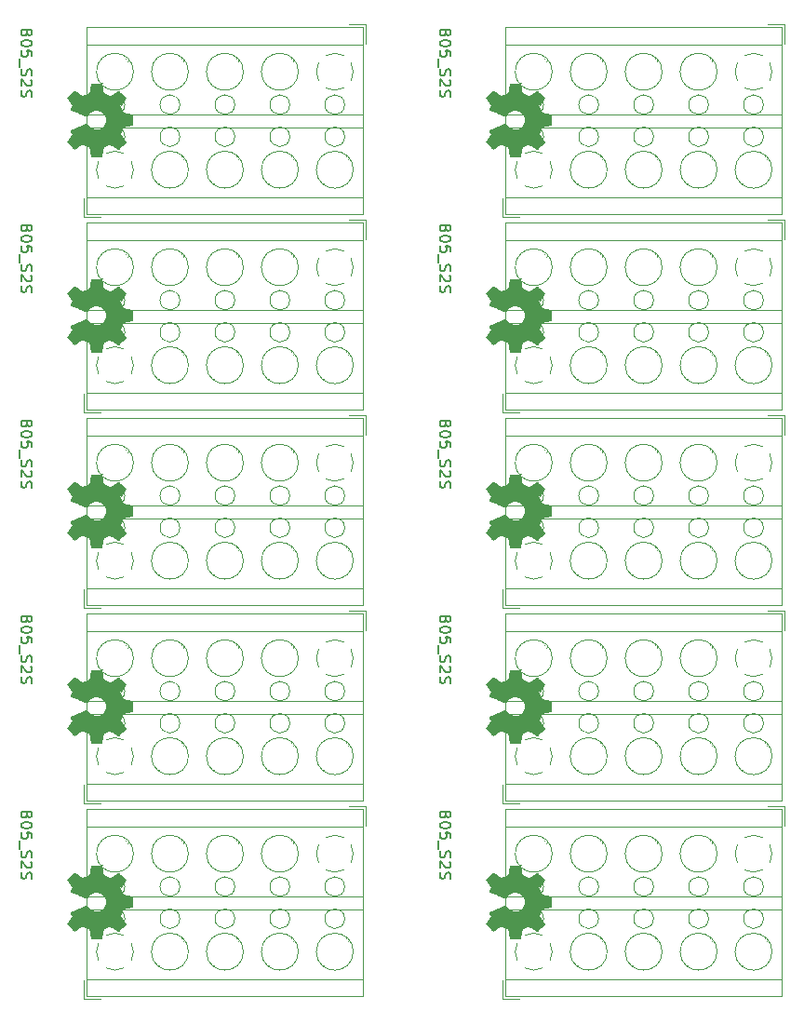
<source format=gbr>
G04 #@! TF.GenerationSoftware,KiCad,Pcbnew,5.1.5-52549c5~86~ubuntu18.04.1*
G04 #@! TF.CreationDate,2020-10-05T00:10:34-05:00*
G04 #@! TF.ProjectId,,58585858-5858-4585-9858-585858585858,rev?*
G04 #@! TF.SameCoordinates,Original*
G04 #@! TF.FileFunction,Legend,Top*
G04 #@! TF.FilePolarity,Positive*
%FSLAX46Y46*%
G04 Gerber Fmt 4.6, Leading zero omitted, Abs format (unit mm)*
G04 Created by KiCad (PCBNEW 5.1.5-52549c5~86~ubuntu18.04.1) date 2020-10-05 00:10:34*
%MOMM*%
%LPD*%
G04 APERTURE LIST*
%ADD10C,0.150000*%
%ADD11C,0.010000*%
%ADD12C,0.120000*%
G04 APERTURE END LIST*
D10*
X93721228Y-113057323D02*
X93673609Y-113200180D01*
X93625990Y-113247800D01*
X93530752Y-113295419D01*
X93387895Y-113295419D01*
X93292657Y-113247800D01*
X93245038Y-113200180D01*
X93197419Y-113104942D01*
X93197419Y-112723990D01*
X94197419Y-112723990D01*
X94197419Y-113057323D01*
X94149800Y-113152561D01*
X94102180Y-113200180D01*
X94006942Y-113247800D01*
X93911704Y-113247800D01*
X93816466Y-113200180D01*
X93768847Y-113152561D01*
X93721228Y-113057323D01*
X93721228Y-112723990D01*
X94197419Y-113914466D02*
X94197419Y-114009704D01*
X94149800Y-114104942D01*
X94102180Y-114152561D01*
X94006942Y-114200180D01*
X93816466Y-114247800D01*
X93578371Y-114247800D01*
X93387895Y-114200180D01*
X93292657Y-114152561D01*
X93245038Y-114104942D01*
X93197419Y-114009704D01*
X93197419Y-113914466D01*
X93245038Y-113819228D01*
X93292657Y-113771609D01*
X93387895Y-113723990D01*
X93578371Y-113676371D01*
X93816466Y-113676371D01*
X94006942Y-113723990D01*
X94102180Y-113771609D01*
X94149800Y-113819228D01*
X94197419Y-113914466D01*
X94197419Y-115152561D02*
X94197419Y-114676371D01*
X93721228Y-114628752D01*
X93768847Y-114676371D01*
X93816466Y-114771609D01*
X93816466Y-115009704D01*
X93768847Y-115104942D01*
X93721228Y-115152561D01*
X93625990Y-115200180D01*
X93387895Y-115200180D01*
X93292657Y-115152561D01*
X93245038Y-115104942D01*
X93197419Y-115009704D01*
X93197419Y-114771609D01*
X93245038Y-114676371D01*
X93292657Y-114628752D01*
X93102180Y-115390657D02*
X93102180Y-116152561D01*
X93245038Y-116343038D02*
X93197419Y-116485895D01*
X93197419Y-116723990D01*
X93245038Y-116819228D01*
X93292657Y-116866847D01*
X93387895Y-116914466D01*
X93483133Y-116914466D01*
X93578371Y-116866847D01*
X93625990Y-116819228D01*
X93673609Y-116723990D01*
X93721228Y-116533514D01*
X93768847Y-116438276D01*
X93816466Y-116390657D01*
X93911704Y-116343038D01*
X94006942Y-116343038D01*
X94102180Y-116390657D01*
X94149800Y-116438276D01*
X94197419Y-116533514D01*
X94197419Y-116771609D01*
X94149800Y-116914466D01*
X94102180Y-117295419D02*
X94149800Y-117343038D01*
X94197419Y-117438276D01*
X94197419Y-117676371D01*
X94149800Y-117771609D01*
X94102180Y-117819228D01*
X94006942Y-117866847D01*
X93911704Y-117866847D01*
X93768847Y-117819228D01*
X93197419Y-117247800D01*
X93197419Y-117866847D01*
X93245038Y-118247800D02*
X93197419Y-118390657D01*
X93197419Y-118628752D01*
X93245038Y-118723990D01*
X93292657Y-118771609D01*
X93387895Y-118819228D01*
X93483133Y-118819228D01*
X93578371Y-118771609D01*
X93625990Y-118723990D01*
X93673609Y-118628752D01*
X93721228Y-118438276D01*
X93768847Y-118343038D01*
X93816466Y-118295419D01*
X93911704Y-118247800D01*
X94006942Y-118247800D01*
X94102180Y-118295419D01*
X94149800Y-118343038D01*
X94197419Y-118438276D01*
X94197419Y-118676371D01*
X94149800Y-118819228D01*
X55621228Y-113057323D02*
X55573609Y-113200180D01*
X55525990Y-113247800D01*
X55430752Y-113295419D01*
X55287895Y-113295419D01*
X55192657Y-113247800D01*
X55145038Y-113200180D01*
X55097419Y-113104942D01*
X55097419Y-112723990D01*
X56097419Y-112723990D01*
X56097419Y-113057323D01*
X56049800Y-113152561D01*
X56002180Y-113200180D01*
X55906942Y-113247800D01*
X55811704Y-113247800D01*
X55716466Y-113200180D01*
X55668847Y-113152561D01*
X55621228Y-113057323D01*
X55621228Y-112723990D01*
X56097419Y-113914466D02*
X56097419Y-114009704D01*
X56049800Y-114104942D01*
X56002180Y-114152561D01*
X55906942Y-114200180D01*
X55716466Y-114247800D01*
X55478371Y-114247800D01*
X55287895Y-114200180D01*
X55192657Y-114152561D01*
X55145038Y-114104942D01*
X55097419Y-114009704D01*
X55097419Y-113914466D01*
X55145038Y-113819228D01*
X55192657Y-113771609D01*
X55287895Y-113723990D01*
X55478371Y-113676371D01*
X55716466Y-113676371D01*
X55906942Y-113723990D01*
X56002180Y-113771609D01*
X56049800Y-113819228D01*
X56097419Y-113914466D01*
X56097419Y-115152561D02*
X56097419Y-114676371D01*
X55621228Y-114628752D01*
X55668847Y-114676371D01*
X55716466Y-114771609D01*
X55716466Y-115009704D01*
X55668847Y-115104942D01*
X55621228Y-115152561D01*
X55525990Y-115200180D01*
X55287895Y-115200180D01*
X55192657Y-115152561D01*
X55145038Y-115104942D01*
X55097419Y-115009704D01*
X55097419Y-114771609D01*
X55145038Y-114676371D01*
X55192657Y-114628752D01*
X55002180Y-115390657D02*
X55002180Y-116152561D01*
X55145038Y-116343038D02*
X55097419Y-116485895D01*
X55097419Y-116723990D01*
X55145038Y-116819228D01*
X55192657Y-116866847D01*
X55287895Y-116914466D01*
X55383133Y-116914466D01*
X55478371Y-116866847D01*
X55525990Y-116819228D01*
X55573609Y-116723990D01*
X55621228Y-116533514D01*
X55668847Y-116438276D01*
X55716466Y-116390657D01*
X55811704Y-116343038D01*
X55906942Y-116343038D01*
X56002180Y-116390657D01*
X56049800Y-116438276D01*
X56097419Y-116533514D01*
X56097419Y-116771609D01*
X56049800Y-116914466D01*
X56002180Y-117295419D02*
X56049800Y-117343038D01*
X56097419Y-117438276D01*
X56097419Y-117676371D01*
X56049800Y-117771609D01*
X56002180Y-117819228D01*
X55906942Y-117866847D01*
X55811704Y-117866847D01*
X55668847Y-117819228D01*
X55097419Y-117247800D01*
X55097419Y-117866847D01*
X55145038Y-118247800D02*
X55097419Y-118390657D01*
X55097419Y-118628752D01*
X55145038Y-118723990D01*
X55192657Y-118771609D01*
X55287895Y-118819228D01*
X55383133Y-118819228D01*
X55478371Y-118771609D01*
X55525990Y-118723990D01*
X55573609Y-118628752D01*
X55621228Y-118438276D01*
X55668847Y-118343038D01*
X55716466Y-118295419D01*
X55811704Y-118247800D01*
X55906942Y-118247800D01*
X56002180Y-118295419D01*
X56049800Y-118343038D01*
X56097419Y-118438276D01*
X56097419Y-118676371D01*
X56049800Y-118819228D01*
X93721228Y-95277323D02*
X93673609Y-95420180D01*
X93625990Y-95467800D01*
X93530752Y-95515419D01*
X93387895Y-95515419D01*
X93292657Y-95467800D01*
X93245038Y-95420180D01*
X93197419Y-95324942D01*
X93197419Y-94943990D01*
X94197419Y-94943990D01*
X94197419Y-95277323D01*
X94149800Y-95372561D01*
X94102180Y-95420180D01*
X94006942Y-95467800D01*
X93911704Y-95467800D01*
X93816466Y-95420180D01*
X93768847Y-95372561D01*
X93721228Y-95277323D01*
X93721228Y-94943990D01*
X94197419Y-96134466D02*
X94197419Y-96229704D01*
X94149800Y-96324942D01*
X94102180Y-96372561D01*
X94006942Y-96420180D01*
X93816466Y-96467800D01*
X93578371Y-96467800D01*
X93387895Y-96420180D01*
X93292657Y-96372561D01*
X93245038Y-96324942D01*
X93197419Y-96229704D01*
X93197419Y-96134466D01*
X93245038Y-96039228D01*
X93292657Y-95991609D01*
X93387895Y-95943990D01*
X93578371Y-95896371D01*
X93816466Y-95896371D01*
X94006942Y-95943990D01*
X94102180Y-95991609D01*
X94149800Y-96039228D01*
X94197419Y-96134466D01*
X94197419Y-97372561D02*
X94197419Y-96896371D01*
X93721228Y-96848752D01*
X93768847Y-96896371D01*
X93816466Y-96991609D01*
X93816466Y-97229704D01*
X93768847Y-97324942D01*
X93721228Y-97372561D01*
X93625990Y-97420180D01*
X93387895Y-97420180D01*
X93292657Y-97372561D01*
X93245038Y-97324942D01*
X93197419Y-97229704D01*
X93197419Y-96991609D01*
X93245038Y-96896371D01*
X93292657Y-96848752D01*
X93102180Y-97610657D02*
X93102180Y-98372561D01*
X93245038Y-98563038D02*
X93197419Y-98705895D01*
X93197419Y-98943990D01*
X93245038Y-99039228D01*
X93292657Y-99086847D01*
X93387895Y-99134466D01*
X93483133Y-99134466D01*
X93578371Y-99086847D01*
X93625990Y-99039228D01*
X93673609Y-98943990D01*
X93721228Y-98753514D01*
X93768847Y-98658276D01*
X93816466Y-98610657D01*
X93911704Y-98563038D01*
X94006942Y-98563038D01*
X94102180Y-98610657D01*
X94149800Y-98658276D01*
X94197419Y-98753514D01*
X94197419Y-98991609D01*
X94149800Y-99134466D01*
X94102180Y-99515419D02*
X94149800Y-99563038D01*
X94197419Y-99658276D01*
X94197419Y-99896371D01*
X94149800Y-99991609D01*
X94102180Y-100039228D01*
X94006942Y-100086847D01*
X93911704Y-100086847D01*
X93768847Y-100039228D01*
X93197419Y-99467800D01*
X93197419Y-100086847D01*
X93245038Y-100467800D02*
X93197419Y-100610657D01*
X93197419Y-100848752D01*
X93245038Y-100943990D01*
X93292657Y-100991609D01*
X93387895Y-101039228D01*
X93483133Y-101039228D01*
X93578371Y-100991609D01*
X93625990Y-100943990D01*
X93673609Y-100848752D01*
X93721228Y-100658276D01*
X93768847Y-100563038D01*
X93816466Y-100515419D01*
X93911704Y-100467800D01*
X94006942Y-100467800D01*
X94102180Y-100515419D01*
X94149800Y-100563038D01*
X94197419Y-100658276D01*
X94197419Y-100896371D01*
X94149800Y-101039228D01*
X55621228Y-95277323D02*
X55573609Y-95420180D01*
X55525990Y-95467800D01*
X55430752Y-95515419D01*
X55287895Y-95515419D01*
X55192657Y-95467800D01*
X55145038Y-95420180D01*
X55097419Y-95324942D01*
X55097419Y-94943990D01*
X56097419Y-94943990D01*
X56097419Y-95277323D01*
X56049800Y-95372561D01*
X56002180Y-95420180D01*
X55906942Y-95467800D01*
X55811704Y-95467800D01*
X55716466Y-95420180D01*
X55668847Y-95372561D01*
X55621228Y-95277323D01*
X55621228Y-94943990D01*
X56097419Y-96134466D02*
X56097419Y-96229704D01*
X56049800Y-96324942D01*
X56002180Y-96372561D01*
X55906942Y-96420180D01*
X55716466Y-96467800D01*
X55478371Y-96467800D01*
X55287895Y-96420180D01*
X55192657Y-96372561D01*
X55145038Y-96324942D01*
X55097419Y-96229704D01*
X55097419Y-96134466D01*
X55145038Y-96039228D01*
X55192657Y-95991609D01*
X55287895Y-95943990D01*
X55478371Y-95896371D01*
X55716466Y-95896371D01*
X55906942Y-95943990D01*
X56002180Y-95991609D01*
X56049800Y-96039228D01*
X56097419Y-96134466D01*
X56097419Y-97372561D02*
X56097419Y-96896371D01*
X55621228Y-96848752D01*
X55668847Y-96896371D01*
X55716466Y-96991609D01*
X55716466Y-97229704D01*
X55668847Y-97324942D01*
X55621228Y-97372561D01*
X55525990Y-97420180D01*
X55287895Y-97420180D01*
X55192657Y-97372561D01*
X55145038Y-97324942D01*
X55097419Y-97229704D01*
X55097419Y-96991609D01*
X55145038Y-96896371D01*
X55192657Y-96848752D01*
X55002180Y-97610657D02*
X55002180Y-98372561D01*
X55145038Y-98563038D02*
X55097419Y-98705895D01*
X55097419Y-98943990D01*
X55145038Y-99039228D01*
X55192657Y-99086847D01*
X55287895Y-99134466D01*
X55383133Y-99134466D01*
X55478371Y-99086847D01*
X55525990Y-99039228D01*
X55573609Y-98943990D01*
X55621228Y-98753514D01*
X55668847Y-98658276D01*
X55716466Y-98610657D01*
X55811704Y-98563038D01*
X55906942Y-98563038D01*
X56002180Y-98610657D01*
X56049800Y-98658276D01*
X56097419Y-98753514D01*
X56097419Y-98991609D01*
X56049800Y-99134466D01*
X56002180Y-99515419D02*
X56049800Y-99563038D01*
X56097419Y-99658276D01*
X56097419Y-99896371D01*
X56049800Y-99991609D01*
X56002180Y-100039228D01*
X55906942Y-100086847D01*
X55811704Y-100086847D01*
X55668847Y-100039228D01*
X55097419Y-99467800D01*
X55097419Y-100086847D01*
X55145038Y-100467800D02*
X55097419Y-100610657D01*
X55097419Y-100848752D01*
X55145038Y-100943990D01*
X55192657Y-100991609D01*
X55287895Y-101039228D01*
X55383133Y-101039228D01*
X55478371Y-100991609D01*
X55525990Y-100943990D01*
X55573609Y-100848752D01*
X55621228Y-100658276D01*
X55668847Y-100563038D01*
X55716466Y-100515419D01*
X55811704Y-100467800D01*
X55906942Y-100467800D01*
X56002180Y-100515419D01*
X56049800Y-100563038D01*
X56097419Y-100658276D01*
X56097419Y-100896371D01*
X56049800Y-101039228D01*
X93721228Y-77497323D02*
X93673609Y-77640180D01*
X93625990Y-77687800D01*
X93530752Y-77735419D01*
X93387895Y-77735419D01*
X93292657Y-77687800D01*
X93245038Y-77640180D01*
X93197419Y-77544942D01*
X93197419Y-77163990D01*
X94197419Y-77163990D01*
X94197419Y-77497323D01*
X94149800Y-77592561D01*
X94102180Y-77640180D01*
X94006942Y-77687800D01*
X93911704Y-77687800D01*
X93816466Y-77640180D01*
X93768847Y-77592561D01*
X93721228Y-77497323D01*
X93721228Y-77163990D01*
X94197419Y-78354466D02*
X94197419Y-78449704D01*
X94149800Y-78544942D01*
X94102180Y-78592561D01*
X94006942Y-78640180D01*
X93816466Y-78687800D01*
X93578371Y-78687800D01*
X93387895Y-78640180D01*
X93292657Y-78592561D01*
X93245038Y-78544942D01*
X93197419Y-78449704D01*
X93197419Y-78354466D01*
X93245038Y-78259228D01*
X93292657Y-78211609D01*
X93387895Y-78163990D01*
X93578371Y-78116371D01*
X93816466Y-78116371D01*
X94006942Y-78163990D01*
X94102180Y-78211609D01*
X94149800Y-78259228D01*
X94197419Y-78354466D01*
X94197419Y-79592561D02*
X94197419Y-79116371D01*
X93721228Y-79068752D01*
X93768847Y-79116371D01*
X93816466Y-79211609D01*
X93816466Y-79449704D01*
X93768847Y-79544942D01*
X93721228Y-79592561D01*
X93625990Y-79640180D01*
X93387895Y-79640180D01*
X93292657Y-79592561D01*
X93245038Y-79544942D01*
X93197419Y-79449704D01*
X93197419Y-79211609D01*
X93245038Y-79116371D01*
X93292657Y-79068752D01*
X93102180Y-79830657D02*
X93102180Y-80592561D01*
X93245038Y-80783038D02*
X93197419Y-80925895D01*
X93197419Y-81163990D01*
X93245038Y-81259228D01*
X93292657Y-81306847D01*
X93387895Y-81354466D01*
X93483133Y-81354466D01*
X93578371Y-81306847D01*
X93625990Y-81259228D01*
X93673609Y-81163990D01*
X93721228Y-80973514D01*
X93768847Y-80878276D01*
X93816466Y-80830657D01*
X93911704Y-80783038D01*
X94006942Y-80783038D01*
X94102180Y-80830657D01*
X94149800Y-80878276D01*
X94197419Y-80973514D01*
X94197419Y-81211609D01*
X94149800Y-81354466D01*
X94102180Y-81735419D02*
X94149800Y-81783038D01*
X94197419Y-81878276D01*
X94197419Y-82116371D01*
X94149800Y-82211609D01*
X94102180Y-82259228D01*
X94006942Y-82306847D01*
X93911704Y-82306847D01*
X93768847Y-82259228D01*
X93197419Y-81687800D01*
X93197419Y-82306847D01*
X93245038Y-82687800D02*
X93197419Y-82830657D01*
X93197419Y-83068752D01*
X93245038Y-83163990D01*
X93292657Y-83211609D01*
X93387895Y-83259228D01*
X93483133Y-83259228D01*
X93578371Y-83211609D01*
X93625990Y-83163990D01*
X93673609Y-83068752D01*
X93721228Y-82878276D01*
X93768847Y-82783038D01*
X93816466Y-82735419D01*
X93911704Y-82687800D01*
X94006942Y-82687800D01*
X94102180Y-82735419D01*
X94149800Y-82783038D01*
X94197419Y-82878276D01*
X94197419Y-83116371D01*
X94149800Y-83259228D01*
X55621228Y-77497323D02*
X55573609Y-77640180D01*
X55525990Y-77687800D01*
X55430752Y-77735419D01*
X55287895Y-77735419D01*
X55192657Y-77687800D01*
X55145038Y-77640180D01*
X55097419Y-77544942D01*
X55097419Y-77163990D01*
X56097419Y-77163990D01*
X56097419Y-77497323D01*
X56049800Y-77592561D01*
X56002180Y-77640180D01*
X55906942Y-77687800D01*
X55811704Y-77687800D01*
X55716466Y-77640180D01*
X55668847Y-77592561D01*
X55621228Y-77497323D01*
X55621228Y-77163990D01*
X56097419Y-78354466D02*
X56097419Y-78449704D01*
X56049800Y-78544942D01*
X56002180Y-78592561D01*
X55906942Y-78640180D01*
X55716466Y-78687800D01*
X55478371Y-78687800D01*
X55287895Y-78640180D01*
X55192657Y-78592561D01*
X55145038Y-78544942D01*
X55097419Y-78449704D01*
X55097419Y-78354466D01*
X55145038Y-78259228D01*
X55192657Y-78211609D01*
X55287895Y-78163990D01*
X55478371Y-78116371D01*
X55716466Y-78116371D01*
X55906942Y-78163990D01*
X56002180Y-78211609D01*
X56049800Y-78259228D01*
X56097419Y-78354466D01*
X56097419Y-79592561D02*
X56097419Y-79116371D01*
X55621228Y-79068752D01*
X55668847Y-79116371D01*
X55716466Y-79211609D01*
X55716466Y-79449704D01*
X55668847Y-79544942D01*
X55621228Y-79592561D01*
X55525990Y-79640180D01*
X55287895Y-79640180D01*
X55192657Y-79592561D01*
X55145038Y-79544942D01*
X55097419Y-79449704D01*
X55097419Y-79211609D01*
X55145038Y-79116371D01*
X55192657Y-79068752D01*
X55002180Y-79830657D02*
X55002180Y-80592561D01*
X55145038Y-80783038D02*
X55097419Y-80925895D01*
X55097419Y-81163990D01*
X55145038Y-81259228D01*
X55192657Y-81306847D01*
X55287895Y-81354466D01*
X55383133Y-81354466D01*
X55478371Y-81306847D01*
X55525990Y-81259228D01*
X55573609Y-81163990D01*
X55621228Y-80973514D01*
X55668847Y-80878276D01*
X55716466Y-80830657D01*
X55811704Y-80783038D01*
X55906942Y-80783038D01*
X56002180Y-80830657D01*
X56049800Y-80878276D01*
X56097419Y-80973514D01*
X56097419Y-81211609D01*
X56049800Y-81354466D01*
X56002180Y-81735419D02*
X56049800Y-81783038D01*
X56097419Y-81878276D01*
X56097419Y-82116371D01*
X56049800Y-82211609D01*
X56002180Y-82259228D01*
X55906942Y-82306847D01*
X55811704Y-82306847D01*
X55668847Y-82259228D01*
X55097419Y-81687800D01*
X55097419Y-82306847D01*
X55145038Y-82687800D02*
X55097419Y-82830657D01*
X55097419Y-83068752D01*
X55145038Y-83163990D01*
X55192657Y-83211609D01*
X55287895Y-83259228D01*
X55383133Y-83259228D01*
X55478371Y-83211609D01*
X55525990Y-83163990D01*
X55573609Y-83068752D01*
X55621228Y-82878276D01*
X55668847Y-82783038D01*
X55716466Y-82735419D01*
X55811704Y-82687800D01*
X55906942Y-82687800D01*
X56002180Y-82735419D01*
X56049800Y-82783038D01*
X56097419Y-82878276D01*
X56097419Y-83116371D01*
X56049800Y-83259228D01*
X93721228Y-59717323D02*
X93673609Y-59860180D01*
X93625990Y-59907800D01*
X93530752Y-59955419D01*
X93387895Y-59955419D01*
X93292657Y-59907800D01*
X93245038Y-59860180D01*
X93197419Y-59764942D01*
X93197419Y-59383990D01*
X94197419Y-59383990D01*
X94197419Y-59717323D01*
X94149800Y-59812561D01*
X94102180Y-59860180D01*
X94006942Y-59907800D01*
X93911704Y-59907800D01*
X93816466Y-59860180D01*
X93768847Y-59812561D01*
X93721228Y-59717323D01*
X93721228Y-59383990D01*
X94197419Y-60574466D02*
X94197419Y-60669704D01*
X94149800Y-60764942D01*
X94102180Y-60812561D01*
X94006942Y-60860180D01*
X93816466Y-60907800D01*
X93578371Y-60907800D01*
X93387895Y-60860180D01*
X93292657Y-60812561D01*
X93245038Y-60764942D01*
X93197419Y-60669704D01*
X93197419Y-60574466D01*
X93245038Y-60479228D01*
X93292657Y-60431609D01*
X93387895Y-60383990D01*
X93578371Y-60336371D01*
X93816466Y-60336371D01*
X94006942Y-60383990D01*
X94102180Y-60431609D01*
X94149800Y-60479228D01*
X94197419Y-60574466D01*
X94197419Y-61812561D02*
X94197419Y-61336371D01*
X93721228Y-61288752D01*
X93768847Y-61336371D01*
X93816466Y-61431609D01*
X93816466Y-61669704D01*
X93768847Y-61764942D01*
X93721228Y-61812561D01*
X93625990Y-61860180D01*
X93387895Y-61860180D01*
X93292657Y-61812561D01*
X93245038Y-61764942D01*
X93197419Y-61669704D01*
X93197419Y-61431609D01*
X93245038Y-61336371D01*
X93292657Y-61288752D01*
X93102180Y-62050657D02*
X93102180Y-62812561D01*
X93245038Y-63003038D02*
X93197419Y-63145895D01*
X93197419Y-63383990D01*
X93245038Y-63479228D01*
X93292657Y-63526847D01*
X93387895Y-63574466D01*
X93483133Y-63574466D01*
X93578371Y-63526847D01*
X93625990Y-63479228D01*
X93673609Y-63383990D01*
X93721228Y-63193514D01*
X93768847Y-63098276D01*
X93816466Y-63050657D01*
X93911704Y-63003038D01*
X94006942Y-63003038D01*
X94102180Y-63050657D01*
X94149800Y-63098276D01*
X94197419Y-63193514D01*
X94197419Y-63431609D01*
X94149800Y-63574466D01*
X94102180Y-63955419D02*
X94149800Y-64003038D01*
X94197419Y-64098276D01*
X94197419Y-64336371D01*
X94149800Y-64431609D01*
X94102180Y-64479228D01*
X94006942Y-64526847D01*
X93911704Y-64526847D01*
X93768847Y-64479228D01*
X93197419Y-63907800D01*
X93197419Y-64526847D01*
X93245038Y-64907800D02*
X93197419Y-65050657D01*
X93197419Y-65288752D01*
X93245038Y-65383990D01*
X93292657Y-65431609D01*
X93387895Y-65479228D01*
X93483133Y-65479228D01*
X93578371Y-65431609D01*
X93625990Y-65383990D01*
X93673609Y-65288752D01*
X93721228Y-65098276D01*
X93768847Y-65003038D01*
X93816466Y-64955419D01*
X93911704Y-64907800D01*
X94006942Y-64907800D01*
X94102180Y-64955419D01*
X94149800Y-65003038D01*
X94197419Y-65098276D01*
X94197419Y-65336371D01*
X94149800Y-65479228D01*
X55621228Y-59717323D02*
X55573609Y-59860180D01*
X55525990Y-59907800D01*
X55430752Y-59955419D01*
X55287895Y-59955419D01*
X55192657Y-59907800D01*
X55145038Y-59860180D01*
X55097419Y-59764942D01*
X55097419Y-59383990D01*
X56097419Y-59383990D01*
X56097419Y-59717323D01*
X56049800Y-59812561D01*
X56002180Y-59860180D01*
X55906942Y-59907800D01*
X55811704Y-59907800D01*
X55716466Y-59860180D01*
X55668847Y-59812561D01*
X55621228Y-59717323D01*
X55621228Y-59383990D01*
X56097419Y-60574466D02*
X56097419Y-60669704D01*
X56049800Y-60764942D01*
X56002180Y-60812561D01*
X55906942Y-60860180D01*
X55716466Y-60907800D01*
X55478371Y-60907800D01*
X55287895Y-60860180D01*
X55192657Y-60812561D01*
X55145038Y-60764942D01*
X55097419Y-60669704D01*
X55097419Y-60574466D01*
X55145038Y-60479228D01*
X55192657Y-60431609D01*
X55287895Y-60383990D01*
X55478371Y-60336371D01*
X55716466Y-60336371D01*
X55906942Y-60383990D01*
X56002180Y-60431609D01*
X56049800Y-60479228D01*
X56097419Y-60574466D01*
X56097419Y-61812561D02*
X56097419Y-61336371D01*
X55621228Y-61288752D01*
X55668847Y-61336371D01*
X55716466Y-61431609D01*
X55716466Y-61669704D01*
X55668847Y-61764942D01*
X55621228Y-61812561D01*
X55525990Y-61860180D01*
X55287895Y-61860180D01*
X55192657Y-61812561D01*
X55145038Y-61764942D01*
X55097419Y-61669704D01*
X55097419Y-61431609D01*
X55145038Y-61336371D01*
X55192657Y-61288752D01*
X55002180Y-62050657D02*
X55002180Y-62812561D01*
X55145038Y-63003038D02*
X55097419Y-63145895D01*
X55097419Y-63383990D01*
X55145038Y-63479228D01*
X55192657Y-63526847D01*
X55287895Y-63574466D01*
X55383133Y-63574466D01*
X55478371Y-63526847D01*
X55525990Y-63479228D01*
X55573609Y-63383990D01*
X55621228Y-63193514D01*
X55668847Y-63098276D01*
X55716466Y-63050657D01*
X55811704Y-63003038D01*
X55906942Y-63003038D01*
X56002180Y-63050657D01*
X56049800Y-63098276D01*
X56097419Y-63193514D01*
X56097419Y-63431609D01*
X56049800Y-63574466D01*
X56002180Y-63955419D02*
X56049800Y-64003038D01*
X56097419Y-64098276D01*
X56097419Y-64336371D01*
X56049800Y-64431609D01*
X56002180Y-64479228D01*
X55906942Y-64526847D01*
X55811704Y-64526847D01*
X55668847Y-64479228D01*
X55097419Y-63907800D01*
X55097419Y-64526847D01*
X55145038Y-64907800D02*
X55097419Y-65050657D01*
X55097419Y-65288752D01*
X55145038Y-65383990D01*
X55192657Y-65431609D01*
X55287895Y-65479228D01*
X55383133Y-65479228D01*
X55478371Y-65431609D01*
X55525990Y-65383990D01*
X55573609Y-65288752D01*
X55621228Y-65098276D01*
X55668847Y-65003038D01*
X55716466Y-64955419D01*
X55811704Y-64907800D01*
X55906942Y-64907800D01*
X56002180Y-64955419D01*
X56049800Y-65003038D01*
X56097419Y-65098276D01*
X56097419Y-65336371D01*
X56049800Y-65479228D01*
X93721228Y-41937323D02*
X93673609Y-42080180D01*
X93625990Y-42127800D01*
X93530752Y-42175419D01*
X93387895Y-42175419D01*
X93292657Y-42127800D01*
X93245038Y-42080180D01*
X93197419Y-41984942D01*
X93197419Y-41603990D01*
X94197419Y-41603990D01*
X94197419Y-41937323D01*
X94149800Y-42032561D01*
X94102180Y-42080180D01*
X94006942Y-42127800D01*
X93911704Y-42127800D01*
X93816466Y-42080180D01*
X93768847Y-42032561D01*
X93721228Y-41937323D01*
X93721228Y-41603990D01*
X94197419Y-42794466D02*
X94197419Y-42889704D01*
X94149800Y-42984942D01*
X94102180Y-43032561D01*
X94006942Y-43080180D01*
X93816466Y-43127800D01*
X93578371Y-43127800D01*
X93387895Y-43080180D01*
X93292657Y-43032561D01*
X93245038Y-42984942D01*
X93197419Y-42889704D01*
X93197419Y-42794466D01*
X93245038Y-42699228D01*
X93292657Y-42651609D01*
X93387895Y-42603990D01*
X93578371Y-42556371D01*
X93816466Y-42556371D01*
X94006942Y-42603990D01*
X94102180Y-42651609D01*
X94149800Y-42699228D01*
X94197419Y-42794466D01*
X94197419Y-44032561D02*
X94197419Y-43556371D01*
X93721228Y-43508752D01*
X93768847Y-43556371D01*
X93816466Y-43651609D01*
X93816466Y-43889704D01*
X93768847Y-43984942D01*
X93721228Y-44032561D01*
X93625990Y-44080180D01*
X93387895Y-44080180D01*
X93292657Y-44032561D01*
X93245038Y-43984942D01*
X93197419Y-43889704D01*
X93197419Y-43651609D01*
X93245038Y-43556371D01*
X93292657Y-43508752D01*
X93102180Y-44270657D02*
X93102180Y-45032561D01*
X93245038Y-45223038D02*
X93197419Y-45365895D01*
X93197419Y-45603990D01*
X93245038Y-45699228D01*
X93292657Y-45746847D01*
X93387895Y-45794466D01*
X93483133Y-45794466D01*
X93578371Y-45746847D01*
X93625990Y-45699228D01*
X93673609Y-45603990D01*
X93721228Y-45413514D01*
X93768847Y-45318276D01*
X93816466Y-45270657D01*
X93911704Y-45223038D01*
X94006942Y-45223038D01*
X94102180Y-45270657D01*
X94149800Y-45318276D01*
X94197419Y-45413514D01*
X94197419Y-45651609D01*
X94149800Y-45794466D01*
X94102180Y-46175419D02*
X94149800Y-46223038D01*
X94197419Y-46318276D01*
X94197419Y-46556371D01*
X94149800Y-46651609D01*
X94102180Y-46699228D01*
X94006942Y-46746847D01*
X93911704Y-46746847D01*
X93768847Y-46699228D01*
X93197419Y-46127800D01*
X93197419Y-46746847D01*
X93245038Y-47127800D02*
X93197419Y-47270657D01*
X93197419Y-47508752D01*
X93245038Y-47603990D01*
X93292657Y-47651609D01*
X93387895Y-47699228D01*
X93483133Y-47699228D01*
X93578371Y-47651609D01*
X93625990Y-47603990D01*
X93673609Y-47508752D01*
X93721228Y-47318276D01*
X93768847Y-47223038D01*
X93816466Y-47175419D01*
X93911704Y-47127800D01*
X94006942Y-47127800D01*
X94102180Y-47175419D01*
X94149800Y-47223038D01*
X94197419Y-47318276D01*
X94197419Y-47556371D01*
X94149800Y-47699228D01*
X55621228Y-41937323D02*
X55573609Y-42080180D01*
X55525990Y-42127800D01*
X55430752Y-42175419D01*
X55287895Y-42175419D01*
X55192657Y-42127800D01*
X55145038Y-42080180D01*
X55097419Y-41984942D01*
X55097419Y-41603990D01*
X56097419Y-41603990D01*
X56097419Y-41937323D01*
X56049800Y-42032561D01*
X56002180Y-42080180D01*
X55906942Y-42127800D01*
X55811704Y-42127800D01*
X55716466Y-42080180D01*
X55668847Y-42032561D01*
X55621228Y-41937323D01*
X55621228Y-41603990D01*
X56097419Y-42794466D02*
X56097419Y-42889704D01*
X56049800Y-42984942D01*
X56002180Y-43032561D01*
X55906942Y-43080180D01*
X55716466Y-43127800D01*
X55478371Y-43127800D01*
X55287895Y-43080180D01*
X55192657Y-43032561D01*
X55145038Y-42984942D01*
X55097419Y-42889704D01*
X55097419Y-42794466D01*
X55145038Y-42699228D01*
X55192657Y-42651609D01*
X55287895Y-42603990D01*
X55478371Y-42556371D01*
X55716466Y-42556371D01*
X55906942Y-42603990D01*
X56002180Y-42651609D01*
X56049800Y-42699228D01*
X56097419Y-42794466D01*
X56097419Y-44032561D02*
X56097419Y-43556371D01*
X55621228Y-43508752D01*
X55668847Y-43556371D01*
X55716466Y-43651609D01*
X55716466Y-43889704D01*
X55668847Y-43984942D01*
X55621228Y-44032561D01*
X55525990Y-44080180D01*
X55287895Y-44080180D01*
X55192657Y-44032561D01*
X55145038Y-43984942D01*
X55097419Y-43889704D01*
X55097419Y-43651609D01*
X55145038Y-43556371D01*
X55192657Y-43508752D01*
X55002180Y-44270657D02*
X55002180Y-45032561D01*
X55145038Y-45223038D02*
X55097419Y-45365895D01*
X55097419Y-45603990D01*
X55145038Y-45699228D01*
X55192657Y-45746847D01*
X55287895Y-45794466D01*
X55383133Y-45794466D01*
X55478371Y-45746847D01*
X55525990Y-45699228D01*
X55573609Y-45603990D01*
X55621228Y-45413514D01*
X55668847Y-45318276D01*
X55716466Y-45270657D01*
X55811704Y-45223038D01*
X55906942Y-45223038D01*
X56002180Y-45270657D01*
X56049800Y-45318276D01*
X56097419Y-45413514D01*
X56097419Y-45651609D01*
X56049800Y-45794466D01*
X56002180Y-46175419D02*
X56049800Y-46223038D01*
X56097419Y-46318276D01*
X56097419Y-46556371D01*
X56049800Y-46651609D01*
X56002180Y-46699228D01*
X55906942Y-46746847D01*
X55811704Y-46746847D01*
X55668847Y-46699228D01*
X55097419Y-46127800D01*
X55097419Y-46746847D01*
X55145038Y-47127800D02*
X55097419Y-47270657D01*
X55097419Y-47508752D01*
X55145038Y-47603990D01*
X55192657Y-47651609D01*
X55287895Y-47699228D01*
X55383133Y-47699228D01*
X55478371Y-47651609D01*
X55525990Y-47603990D01*
X55573609Y-47508752D01*
X55621228Y-47318276D01*
X55668847Y-47223038D01*
X55716466Y-47175419D01*
X55811704Y-47127800D01*
X55906942Y-47127800D01*
X56002180Y-47175419D01*
X56049800Y-47223038D01*
X56097419Y-47318276D01*
X56097419Y-47556371D01*
X56049800Y-47699228D01*
D11*
G36*
X102886469Y-121485214D02*
G01*
X102441845Y-121569035D01*
X102314347Y-121878320D01*
X102186849Y-122187606D01*
X102439154Y-122558646D01*
X102509404Y-122662557D01*
X102572128Y-122756487D01*
X102624462Y-122836052D01*
X102663543Y-122896870D01*
X102686507Y-122934557D01*
X102691458Y-122944821D01*
X102678724Y-122963310D01*
X102643518Y-123002820D01*
X102590338Y-123058922D01*
X102523682Y-123127187D01*
X102448046Y-123203186D01*
X102367928Y-123282492D01*
X102287826Y-123360675D01*
X102212236Y-123433307D01*
X102145655Y-123495959D01*
X102092582Y-123544203D01*
X102057513Y-123573610D01*
X102045777Y-123580641D01*
X102024140Y-123570523D01*
X101976738Y-123542159D01*
X101908207Y-123498529D01*
X101823185Y-123442618D01*
X101726307Y-123377406D01*
X101671050Y-123339619D01*
X101570152Y-123270743D01*
X101479101Y-123209540D01*
X101402430Y-123158978D01*
X101344672Y-123122028D01*
X101310357Y-123101658D01*
X101303146Y-123098597D01*
X101282652Y-123105536D01*
X101234887Y-123124451D01*
X101166568Y-123152487D01*
X101084411Y-123186791D01*
X100995130Y-123224509D01*
X100905442Y-123262787D01*
X100822062Y-123298770D01*
X100751706Y-123329606D01*
X100701090Y-123352439D01*
X100676929Y-123364417D01*
X100675978Y-123365124D01*
X100671364Y-123383931D01*
X100661072Y-123434018D01*
X100646113Y-123510193D01*
X100627499Y-123607265D01*
X100606241Y-123720043D01*
X100593982Y-123785842D01*
X100571038Y-123906350D01*
X100549205Y-124015197D01*
X100529678Y-124106876D01*
X100513652Y-124175881D01*
X100502321Y-124216704D01*
X100498726Y-124224911D01*
X100474394Y-124232948D01*
X100419441Y-124239433D01*
X100340292Y-124244370D01*
X100243374Y-124247764D01*
X100135113Y-124249618D01*
X100021935Y-124249938D01*
X99910265Y-124248727D01*
X99806532Y-124245990D01*
X99717159Y-124241731D01*
X99648574Y-124235955D01*
X99607203Y-124228667D01*
X99598590Y-124224295D01*
X99588267Y-124198164D01*
X99573508Y-124142793D01*
X99556048Y-124065507D01*
X99537620Y-123973630D01*
X99531659Y-123941558D01*
X99503334Y-123786924D01*
X99480524Y-123664775D01*
X99462320Y-123571073D01*
X99447817Y-123501784D01*
X99436108Y-123452871D01*
X99426285Y-123420297D01*
X99417444Y-123400028D01*
X99408676Y-123388026D01*
X99406943Y-123386347D01*
X99379029Y-123369584D01*
X99324705Y-123344014D01*
X99250623Y-123312188D01*
X99163435Y-123276660D01*
X99069792Y-123239983D01*
X98976348Y-123204711D01*
X98889753Y-123173396D01*
X98816660Y-123148593D01*
X98763722Y-123132854D01*
X98737589Y-123128732D01*
X98736674Y-123129076D01*
X98715314Y-123143041D01*
X98668316Y-123174722D01*
X98600573Y-123220791D01*
X98516977Y-123277918D01*
X98422418Y-123342773D01*
X98395546Y-123361243D01*
X98298125Y-123427099D01*
X98209237Y-123485050D01*
X98133988Y-123531938D01*
X98077480Y-123564607D01*
X98044819Y-123579900D01*
X98040807Y-123580641D01*
X98019716Y-123567792D01*
X97977936Y-123532288D01*
X97919955Y-123478693D01*
X97850265Y-123411571D01*
X97773355Y-123335487D01*
X97693717Y-123255004D01*
X97615839Y-123174687D01*
X97544214Y-123099099D01*
X97483330Y-123032805D01*
X97437679Y-122980369D01*
X97411750Y-122946355D01*
X97407517Y-122936945D01*
X97417488Y-122915043D01*
X97444380Y-122870200D01*
X97483664Y-122809721D01*
X97515283Y-122763189D01*
X97573302Y-122678875D01*
X97641616Y-122579026D01*
X97709821Y-122478873D01*
X97746325Y-122425027D01*
X97869600Y-122242771D01*
X97786880Y-122089781D01*
X97750641Y-122020082D01*
X97722474Y-121960814D01*
X97706409Y-121920711D01*
X97704174Y-121910503D01*
X97720678Y-121898229D01*
X97767318Y-121874013D01*
X97839791Y-121839663D01*
X97933794Y-121796988D01*
X98045026Y-121747794D01*
X98169185Y-121693890D01*
X98301968Y-121637084D01*
X98439073Y-121579182D01*
X98576198Y-121521993D01*
X98709042Y-121467324D01*
X98833302Y-121416984D01*
X98944675Y-121372780D01*
X99038861Y-121336519D01*
X99111556Y-121310009D01*
X99158459Y-121295058D01*
X99174567Y-121292654D01*
X99195114Y-121311711D01*
X99228467Y-121353436D01*
X99267698Y-121409106D01*
X99270801Y-121413778D01*
X99385977Y-121557664D01*
X99520347Y-121673683D01*
X99669616Y-121760830D01*
X99829487Y-121818099D01*
X99995663Y-121844486D01*
X100163848Y-121838985D01*
X100329745Y-121800590D01*
X100489058Y-121728295D01*
X100523913Y-121707026D01*
X100664663Y-121596396D01*
X100777686Y-121465702D01*
X100862397Y-121319464D01*
X100918206Y-121162208D01*
X100944526Y-120998457D01*
X100940770Y-120832733D01*
X100906350Y-120669562D01*
X100840677Y-120513465D01*
X100743165Y-120368967D01*
X100703587Y-120324269D01*
X100579697Y-120210512D01*
X100449276Y-120127618D01*
X100303085Y-120070756D01*
X100158312Y-120039087D01*
X99995540Y-120031269D01*
X99831960Y-120057338D01*
X99673102Y-120114645D01*
X99524494Y-120200544D01*
X99391665Y-120312386D01*
X99280144Y-120447523D01*
X99268389Y-120465283D01*
X99229892Y-120521550D01*
X99196537Y-120564323D01*
X99175240Y-120584772D01*
X99174567Y-120585069D01*
X99151529Y-120580679D01*
X99099243Y-120563276D01*
X99022010Y-120534668D01*
X98924132Y-120496665D01*
X98809909Y-120451074D01*
X98683642Y-120399703D01*
X98549633Y-120344362D01*
X98412182Y-120286858D01*
X98275592Y-120229001D01*
X98144163Y-120172598D01*
X98022195Y-120119458D01*
X97913991Y-120071390D01*
X97823851Y-120030201D01*
X97756077Y-119997701D01*
X97714970Y-119975697D01*
X97704174Y-119966836D01*
X97712581Y-119939760D01*
X97735128Y-119889097D01*
X97767787Y-119823583D01*
X97786880Y-119787559D01*
X97869600Y-119634568D01*
X97746325Y-119452312D01*
X97683172Y-119359275D01*
X97613673Y-119257415D01*
X97548235Y-119161962D01*
X97515283Y-119114150D01*
X97470127Y-119046905D01*
X97434343Y-118989964D01*
X97412462Y-118950754D01*
X97407837Y-118938019D01*
X97420315Y-118919483D01*
X97455148Y-118878459D01*
X97508722Y-118818925D01*
X97577417Y-118744858D01*
X97657619Y-118660235D01*
X97709114Y-118606715D01*
X97801114Y-118513081D01*
X97883401Y-118432159D01*
X97952455Y-118367223D01*
X98004756Y-118321542D01*
X98036784Y-118298389D01*
X98043284Y-118296168D01*
X98068006Y-118306476D01*
X98117995Y-118334961D01*
X98188188Y-118378463D01*
X98273525Y-118433823D01*
X98368944Y-118497880D01*
X98395546Y-118516097D01*
X98492233Y-118582473D01*
X98579283Y-118642022D01*
X98651805Y-118691416D01*
X98704907Y-118727325D01*
X98733697Y-118746419D01*
X98736674Y-118748264D01*
X98759618Y-118745505D01*
X98810064Y-118730862D01*
X98881359Y-118706887D01*
X98966853Y-118676134D01*
X99059893Y-118641156D01*
X99153826Y-118604507D01*
X99242001Y-118568739D01*
X99317766Y-118536406D01*
X99374469Y-118510062D01*
X99405457Y-118492258D01*
X99406943Y-118490993D01*
X99415799Y-118480106D01*
X99424557Y-118461718D01*
X99434123Y-118431794D01*
X99445404Y-118386297D01*
X99459307Y-118321191D01*
X99476737Y-118232439D01*
X99498602Y-118116007D01*
X99525809Y-117967858D01*
X99531659Y-117935782D01*
X99550026Y-117840714D01*
X99567995Y-117757835D01*
X99583831Y-117694470D01*
X99595800Y-117657942D01*
X99598590Y-117653044D01*
X99623328Y-117644973D01*
X99678610Y-117638413D01*
X99758011Y-117633367D01*
X99855104Y-117629841D01*
X99963462Y-117627839D01*
X100076660Y-117627364D01*
X100188272Y-117628423D01*
X100291871Y-117631018D01*
X100381032Y-117635154D01*
X100449328Y-117640837D01*
X100490334Y-117648069D01*
X100498726Y-117652429D01*
X100507192Y-117676702D01*
X100520965Y-117731974D01*
X100538850Y-117812738D01*
X100559652Y-117913488D01*
X100582177Y-118028717D01*
X100593982Y-118091498D01*
X100616249Y-118210613D01*
X100636421Y-118316835D01*
X100653485Y-118404973D01*
X100666431Y-118469834D01*
X100674245Y-118506226D01*
X100675978Y-118512216D01*
X100695510Y-118522339D01*
X100742557Y-118543738D01*
X100810397Y-118573561D01*
X100892309Y-118608955D01*
X100981572Y-118647068D01*
X101071465Y-118685047D01*
X101155265Y-118720040D01*
X101226253Y-118749194D01*
X101277706Y-118769657D01*
X101302903Y-118778577D01*
X101304004Y-118778743D01*
X101323881Y-118768631D01*
X101369623Y-118740283D01*
X101436683Y-118696677D01*
X101520516Y-118640794D01*
X101616574Y-118575613D01*
X101671750Y-118537721D01*
X101772919Y-118468675D01*
X101864770Y-118407350D01*
X101942656Y-118356737D01*
X102001931Y-118319829D01*
X102037949Y-118299618D01*
X102046023Y-118296699D01*
X102064816Y-118309247D01*
X102104943Y-118343937D01*
X102161907Y-118396337D01*
X102231215Y-118462016D01*
X102308369Y-118536544D01*
X102388875Y-118615487D01*
X102468237Y-118694417D01*
X102541960Y-118768900D01*
X102605548Y-118834506D01*
X102654506Y-118886804D01*
X102684339Y-118921361D01*
X102691458Y-118932922D01*
X102681447Y-118951746D01*
X102653322Y-118996769D01*
X102609946Y-119063613D01*
X102554182Y-119147901D01*
X102488894Y-119245256D01*
X102439154Y-119318693D01*
X102186849Y-119689733D01*
X102441845Y-120308305D01*
X102886469Y-120392125D01*
X103331093Y-120475946D01*
X103331093Y-121401394D01*
X102886469Y-121485214D01*
G37*
X102886469Y-121485214D02*
X102441845Y-121569035D01*
X102314347Y-121878320D01*
X102186849Y-122187606D01*
X102439154Y-122558646D01*
X102509404Y-122662557D01*
X102572128Y-122756487D01*
X102624462Y-122836052D01*
X102663543Y-122896870D01*
X102686507Y-122934557D01*
X102691458Y-122944821D01*
X102678724Y-122963310D01*
X102643518Y-123002820D01*
X102590338Y-123058922D01*
X102523682Y-123127187D01*
X102448046Y-123203186D01*
X102367928Y-123282492D01*
X102287826Y-123360675D01*
X102212236Y-123433307D01*
X102145655Y-123495959D01*
X102092582Y-123544203D01*
X102057513Y-123573610D01*
X102045777Y-123580641D01*
X102024140Y-123570523D01*
X101976738Y-123542159D01*
X101908207Y-123498529D01*
X101823185Y-123442618D01*
X101726307Y-123377406D01*
X101671050Y-123339619D01*
X101570152Y-123270743D01*
X101479101Y-123209540D01*
X101402430Y-123158978D01*
X101344672Y-123122028D01*
X101310357Y-123101658D01*
X101303146Y-123098597D01*
X101282652Y-123105536D01*
X101234887Y-123124451D01*
X101166568Y-123152487D01*
X101084411Y-123186791D01*
X100995130Y-123224509D01*
X100905442Y-123262787D01*
X100822062Y-123298770D01*
X100751706Y-123329606D01*
X100701090Y-123352439D01*
X100676929Y-123364417D01*
X100675978Y-123365124D01*
X100671364Y-123383931D01*
X100661072Y-123434018D01*
X100646113Y-123510193D01*
X100627499Y-123607265D01*
X100606241Y-123720043D01*
X100593982Y-123785842D01*
X100571038Y-123906350D01*
X100549205Y-124015197D01*
X100529678Y-124106876D01*
X100513652Y-124175881D01*
X100502321Y-124216704D01*
X100498726Y-124224911D01*
X100474394Y-124232948D01*
X100419441Y-124239433D01*
X100340292Y-124244370D01*
X100243374Y-124247764D01*
X100135113Y-124249618D01*
X100021935Y-124249938D01*
X99910265Y-124248727D01*
X99806532Y-124245990D01*
X99717159Y-124241731D01*
X99648574Y-124235955D01*
X99607203Y-124228667D01*
X99598590Y-124224295D01*
X99588267Y-124198164D01*
X99573508Y-124142793D01*
X99556048Y-124065507D01*
X99537620Y-123973630D01*
X99531659Y-123941558D01*
X99503334Y-123786924D01*
X99480524Y-123664775D01*
X99462320Y-123571073D01*
X99447817Y-123501784D01*
X99436108Y-123452871D01*
X99426285Y-123420297D01*
X99417444Y-123400028D01*
X99408676Y-123388026D01*
X99406943Y-123386347D01*
X99379029Y-123369584D01*
X99324705Y-123344014D01*
X99250623Y-123312188D01*
X99163435Y-123276660D01*
X99069792Y-123239983D01*
X98976348Y-123204711D01*
X98889753Y-123173396D01*
X98816660Y-123148593D01*
X98763722Y-123132854D01*
X98737589Y-123128732D01*
X98736674Y-123129076D01*
X98715314Y-123143041D01*
X98668316Y-123174722D01*
X98600573Y-123220791D01*
X98516977Y-123277918D01*
X98422418Y-123342773D01*
X98395546Y-123361243D01*
X98298125Y-123427099D01*
X98209237Y-123485050D01*
X98133988Y-123531938D01*
X98077480Y-123564607D01*
X98044819Y-123579900D01*
X98040807Y-123580641D01*
X98019716Y-123567792D01*
X97977936Y-123532288D01*
X97919955Y-123478693D01*
X97850265Y-123411571D01*
X97773355Y-123335487D01*
X97693717Y-123255004D01*
X97615839Y-123174687D01*
X97544214Y-123099099D01*
X97483330Y-123032805D01*
X97437679Y-122980369D01*
X97411750Y-122946355D01*
X97407517Y-122936945D01*
X97417488Y-122915043D01*
X97444380Y-122870200D01*
X97483664Y-122809721D01*
X97515283Y-122763189D01*
X97573302Y-122678875D01*
X97641616Y-122579026D01*
X97709821Y-122478873D01*
X97746325Y-122425027D01*
X97869600Y-122242771D01*
X97786880Y-122089781D01*
X97750641Y-122020082D01*
X97722474Y-121960814D01*
X97706409Y-121920711D01*
X97704174Y-121910503D01*
X97720678Y-121898229D01*
X97767318Y-121874013D01*
X97839791Y-121839663D01*
X97933794Y-121796988D01*
X98045026Y-121747794D01*
X98169185Y-121693890D01*
X98301968Y-121637084D01*
X98439073Y-121579182D01*
X98576198Y-121521993D01*
X98709042Y-121467324D01*
X98833302Y-121416984D01*
X98944675Y-121372780D01*
X99038861Y-121336519D01*
X99111556Y-121310009D01*
X99158459Y-121295058D01*
X99174567Y-121292654D01*
X99195114Y-121311711D01*
X99228467Y-121353436D01*
X99267698Y-121409106D01*
X99270801Y-121413778D01*
X99385977Y-121557664D01*
X99520347Y-121673683D01*
X99669616Y-121760830D01*
X99829487Y-121818099D01*
X99995663Y-121844486D01*
X100163848Y-121838985D01*
X100329745Y-121800590D01*
X100489058Y-121728295D01*
X100523913Y-121707026D01*
X100664663Y-121596396D01*
X100777686Y-121465702D01*
X100862397Y-121319464D01*
X100918206Y-121162208D01*
X100944526Y-120998457D01*
X100940770Y-120832733D01*
X100906350Y-120669562D01*
X100840677Y-120513465D01*
X100743165Y-120368967D01*
X100703587Y-120324269D01*
X100579697Y-120210512D01*
X100449276Y-120127618D01*
X100303085Y-120070756D01*
X100158312Y-120039087D01*
X99995540Y-120031269D01*
X99831960Y-120057338D01*
X99673102Y-120114645D01*
X99524494Y-120200544D01*
X99391665Y-120312386D01*
X99280144Y-120447523D01*
X99268389Y-120465283D01*
X99229892Y-120521550D01*
X99196537Y-120564323D01*
X99175240Y-120584772D01*
X99174567Y-120585069D01*
X99151529Y-120580679D01*
X99099243Y-120563276D01*
X99022010Y-120534668D01*
X98924132Y-120496665D01*
X98809909Y-120451074D01*
X98683642Y-120399703D01*
X98549633Y-120344362D01*
X98412182Y-120286858D01*
X98275592Y-120229001D01*
X98144163Y-120172598D01*
X98022195Y-120119458D01*
X97913991Y-120071390D01*
X97823851Y-120030201D01*
X97756077Y-119997701D01*
X97714970Y-119975697D01*
X97704174Y-119966836D01*
X97712581Y-119939760D01*
X97735128Y-119889097D01*
X97767787Y-119823583D01*
X97786880Y-119787559D01*
X97869600Y-119634568D01*
X97746325Y-119452312D01*
X97683172Y-119359275D01*
X97613673Y-119257415D01*
X97548235Y-119161962D01*
X97515283Y-119114150D01*
X97470127Y-119046905D01*
X97434343Y-118989964D01*
X97412462Y-118950754D01*
X97407837Y-118938019D01*
X97420315Y-118919483D01*
X97455148Y-118878459D01*
X97508722Y-118818925D01*
X97577417Y-118744858D01*
X97657619Y-118660235D01*
X97709114Y-118606715D01*
X97801114Y-118513081D01*
X97883401Y-118432159D01*
X97952455Y-118367223D01*
X98004756Y-118321542D01*
X98036784Y-118298389D01*
X98043284Y-118296168D01*
X98068006Y-118306476D01*
X98117995Y-118334961D01*
X98188188Y-118378463D01*
X98273525Y-118433823D01*
X98368944Y-118497880D01*
X98395546Y-118516097D01*
X98492233Y-118582473D01*
X98579283Y-118642022D01*
X98651805Y-118691416D01*
X98704907Y-118727325D01*
X98733697Y-118746419D01*
X98736674Y-118748264D01*
X98759618Y-118745505D01*
X98810064Y-118730862D01*
X98881359Y-118706887D01*
X98966853Y-118676134D01*
X99059893Y-118641156D01*
X99153826Y-118604507D01*
X99242001Y-118568739D01*
X99317766Y-118536406D01*
X99374469Y-118510062D01*
X99405457Y-118492258D01*
X99406943Y-118490993D01*
X99415799Y-118480106D01*
X99424557Y-118461718D01*
X99434123Y-118431794D01*
X99445404Y-118386297D01*
X99459307Y-118321191D01*
X99476737Y-118232439D01*
X99498602Y-118116007D01*
X99525809Y-117967858D01*
X99531659Y-117935782D01*
X99550026Y-117840714D01*
X99567995Y-117757835D01*
X99583831Y-117694470D01*
X99595800Y-117657942D01*
X99598590Y-117653044D01*
X99623328Y-117644973D01*
X99678610Y-117638413D01*
X99758011Y-117633367D01*
X99855104Y-117629841D01*
X99963462Y-117627839D01*
X100076660Y-117627364D01*
X100188272Y-117628423D01*
X100291871Y-117631018D01*
X100381032Y-117635154D01*
X100449328Y-117640837D01*
X100490334Y-117648069D01*
X100498726Y-117652429D01*
X100507192Y-117676702D01*
X100520965Y-117731974D01*
X100538850Y-117812738D01*
X100559652Y-117913488D01*
X100582177Y-118028717D01*
X100593982Y-118091498D01*
X100616249Y-118210613D01*
X100636421Y-118316835D01*
X100653485Y-118404973D01*
X100666431Y-118469834D01*
X100674245Y-118506226D01*
X100675978Y-118512216D01*
X100695510Y-118522339D01*
X100742557Y-118543738D01*
X100810397Y-118573561D01*
X100892309Y-118608955D01*
X100981572Y-118647068D01*
X101071465Y-118685047D01*
X101155265Y-118720040D01*
X101226253Y-118749194D01*
X101277706Y-118769657D01*
X101302903Y-118778577D01*
X101304004Y-118778743D01*
X101323881Y-118768631D01*
X101369623Y-118740283D01*
X101436683Y-118696677D01*
X101520516Y-118640794D01*
X101616574Y-118575613D01*
X101671750Y-118537721D01*
X101772919Y-118468675D01*
X101864770Y-118407350D01*
X101942656Y-118356737D01*
X102001931Y-118319829D01*
X102037949Y-118299618D01*
X102046023Y-118296699D01*
X102064816Y-118309247D01*
X102104943Y-118343937D01*
X102161907Y-118396337D01*
X102231215Y-118462016D01*
X102308369Y-118536544D01*
X102388875Y-118615487D01*
X102468237Y-118694417D01*
X102541960Y-118768900D01*
X102605548Y-118834506D01*
X102654506Y-118886804D01*
X102684339Y-118921361D01*
X102691458Y-118932922D01*
X102681447Y-118951746D01*
X102653322Y-118996769D01*
X102609946Y-119063613D01*
X102554182Y-119147901D01*
X102488894Y-119245256D01*
X102439154Y-119318693D01*
X102186849Y-119689733D01*
X102441845Y-120308305D01*
X102886469Y-120392125D01*
X103331093Y-120475946D01*
X103331093Y-121401394D01*
X102886469Y-121485214D01*
G36*
X64786469Y-121485214D02*
G01*
X64341845Y-121569035D01*
X64214347Y-121878320D01*
X64086849Y-122187606D01*
X64339154Y-122558646D01*
X64409404Y-122662557D01*
X64472128Y-122756487D01*
X64524462Y-122836052D01*
X64563543Y-122896870D01*
X64586507Y-122934557D01*
X64591458Y-122944821D01*
X64578724Y-122963310D01*
X64543518Y-123002820D01*
X64490338Y-123058922D01*
X64423682Y-123127187D01*
X64348046Y-123203186D01*
X64267928Y-123282492D01*
X64187826Y-123360675D01*
X64112236Y-123433307D01*
X64045655Y-123495959D01*
X63992582Y-123544203D01*
X63957513Y-123573610D01*
X63945777Y-123580641D01*
X63924140Y-123570523D01*
X63876738Y-123542159D01*
X63808207Y-123498529D01*
X63723185Y-123442618D01*
X63626307Y-123377406D01*
X63571050Y-123339619D01*
X63470152Y-123270743D01*
X63379101Y-123209540D01*
X63302430Y-123158978D01*
X63244672Y-123122028D01*
X63210357Y-123101658D01*
X63203146Y-123098597D01*
X63182652Y-123105536D01*
X63134887Y-123124451D01*
X63066568Y-123152487D01*
X62984411Y-123186791D01*
X62895130Y-123224509D01*
X62805442Y-123262787D01*
X62722062Y-123298770D01*
X62651706Y-123329606D01*
X62601090Y-123352439D01*
X62576929Y-123364417D01*
X62575978Y-123365124D01*
X62571364Y-123383931D01*
X62561072Y-123434018D01*
X62546113Y-123510193D01*
X62527499Y-123607265D01*
X62506241Y-123720043D01*
X62493982Y-123785842D01*
X62471038Y-123906350D01*
X62449205Y-124015197D01*
X62429678Y-124106876D01*
X62413652Y-124175881D01*
X62402321Y-124216704D01*
X62398726Y-124224911D01*
X62374394Y-124232948D01*
X62319441Y-124239433D01*
X62240292Y-124244370D01*
X62143374Y-124247764D01*
X62035113Y-124249618D01*
X61921935Y-124249938D01*
X61810265Y-124248727D01*
X61706532Y-124245990D01*
X61617159Y-124241731D01*
X61548574Y-124235955D01*
X61507203Y-124228667D01*
X61498590Y-124224295D01*
X61488267Y-124198164D01*
X61473508Y-124142793D01*
X61456048Y-124065507D01*
X61437620Y-123973630D01*
X61431659Y-123941558D01*
X61403334Y-123786924D01*
X61380524Y-123664775D01*
X61362320Y-123571073D01*
X61347817Y-123501784D01*
X61336108Y-123452871D01*
X61326285Y-123420297D01*
X61317444Y-123400028D01*
X61308676Y-123388026D01*
X61306943Y-123386347D01*
X61279029Y-123369584D01*
X61224705Y-123344014D01*
X61150623Y-123312188D01*
X61063435Y-123276660D01*
X60969792Y-123239983D01*
X60876348Y-123204711D01*
X60789753Y-123173396D01*
X60716660Y-123148593D01*
X60663722Y-123132854D01*
X60637589Y-123128732D01*
X60636674Y-123129076D01*
X60615314Y-123143041D01*
X60568316Y-123174722D01*
X60500573Y-123220791D01*
X60416977Y-123277918D01*
X60322418Y-123342773D01*
X60295546Y-123361243D01*
X60198125Y-123427099D01*
X60109237Y-123485050D01*
X60033988Y-123531938D01*
X59977480Y-123564607D01*
X59944819Y-123579900D01*
X59940807Y-123580641D01*
X59919716Y-123567792D01*
X59877936Y-123532288D01*
X59819955Y-123478693D01*
X59750265Y-123411571D01*
X59673355Y-123335487D01*
X59593717Y-123255004D01*
X59515839Y-123174687D01*
X59444214Y-123099099D01*
X59383330Y-123032805D01*
X59337679Y-122980369D01*
X59311750Y-122946355D01*
X59307517Y-122936945D01*
X59317488Y-122915043D01*
X59344380Y-122870200D01*
X59383664Y-122809721D01*
X59415283Y-122763189D01*
X59473302Y-122678875D01*
X59541616Y-122579026D01*
X59609821Y-122478873D01*
X59646325Y-122425027D01*
X59769600Y-122242771D01*
X59686880Y-122089781D01*
X59650641Y-122020082D01*
X59622474Y-121960814D01*
X59606409Y-121920711D01*
X59604174Y-121910503D01*
X59620678Y-121898229D01*
X59667318Y-121874013D01*
X59739791Y-121839663D01*
X59833794Y-121796988D01*
X59945026Y-121747794D01*
X60069185Y-121693890D01*
X60201968Y-121637084D01*
X60339073Y-121579182D01*
X60476198Y-121521993D01*
X60609042Y-121467324D01*
X60733302Y-121416984D01*
X60844675Y-121372780D01*
X60938861Y-121336519D01*
X61011556Y-121310009D01*
X61058459Y-121295058D01*
X61074567Y-121292654D01*
X61095114Y-121311711D01*
X61128467Y-121353436D01*
X61167698Y-121409106D01*
X61170801Y-121413778D01*
X61285977Y-121557664D01*
X61420347Y-121673683D01*
X61569616Y-121760830D01*
X61729487Y-121818099D01*
X61895663Y-121844486D01*
X62063848Y-121838985D01*
X62229745Y-121800590D01*
X62389058Y-121728295D01*
X62423913Y-121707026D01*
X62564663Y-121596396D01*
X62677686Y-121465702D01*
X62762397Y-121319464D01*
X62818206Y-121162208D01*
X62844526Y-120998457D01*
X62840770Y-120832733D01*
X62806350Y-120669562D01*
X62740677Y-120513465D01*
X62643165Y-120368967D01*
X62603587Y-120324269D01*
X62479697Y-120210512D01*
X62349276Y-120127618D01*
X62203085Y-120070756D01*
X62058312Y-120039087D01*
X61895540Y-120031269D01*
X61731960Y-120057338D01*
X61573102Y-120114645D01*
X61424494Y-120200544D01*
X61291665Y-120312386D01*
X61180144Y-120447523D01*
X61168389Y-120465283D01*
X61129892Y-120521550D01*
X61096537Y-120564323D01*
X61075240Y-120584772D01*
X61074567Y-120585069D01*
X61051529Y-120580679D01*
X60999243Y-120563276D01*
X60922010Y-120534668D01*
X60824132Y-120496665D01*
X60709909Y-120451074D01*
X60583642Y-120399703D01*
X60449633Y-120344362D01*
X60312182Y-120286858D01*
X60175592Y-120229001D01*
X60044163Y-120172598D01*
X59922195Y-120119458D01*
X59813991Y-120071390D01*
X59723851Y-120030201D01*
X59656077Y-119997701D01*
X59614970Y-119975697D01*
X59604174Y-119966836D01*
X59612581Y-119939760D01*
X59635128Y-119889097D01*
X59667787Y-119823583D01*
X59686880Y-119787559D01*
X59769600Y-119634568D01*
X59646325Y-119452312D01*
X59583172Y-119359275D01*
X59513673Y-119257415D01*
X59448235Y-119161962D01*
X59415283Y-119114150D01*
X59370127Y-119046905D01*
X59334343Y-118989964D01*
X59312462Y-118950754D01*
X59307837Y-118938019D01*
X59320315Y-118919483D01*
X59355148Y-118878459D01*
X59408722Y-118818925D01*
X59477417Y-118744858D01*
X59557619Y-118660235D01*
X59609114Y-118606715D01*
X59701114Y-118513081D01*
X59783401Y-118432159D01*
X59852455Y-118367223D01*
X59904756Y-118321542D01*
X59936784Y-118298389D01*
X59943284Y-118296168D01*
X59968006Y-118306476D01*
X60017995Y-118334961D01*
X60088188Y-118378463D01*
X60173525Y-118433823D01*
X60268944Y-118497880D01*
X60295546Y-118516097D01*
X60392233Y-118582473D01*
X60479283Y-118642022D01*
X60551805Y-118691416D01*
X60604907Y-118727325D01*
X60633697Y-118746419D01*
X60636674Y-118748264D01*
X60659618Y-118745505D01*
X60710064Y-118730862D01*
X60781359Y-118706887D01*
X60866853Y-118676134D01*
X60959893Y-118641156D01*
X61053826Y-118604507D01*
X61142001Y-118568739D01*
X61217766Y-118536406D01*
X61274469Y-118510062D01*
X61305457Y-118492258D01*
X61306943Y-118490993D01*
X61315799Y-118480106D01*
X61324557Y-118461718D01*
X61334123Y-118431794D01*
X61345404Y-118386297D01*
X61359307Y-118321191D01*
X61376737Y-118232439D01*
X61398602Y-118116007D01*
X61425809Y-117967858D01*
X61431659Y-117935782D01*
X61450026Y-117840714D01*
X61467995Y-117757835D01*
X61483831Y-117694470D01*
X61495800Y-117657942D01*
X61498590Y-117653044D01*
X61523328Y-117644973D01*
X61578610Y-117638413D01*
X61658011Y-117633367D01*
X61755104Y-117629841D01*
X61863462Y-117627839D01*
X61976660Y-117627364D01*
X62088272Y-117628423D01*
X62191871Y-117631018D01*
X62281032Y-117635154D01*
X62349328Y-117640837D01*
X62390334Y-117648069D01*
X62398726Y-117652429D01*
X62407192Y-117676702D01*
X62420965Y-117731974D01*
X62438850Y-117812738D01*
X62459652Y-117913488D01*
X62482177Y-118028717D01*
X62493982Y-118091498D01*
X62516249Y-118210613D01*
X62536421Y-118316835D01*
X62553485Y-118404973D01*
X62566431Y-118469834D01*
X62574245Y-118506226D01*
X62575978Y-118512216D01*
X62595510Y-118522339D01*
X62642557Y-118543738D01*
X62710397Y-118573561D01*
X62792309Y-118608955D01*
X62881572Y-118647068D01*
X62971465Y-118685047D01*
X63055265Y-118720040D01*
X63126253Y-118749194D01*
X63177706Y-118769657D01*
X63202903Y-118778577D01*
X63204004Y-118778743D01*
X63223881Y-118768631D01*
X63269623Y-118740283D01*
X63336683Y-118696677D01*
X63420516Y-118640794D01*
X63516574Y-118575613D01*
X63571750Y-118537721D01*
X63672919Y-118468675D01*
X63764770Y-118407350D01*
X63842656Y-118356737D01*
X63901931Y-118319829D01*
X63937949Y-118299618D01*
X63946023Y-118296699D01*
X63964816Y-118309247D01*
X64004943Y-118343937D01*
X64061907Y-118396337D01*
X64131215Y-118462016D01*
X64208369Y-118536544D01*
X64288875Y-118615487D01*
X64368237Y-118694417D01*
X64441960Y-118768900D01*
X64505548Y-118834506D01*
X64554506Y-118886804D01*
X64584339Y-118921361D01*
X64591458Y-118932922D01*
X64581447Y-118951746D01*
X64553322Y-118996769D01*
X64509946Y-119063613D01*
X64454182Y-119147901D01*
X64388894Y-119245256D01*
X64339154Y-119318693D01*
X64086849Y-119689733D01*
X64341845Y-120308305D01*
X64786469Y-120392125D01*
X65231093Y-120475946D01*
X65231093Y-121401394D01*
X64786469Y-121485214D01*
G37*
X64786469Y-121485214D02*
X64341845Y-121569035D01*
X64214347Y-121878320D01*
X64086849Y-122187606D01*
X64339154Y-122558646D01*
X64409404Y-122662557D01*
X64472128Y-122756487D01*
X64524462Y-122836052D01*
X64563543Y-122896870D01*
X64586507Y-122934557D01*
X64591458Y-122944821D01*
X64578724Y-122963310D01*
X64543518Y-123002820D01*
X64490338Y-123058922D01*
X64423682Y-123127187D01*
X64348046Y-123203186D01*
X64267928Y-123282492D01*
X64187826Y-123360675D01*
X64112236Y-123433307D01*
X64045655Y-123495959D01*
X63992582Y-123544203D01*
X63957513Y-123573610D01*
X63945777Y-123580641D01*
X63924140Y-123570523D01*
X63876738Y-123542159D01*
X63808207Y-123498529D01*
X63723185Y-123442618D01*
X63626307Y-123377406D01*
X63571050Y-123339619D01*
X63470152Y-123270743D01*
X63379101Y-123209540D01*
X63302430Y-123158978D01*
X63244672Y-123122028D01*
X63210357Y-123101658D01*
X63203146Y-123098597D01*
X63182652Y-123105536D01*
X63134887Y-123124451D01*
X63066568Y-123152487D01*
X62984411Y-123186791D01*
X62895130Y-123224509D01*
X62805442Y-123262787D01*
X62722062Y-123298770D01*
X62651706Y-123329606D01*
X62601090Y-123352439D01*
X62576929Y-123364417D01*
X62575978Y-123365124D01*
X62571364Y-123383931D01*
X62561072Y-123434018D01*
X62546113Y-123510193D01*
X62527499Y-123607265D01*
X62506241Y-123720043D01*
X62493982Y-123785842D01*
X62471038Y-123906350D01*
X62449205Y-124015197D01*
X62429678Y-124106876D01*
X62413652Y-124175881D01*
X62402321Y-124216704D01*
X62398726Y-124224911D01*
X62374394Y-124232948D01*
X62319441Y-124239433D01*
X62240292Y-124244370D01*
X62143374Y-124247764D01*
X62035113Y-124249618D01*
X61921935Y-124249938D01*
X61810265Y-124248727D01*
X61706532Y-124245990D01*
X61617159Y-124241731D01*
X61548574Y-124235955D01*
X61507203Y-124228667D01*
X61498590Y-124224295D01*
X61488267Y-124198164D01*
X61473508Y-124142793D01*
X61456048Y-124065507D01*
X61437620Y-123973630D01*
X61431659Y-123941558D01*
X61403334Y-123786924D01*
X61380524Y-123664775D01*
X61362320Y-123571073D01*
X61347817Y-123501784D01*
X61336108Y-123452871D01*
X61326285Y-123420297D01*
X61317444Y-123400028D01*
X61308676Y-123388026D01*
X61306943Y-123386347D01*
X61279029Y-123369584D01*
X61224705Y-123344014D01*
X61150623Y-123312188D01*
X61063435Y-123276660D01*
X60969792Y-123239983D01*
X60876348Y-123204711D01*
X60789753Y-123173396D01*
X60716660Y-123148593D01*
X60663722Y-123132854D01*
X60637589Y-123128732D01*
X60636674Y-123129076D01*
X60615314Y-123143041D01*
X60568316Y-123174722D01*
X60500573Y-123220791D01*
X60416977Y-123277918D01*
X60322418Y-123342773D01*
X60295546Y-123361243D01*
X60198125Y-123427099D01*
X60109237Y-123485050D01*
X60033988Y-123531938D01*
X59977480Y-123564607D01*
X59944819Y-123579900D01*
X59940807Y-123580641D01*
X59919716Y-123567792D01*
X59877936Y-123532288D01*
X59819955Y-123478693D01*
X59750265Y-123411571D01*
X59673355Y-123335487D01*
X59593717Y-123255004D01*
X59515839Y-123174687D01*
X59444214Y-123099099D01*
X59383330Y-123032805D01*
X59337679Y-122980369D01*
X59311750Y-122946355D01*
X59307517Y-122936945D01*
X59317488Y-122915043D01*
X59344380Y-122870200D01*
X59383664Y-122809721D01*
X59415283Y-122763189D01*
X59473302Y-122678875D01*
X59541616Y-122579026D01*
X59609821Y-122478873D01*
X59646325Y-122425027D01*
X59769600Y-122242771D01*
X59686880Y-122089781D01*
X59650641Y-122020082D01*
X59622474Y-121960814D01*
X59606409Y-121920711D01*
X59604174Y-121910503D01*
X59620678Y-121898229D01*
X59667318Y-121874013D01*
X59739791Y-121839663D01*
X59833794Y-121796988D01*
X59945026Y-121747794D01*
X60069185Y-121693890D01*
X60201968Y-121637084D01*
X60339073Y-121579182D01*
X60476198Y-121521993D01*
X60609042Y-121467324D01*
X60733302Y-121416984D01*
X60844675Y-121372780D01*
X60938861Y-121336519D01*
X61011556Y-121310009D01*
X61058459Y-121295058D01*
X61074567Y-121292654D01*
X61095114Y-121311711D01*
X61128467Y-121353436D01*
X61167698Y-121409106D01*
X61170801Y-121413778D01*
X61285977Y-121557664D01*
X61420347Y-121673683D01*
X61569616Y-121760830D01*
X61729487Y-121818099D01*
X61895663Y-121844486D01*
X62063848Y-121838985D01*
X62229745Y-121800590D01*
X62389058Y-121728295D01*
X62423913Y-121707026D01*
X62564663Y-121596396D01*
X62677686Y-121465702D01*
X62762397Y-121319464D01*
X62818206Y-121162208D01*
X62844526Y-120998457D01*
X62840770Y-120832733D01*
X62806350Y-120669562D01*
X62740677Y-120513465D01*
X62643165Y-120368967D01*
X62603587Y-120324269D01*
X62479697Y-120210512D01*
X62349276Y-120127618D01*
X62203085Y-120070756D01*
X62058312Y-120039087D01*
X61895540Y-120031269D01*
X61731960Y-120057338D01*
X61573102Y-120114645D01*
X61424494Y-120200544D01*
X61291665Y-120312386D01*
X61180144Y-120447523D01*
X61168389Y-120465283D01*
X61129892Y-120521550D01*
X61096537Y-120564323D01*
X61075240Y-120584772D01*
X61074567Y-120585069D01*
X61051529Y-120580679D01*
X60999243Y-120563276D01*
X60922010Y-120534668D01*
X60824132Y-120496665D01*
X60709909Y-120451074D01*
X60583642Y-120399703D01*
X60449633Y-120344362D01*
X60312182Y-120286858D01*
X60175592Y-120229001D01*
X60044163Y-120172598D01*
X59922195Y-120119458D01*
X59813991Y-120071390D01*
X59723851Y-120030201D01*
X59656077Y-119997701D01*
X59614970Y-119975697D01*
X59604174Y-119966836D01*
X59612581Y-119939760D01*
X59635128Y-119889097D01*
X59667787Y-119823583D01*
X59686880Y-119787559D01*
X59769600Y-119634568D01*
X59646325Y-119452312D01*
X59583172Y-119359275D01*
X59513673Y-119257415D01*
X59448235Y-119161962D01*
X59415283Y-119114150D01*
X59370127Y-119046905D01*
X59334343Y-118989964D01*
X59312462Y-118950754D01*
X59307837Y-118938019D01*
X59320315Y-118919483D01*
X59355148Y-118878459D01*
X59408722Y-118818925D01*
X59477417Y-118744858D01*
X59557619Y-118660235D01*
X59609114Y-118606715D01*
X59701114Y-118513081D01*
X59783401Y-118432159D01*
X59852455Y-118367223D01*
X59904756Y-118321542D01*
X59936784Y-118298389D01*
X59943284Y-118296168D01*
X59968006Y-118306476D01*
X60017995Y-118334961D01*
X60088188Y-118378463D01*
X60173525Y-118433823D01*
X60268944Y-118497880D01*
X60295546Y-118516097D01*
X60392233Y-118582473D01*
X60479283Y-118642022D01*
X60551805Y-118691416D01*
X60604907Y-118727325D01*
X60633697Y-118746419D01*
X60636674Y-118748264D01*
X60659618Y-118745505D01*
X60710064Y-118730862D01*
X60781359Y-118706887D01*
X60866853Y-118676134D01*
X60959893Y-118641156D01*
X61053826Y-118604507D01*
X61142001Y-118568739D01*
X61217766Y-118536406D01*
X61274469Y-118510062D01*
X61305457Y-118492258D01*
X61306943Y-118490993D01*
X61315799Y-118480106D01*
X61324557Y-118461718D01*
X61334123Y-118431794D01*
X61345404Y-118386297D01*
X61359307Y-118321191D01*
X61376737Y-118232439D01*
X61398602Y-118116007D01*
X61425809Y-117967858D01*
X61431659Y-117935782D01*
X61450026Y-117840714D01*
X61467995Y-117757835D01*
X61483831Y-117694470D01*
X61495800Y-117657942D01*
X61498590Y-117653044D01*
X61523328Y-117644973D01*
X61578610Y-117638413D01*
X61658011Y-117633367D01*
X61755104Y-117629841D01*
X61863462Y-117627839D01*
X61976660Y-117627364D01*
X62088272Y-117628423D01*
X62191871Y-117631018D01*
X62281032Y-117635154D01*
X62349328Y-117640837D01*
X62390334Y-117648069D01*
X62398726Y-117652429D01*
X62407192Y-117676702D01*
X62420965Y-117731974D01*
X62438850Y-117812738D01*
X62459652Y-117913488D01*
X62482177Y-118028717D01*
X62493982Y-118091498D01*
X62516249Y-118210613D01*
X62536421Y-118316835D01*
X62553485Y-118404973D01*
X62566431Y-118469834D01*
X62574245Y-118506226D01*
X62575978Y-118512216D01*
X62595510Y-118522339D01*
X62642557Y-118543738D01*
X62710397Y-118573561D01*
X62792309Y-118608955D01*
X62881572Y-118647068D01*
X62971465Y-118685047D01*
X63055265Y-118720040D01*
X63126253Y-118749194D01*
X63177706Y-118769657D01*
X63202903Y-118778577D01*
X63204004Y-118778743D01*
X63223881Y-118768631D01*
X63269623Y-118740283D01*
X63336683Y-118696677D01*
X63420516Y-118640794D01*
X63516574Y-118575613D01*
X63571750Y-118537721D01*
X63672919Y-118468675D01*
X63764770Y-118407350D01*
X63842656Y-118356737D01*
X63901931Y-118319829D01*
X63937949Y-118299618D01*
X63946023Y-118296699D01*
X63964816Y-118309247D01*
X64004943Y-118343937D01*
X64061907Y-118396337D01*
X64131215Y-118462016D01*
X64208369Y-118536544D01*
X64288875Y-118615487D01*
X64368237Y-118694417D01*
X64441960Y-118768900D01*
X64505548Y-118834506D01*
X64554506Y-118886804D01*
X64584339Y-118921361D01*
X64591458Y-118932922D01*
X64581447Y-118951746D01*
X64553322Y-118996769D01*
X64509946Y-119063613D01*
X64454182Y-119147901D01*
X64388894Y-119245256D01*
X64339154Y-119318693D01*
X64086849Y-119689733D01*
X64341845Y-120308305D01*
X64786469Y-120392125D01*
X65231093Y-120475946D01*
X65231093Y-121401394D01*
X64786469Y-121485214D01*
G36*
X102886469Y-103705214D02*
G01*
X102441845Y-103789035D01*
X102314347Y-104098320D01*
X102186849Y-104407606D01*
X102439154Y-104778646D01*
X102509404Y-104882557D01*
X102572128Y-104976487D01*
X102624462Y-105056052D01*
X102663543Y-105116870D01*
X102686507Y-105154557D01*
X102691458Y-105164821D01*
X102678724Y-105183310D01*
X102643518Y-105222820D01*
X102590338Y-105278922D01*
X102523682Y-105347187D01*
X102448046Y-105423186D01*
X102367928Y-105502492D01*
X102287826Y-105580675D01*
X102212236Y-105653307D01*
X102145655Y-105715959D01*
X102092582Y-105764203D01*
X102057513Y-105793610D01*
X102045777Y-105800641D01*
X102024140Y-105790523D01*
X101976738Y-105762159D01*
X101908207Y-105718529D01*
X101823185Y-105662618D01*
X101726307Y-105597406D01*
X101671050Y-105559619D01*
X101570152Y-105490743D01*
X101479101Y-105429540D01*
X101402430Y-105378978D01*
X101344672Y-105342028D01*
X101310357Y-105321658D01*
X101303146Y-105318597D01*
X101282652Y-105325536D01*
X101234887Y-105344451D01*
X101166568Y-105372487D01*
X101084411Y-105406791D01*
X100995130Y-105444509D01*
X100905442Y-105482787D01*
X100822062Y-105518770D01*
X100751706Y-105549606D01*
X100701090Y-105572439D01*
X100676929Y-105584417D01*
X100675978Y-105585124D01*
X100671364Y-105603931D01*
X100661072Y-105654018D01*
X100646113Y-105730193D01*
X100627499Y-105827265D01*
X100606241Y-105940043D01*
X100593982Y-106005842D01*
X100571038Y-106126350D01*
X100549205Y-106235197D01*
X100529678Y-106326876D01*
X100513652Y-106395881D01*
X100502321Y-106436704D01*
X100498726Y-106444911D01*
X100474394Y-106452948D01*
X100419441Y-106459433D01*
X100340292Y-106464370D01*
X100243374Y-106467764D01*
X100135113Y-106469618D01*
X100021935Y-106469938D01*
X99910265Y-106468727D01*
X99806532Y-106465990D01*
X99717159Y-106461731D01*
X99648574Y-106455955D01*
X99607203Y-106448667D01*
X99598590Y-106444295D01*
X99588267Y-106418164D01*
X99573508Y-106362793D01*
X99556048Y-106285507D01*
X99537620Y-106193630D01*
X99531659Y-106161558D01*
X99503334Y-106006924D01*
X99480524Y-105884775D01*
X99462320Y-105791073D01*
X99447817Y-105721784D01*
X99436108Y-105672871D01*
X99426285Y-105640297D01*
X99417444Y-105620028D01*
X99408676Y-105608026D01*
X99406943Y-105606347D01*
X99379029Y-105589584D01*
X99324705Y-105564014D01*
X99250623Y-105532188D01*
X99163435Y-105496660D01*
X99069792Y-105459983D01*
X98976348Y-105424711D01*
X98889753Y-105393396D01*
X98816660Y-105368593D01*
X98763722Y-105352854D01*
X98737589Y-105348732D01*
X98736674Y-105349076D01*
X98715314Y-105363041D01*
X98668316Y-105394722D01*
X98600573Y-105440791D01*
X98516977Y-105497918D01*
X98422418Y-105562773D01*
X98395546Y-105581243D01*
X98298125Y-105647099D01*
X98209237Y-105705050D01*
X98133988Y-105751938D01*
X98077480Y-105784607D01*
X98044819Y-105799900D01*
X98040807Y-105800641D01*
X98019716Y-105787792D01*
X97977936Y-105752288D01*
X97919955Y-105698693D01*
X97850265Y-105631571D01*
X97773355Y-105555487D01*
X97693717Y-105475004D01*
X97615839Y-105394687D01*
X97544214Y-105319099D01*
X97483330Y-105252805D01*
X97437679Y-105200369D01*
X97411750Y-105166355D01*
X97407517Y-105156945D01*
X97417488Y-105135043D01*
X97444380Y-105090200D01*
X97483664Y-105029721D01*
X97515283Y-104983189D01*
X97573302Y-104898875D01*
X97641616Y-104799026D01*
X97709821Y-104698873D01*
X97746325Y-104645027D01*
X97869600Y-104462771D01*
X97786880Y-104309781D01*
X97750641Y-104240082D01*
X97722474Y-104180814D01*
X97706409Y-104140711D01*
X97704174Y-104130503D01*
X97720678Y-104118229D01*
X97767318Y-104094013D01*
X97839791Y-104059663D01*
X97933794Y-104016988D01*
X98045026Y-103967794D01*
X98169185Y-103913890D01*
X98301968Y-103857084D01*
X98439073Y-103799182D01*
X98576198Y-103741993D01*
X98709042Y-103687324D01*
X98833302Y-103636984D01*
X98944675Y-103592780D01*
X99038861Y-103556519D01*
X99111556Y-103530009D01*
X99158459Y-103515058D01*
X99174567Y-103512654D01*
X99195114Y-103531711D01*
X99228467Y-103573436D01*
X99267698Y-103629106D01*
X99270801Y-103633778D01*
X99385977Y-103777664D01*
X99520347Y-103893683D01*
X99669616Y-103980830D01*
X99829487Y-104038099D01*
X99995663Y-104064486D01*
X100163848Y-104058985D01*
X100329745Y-104020590D01*
X100489058Y-103948295D01*
X100523913Y-103927026D01*
X100664663Y-103816396D01*
X100777686Y-103685702D01*
X100862397Y-103539464D01*
X100918206Y-103382208D01*
X100944526Y-103218457D01*
X100940770Y-103052733D01*
X100906350Y-102889562D01*
X100840677Y-102733465D01*
X100743165Y-102588967D01*
X100703587Y-102544269D01*
X100579697Y-102430512D01*
X100449276Y-102347618D01*
X100303085Y-102290756D01*
X100158312Y-102259087D01*
X99995540Y-102251269D01*
X99831960Y-102277338D01*
X99673102Y-102334645D01*
X99524494Y-102420544D01*
X99391665Y-102532386D01*
X99280144Y-102667523D01*
X99268389Y-102685283D01*
X99229892Y-102741550D01*
X99196537Y-102784323D01*
X99175240Y-102804772D01*
X99174567Y-102805069D01*
X99151529Y-102800679D01*
X99099243Y-102783276D01*
X99022010Y-102754668D01*
X98924132Y-102716665D01*
X98809909Y-102671074D01*
X98683642Y-102619703D01*
X98549633Y-102564362D01*
X98412182Y-102506858D01*
X98275592Y-102449001D01*
X98144163Y-102392598D01*
X98022195Y-102339458D01*
X97913991Y-102291390D01*
X97823851Y-102250201D01*
X97756077Y-102217701D01*
X97714970Y-102195697D01*
X97704174Y-102186836D01*
X97712581Y-102159760D01*
X97735128Y-102109097D01*
X97767787Y-102043583D01*
X97786880Y-102007559D01*
X97869600Y-101854568D01*
X97746325Y-101672312D01*
X97683172Y-101579275D01*
X97613673Y-101477415D01*
X97548235Y-101381962D01*
X97515283Y-101334150D01*
X97470127Y-101266905D01*
X97434343Y-101209964D01*
X97412462Y-101170754D01*
X97407837Y-101158019D01*
X97420315Y-101139483D01*
X97455148Y-101098459D01*
X97508722Y-101038925D01*
X97577417Y-100964858D01*
X97657619Y-100880235D01*
X97709114Y-100826715D01*
X97801114Y-100733081D01*
X97883401Y-100652159D01*
X97952455Y-100587223D01*
X98004756Y-100541542D01*
X98036784Y-100518389D01*
X98043284Y-100516168D01*
X98068006Y-100526476D01*
X98117995Y-100554961D01*
X98188188Y-100598463D01*
X98273525Y-100653823D01*
X98368944Y-100717880D01*
X98395546Y-100736097D01*
X98492233Y-100802473D01*
X98579283Y-100862022D01*
X98651805Y-100911416D01*
X98704907Y-100947325D01*
X98733697Y-100966419D01*
X98736674Y-100968264D01*
X98759618Y-100965505D01*
X98810064Y-100950862D01*
X98881359Y-100926887D01*
X98966853Y-100896134D01*
X99059893Y-100861156D01*
X99153826Y-100824507D01*
X99242001Y-100788739D01*
X99317766Y-100756406D01*
X99374469Y-100730062D01*
X99405457Y-100712258D01*
X99406943Y-100710993D01*
X99415799Y-100700106D01*
X99424557Y-100681718D01*
X99434123Y-100651794D01*
X99445404Y-100606297D01*
X99459307Y-100541191D01*
X99476737Y-100452439D01*
X99498602Y-100336007D01*
X99525809Y-100187858D01*
X99531659Y-100155782D01*
X99550026Y-100060714D01*
X99567995Y-99977835D01*
X99583831Y-99914470D01*
X99595800Y-99877942D01*
X99598590Y-99873044D01*
X99623328Y-99864973D01*
X99678610Y-99858413D01*
X99758011Y-99853367D01*
X99855104Y-99849841D01*
X99963462Y-99847839D01*
X100076660Y-99847364D01*
X100188272Y-99848423D01*
X100291871Y-99851018D01*
X100381032Y-99855154D01*
X100449328Y-99860837D01*
X100490334Y-99868069D01*
X100498726Y-99872429D01*
X100507192Y-99896702D01*
X100520965Y-99951974D01*
X100538850Y-100032738D01*
X100559652Y-100133488D01*
X100582177Y-100248717D01*
X100593982Y-100311498D01*
X100616249Y-100430613D01*
X100636421Y-100536835D01*
X100653485Y-100624973D01*
X100666431Y-100689834D01*
X100674245Y-100726226D01*
X100675978Y-100732216D01*
X100695510Y-100742339D01*
X100742557Y-100763738D01*
X100810397Y-100793561D01*
X100892309Y-100828955D01*
X100981572Y-100867068D01*
X101071465Y-100905047D01*
X101155265Y-100940040D01*
X101226253Y-100969194D01*
X101277706Y-100989657D01*
X101302903Y-100998577D01*
X101304004Y-100998743D01*
X101323881Y-100988631D01*
X101369623Y-100960283D01*
X101436683Y-100916677D01*
X101520516Y-100860794D01*
X101616574Y-100795613D01*
X101671750Y-100757721D01*
X101772919Y-100688675D01*
X101864770Y-100627350D01*
X101942656Y-100576737D01*
X102001931Y-100539829D01*
X102037949Y-100519618D01*
X102046023Y-100516699D01*
X102064816Y-100529247D01*
X102104943Y-100563937D01*
X102161907Y-100616337D01*
X102231215Y-100682016D01*
X102308369Y-100756544D01*
X102388875Y-100835487D01*
X102468237Y-100914417D01*
X102541960Y-100988900D01*
X102605548Y-101054506D01*
X102654506Y-101106804D01*
X102684339Y-101141361D01*
X102691458Y-101152922D01*
X102681447Y-101171746D01*
X102653322Y-101216769D01*
X102609946Y-101283613D01*
X102554182Y-101367901D01*
X102488894Y-101465256D01*
X102439154Y-101538693D01*
X102186849Y-101909733D01*
X102441845Y-102528305D01*
X102886469Y-102612125D01*
X103331093Y-102695946D01*
X103331093Y-103621394D01*
X102886469Y-103705214D01*
G37*
X102886469Y-103705214D02*
X102441845Y-103789035D01*
X102314347Y-104098320D01*
X102186849Y-104407606D01*
X102439154Y-104778646D01*
X102509404Y-104882557D01*
X102572128Y-104976487D01*
X102624462Y-105056052D01*
X102663543Y-105116870D01*
X102686507Y-105154557D01*
X102691458Y-105164821D01*
X102678724Y-105183310D01*
X102643518Y-105222820D01*
X102590338Y-105278922D01*
X102523682Y-105347187D01*
X102448046Y-105423186D01*
X102367928Y-105502492D01*
X102287826Y-105580675D01*
X102212236Y-105653307D01*
X102145655Y-105715959D01*
X102092582Y-105764203D01*
X102057513Y-105793610D01*
X102045777Y-105800641D01*
X102024140Y-105790523D01*
X101976738Y-105762159D01*
X101908207Y-105718529D01*
X101823185Y-105662618D01*
X101726307Y-105597406D01*
X101671050Y-105559619D01*
X101570152Y-105490743D01*
X101479101Y-105429540D01*
X101402430Y-105378978D01*
X101344672Y-105342028D01*
X101310357Y-105321658D01*
X101303146Y-105318597D01*
X101282652Y-105325536D01*
X101234887Y-105344451D01*
X101166568Y-105372487D01*
X101084411Y-105406791D01*
X100995130Y-105444509D01*
X100905442Y-105482787D01*
X100822062Y-105518770D01*
X100751706Y-105549606D01*
X100701090Y-105572439D01*
X100676929Y-105584417D01*
X100675978Y-105585124D01*
X100671364Y-105603931D01*
X100661072Y-105654018D01*
X100646113Y-105730193D01*
X100627499Y-105827265D01*
X100606241Y-105940043D01*
X100593982Y-106005842D01*
X100571038Y-106126350D01*
X100549205Y-106235197D01*
X100529678Y-106326876D01*
X100513652Y-106395881D01*
X100502321Y-106436704D01*
X100498726Y-106444911D01*
X100474394Y-106452948D01*
X100419441Y-106459433D01*
X100340292Y-106464370D01*
X100243374Y-106467764D01*
X100135113Y-106469618D01*
X100021935Y-106469938D01*
X99910265Y-106468727D01*
X99806532Y-106465990D01*
X99717159Y-106461731D01*
X99648574Y-106455955D01*
X99607203Y-106448667D01*
X99598590Y-106444295D01*
X99588267Y-106418164D01*
X99573508Y-106362793D01*
X99556048Y-106285507D01*
X99537620Y-106193630D01*
X99531659Y-106161558D01*
X99503334Y-106006924D01*
X99480524Y-105884775D01*
X99462320Y-105791073D01*
X99447817Y-105721784D01*
X99436108Y-105672871D01*
X99426285Y-105640297D01*
X99417444Y-105620028D01*
X99408676Y-105608026D01*
X99406943Y-105606347D01*
X99379029Y-105589584D01*
X99324705Y-105564014D01*
X99250623Y-105532188D01*
X99163435Y-105496660D01*
X99069792Y-105459983D01*
X98976348Y-105424711D01*
X98889753Y-105393396D01*
X98816660Y-105368593D01*
X98763722Y-105352854D01*
X98737589Y-105348732D01*
X98736674Y-105349076D01*
X98715314Y-105363041D01*
X98668316Y-105394722D01*
X98600573Y-105440791D01*
X98516977Y-105497918D01*
X98422418Y-105562773D01*
X98395546Y-105581243D01*
X98298125Y-105647099D01*
X98209237Y-105705050D01*
X98133988Y-105751938D01*
X98077480Y-105784607D01*
X98044819Y-105799900D01*
X98040807Y-105800641D01*
X98019716Y-105787792D01*
X97977936Y-105752288D01*
X97919955Y-105698693D01*
X97850265Y-105631571D01*
X97773355Y-105555487D01*
X97693717Y-105475004D01*
X97615839Y-105394687D01*
X97544214Y-105319099D01*
X97483330Y-105252805D01*
X97437679Y-105200369D01*
X97411750Y-105166355D01*
X97407517Y-105156945D01*
X97417488Y-105135043D01*
X97444380Y-105090200D01*
X97483664Y-105029721D01*
X97515283Y-104983189D01*
X97573302Y-104898875D01*
X97641616Y-104799026D01*
X97709821Y-104698873D01*
X97746325Y-104645027D01*
X97869600Y-104462771D01*
X97786880Y-104309781D01*
X97750641Y-104240082D01*
X97722474Y-104180814D01*
X97706409Y-104140711D01*
X97704174Y-104130503D01*
X97720678Y-104118229D01*
X97767318Y-104094013D01*
X97839791Y-104059663D01*
X97933794Y-104016988D01*
X98045026Y-103967794D01*
X98169185Y-103913890D01*
X98301968Y-103857084D01*
X98439073Y-103799182D01*
X98576198Y-103741993D01*
X98709042Y-103687324D01*
X98833302Y-103636984D01*
X98944675Y-103592780D01*
X99038861Y-103556519D01*
X99111556Y-103530009D01*
X99158459Y-103515058D01*
X99174567Y-103512654D01*
X99195114Y-103531711D01*
X99228467Y-103573436D01*
X99267698Y-103629106D01*
X99270801Y-103633778D01*
X99385977Y-103777664D01*
X99520347Y-103893683D01*
X99669616Y-103980830D01*
X99829487Y-104038099D01*
X99995663Y-104064486D01*
X100163848Y-104058985D01*
X100329745Y-104020590D01*
X100489058Y-103948295D01*
X100523913Y-103927026D01*
X100664663Y-103816396D01*
X100777686Y-103685702D01*
X100862397Y-103539464D01*
X100918206Y-103382208D01*
X100944526Y-103218457D01*
X100940770Y-103052733D01*
X100906350Y-102889562D01*
X100840677Y-102733465D01*
X100743165Y-102588967D01*
X100703587Y-102544269D01*
X100579697Y-102430512D01*
X100449276Y-102347618D01*
X100303085Y-102290756D01*
X100158312Y-102259087D01*
X99995540Y-102251269D01*
X99831960Y-102277338D01*
X99673102Y-102334645D01*
X99524494Y-102420544D01*
X99391665Y-102532386D01*
X99280144Y-102667523D01*
X99268389Y-102685283D01*
X99229892Y-102741550D01*
X99196537Y-102784323D01*
X99175240Y-102804772D01*
X99174567Y-102805069D01*
X99151529Y-102800679D01*
X99099243Y-102783276D01*
X99022010Y-102754668D01*
X98924132Y-102716665D01*
X98809909Y-102671074D01*
X98683642Y-102619703D01*
X98549633Y-102564362D01*
X98412182Y-102506858D01*
X98275592Y-102449001D01*
X98144163Y-102392598D01*
X98022195Y-102339458D01*
X97913991Y-102291390D01*
X97823851Y-102250201D01*
X97756077Y-102217701D01*
X97714970Y-102195697D01*
X97704174Y-102186836D01*
X97712581Y-102159760D01*
X97735128Y-102109097D01*
X97767787Y-102043583D01*
X97786880Y-102007559D01*
X97869600Y-101854568D01*
X97746325Y-101672312D01*
X97683172Y-101579275D01*
X97613673Y-101477415D01*
X97548235Y-101381962D01*
X97515283Y-101334150D01*
X97470127Y-101266905D01*
X97434343Y-101209964D01*
X97412462Y-101170754D01*
X97407837Y-101158019D01*
X97420315Y-101139483D01*
X97455148Y-101098459D01*
X97508722Y-101038925D01*
X97577417Y-100964858D01*
X97657619Y-100880235D01*
X97709114Y-100826715D01*
X97801114Y-100733081D01*
X97883401Y-100652159D01*
X97952455Y-100587223D01*
X98004756Y-100541542D01*
X98036784Y-100518389D01*
X98043284Y-100516168D01*
X98068006Y-100526476D01*
X98117995Y-100554961D01*
X98188188Y-100598463D01*
X98273525Y-100653823D01*
X98368944Y-100717880D01*
X98395546Y-100736097D01*
X98492233Y-100802473D01*
X98579283Y-100862022D01*
X98651805Y-100911416D01*
X98704907Y-100947325D01*
X98733697Y-100966419D01*
X98736674Y-100968264D01*
X98759618Y-100965505D01*
X98810064Y-100950862D01*
X98881359Y-100926887D01*
X98966853Y-100896134D01*
X99059893Y-100861156D01*
X99153826Y-100824507D01*
X99242001Y-100788739D01*
X99317766Y-100756406D01*
X99374469Y-100730062D01*
X99405457Y-100712258D01*
X99406943Y-100710993D01*
X99415799Y-100700106D01*
X99424557Y-100681718D01*
X99434123Y-100651794D01*
X99445404Y-100606297D01*
X99459307Y-100541191D01*
X99476737Y-100452439D01*
X99498602Y-100336007D01*
X99525809Y-100187858D01*
X99531659Y-100155782D01*
X99550026Y-100060714D01*
X99567995Y-99977835D01*
X99583831Y-99914470D01*
X99595800Y-99877942D01*
X99598590Y-99873044D01*
X99623328Y-99864973D01*
X99678610Y-99858413D01*
X99758011Y-99853367D01*
X99855104Y-99849841D01*
X99963462Y-99847839D01*
X100076660Y-99847364D01*
X100188272Y-99848423D01*
X100291871Y-99851018D01*
X100381032Y-99855154D01*
X100449328Y-99860837D01*
X100490334Y-99868069D01*
X100498726Y-99872429D01*
X100507192Y-99896702D01*
X100520965Y-99951974D01*
X100538850Y-100032738D01*
X100559652Y-100133488D01*
X100582177Y-100248717D01*
X100593982Y-100311498D01*
X100616249Y-100430613D01*
X100636421Y-100536835D01*
X100653485Y-100624973D01*
X100666431Y-100689834D01*
X100674245Y-100726226D01*
X100675978Y-100732216D01*
X100695510Y-100742339D01*
X100742557Y-100763738D01*
X100810397Y-100793561D01*
X100892309Y-100828955D01*
X100981572Y-100867068D01*
X101071465Y-100905047D01*
X101155265Y-100940040D01*
X101226253Y-100969194D01*
X101277706Y-100989657D01*
X101302903Y-100998577D01*
X101304004Y-100998743D01*
X101323881Y-100988631D01*
X101369623Y-100960283D01*
X101436683Y-100916677D01*
X101520516Y-100860794D01*
X101616574Y-100795613D01*
X101671750Y-100757721D01*
X101772919Y-100688675D01*
X101864770Y-100627350D01*
X101942656Y-100576737D01*
X102001931Y-100539829D01*
X102037949Y-100519618D01*
X102046023Y-100516699D01*
X102064816Y-100529247D01*
X102104943Y-100563937D01*
X102161907Y-100616337D01*
X102231215Y-100682016D01*
X102308369Y-100756544D01*
X102388875Y-100835487D01*
X102468237Y-100914417D01*
X102541960Y-100988900D01*
X102605548Y-101054506D01*
X102654506Y-101106804D01*
X102684339Y-101141361D01*
X102691458Y-101152922D01*
X102681447Y-101171746D01*
X102653322Y-101216769D01*
X102609946Y-101283613D01*
X102554182Y-101367901D01*
X102488894Y-101465256D01*
X102439154Y-101538693D01*
X102186849Y-101909733D01*
X102441845Y-102528305D01*
X102886469Y-102612125D01*
X103331093Y-102695946D01*
X103331093Y-103621394D01*
X102886469Y-103705214D01*
G36*
X64786469Y-103705214D02*
G01*
X64341845Y-103789035D01*
X64214347Y-104098320D01*
X64086849Y-104407606D01*
X64339154Y-104778646D01*
X64409404Y-104882557D01*
X64472128Y-104976487D01*
X64524462Y-105056052D01*
X64563543Y-105116870D01*
X64586507Y-105154557D01*
X64591458Y-105164821D01*
X64578724Y-105183310D01*
X64543518Y-105222820D01*
X64490338Y-105278922D01*
X64423682Y-105347187D01*
X64348046Y-105423186D01*
X64267928Y-105502492D01*
X64187826Y-105580675D01*
X64112236Y-105653307D01*
X64045655Y-105715959D01*
X63992582Y-105764203D01*
X63957513Y-105793610D01*
X63945777Y-105800641D01*
X63924140Y-105790523D01*
X63876738Y-105762159D01*
X63808207Y-105718529D01*
X63723185Y-105662618D01*
X63626307Y-105597406D01*
X63571050Y-105559619D01*
X63470152Y-105490743D01*
X63379101Y-105429540D01*
X63302430Y-105378978D01*
X63244672Y-105342028D01*
X63210357Y-105321658D01*
X63203146Y-105318597D01*
X63182652Y-105325536D01*
X63134887Y-105344451D01*
X63066568Y-105372487D01*
X62984411Y-105406791D01*
X62895130Y-105444509D01*
X62805442Y-105482787D01*
X62722062Y-105518770D01*
X62651706Y-105549606D01*
X62601090Y-105572439D01*
X62576929Y-105584417D01*
X62575978Y-105585124D01*
X62571364Y-105603931D01*
X62561072Y-105654018D01*
X62546113Y-105730193D01*
X62527499Y-105827265D01*
X62506241Y-105940043D01*
X62493982Y-106005842D01*
X62471038Y-106126350D01*
X62449205Y-106235197D01*
X62429678Y-106326876D01*
X62413652Y-106395881D01*
X62402321Y-106436704D01*
X62398726Y-106444911D01*
X62374394Y-106452948D01*
X62319441Y-106459433D01*
X62240292Y-106464370D01*
X62143374Y-106467764D01*
X62035113Y-106469618D01*
X61921935Y-106469938D01*
X61810265Y-106468727D01*
X61706532Y-106465990D01*
X61617159Y-106461731D01*
X61548574Y-106455955D01*
X61507203Y-106448667D01*
X61498590Y-106444295D01*
X61488267Y-106418164D01*
X61473508Y-106362793D01*
X61456048Y-106285507D01*
X61437620Y-106193630D01*
X61431659Y-106161558D01*
X61403334Y-106006924D01*
X61380524Y-105884775D01*
X61362320Y-105791073D01*
X61347817Y-105721784D01*
X61336108Y-105672871D01*
X61326285Y-105640297D01*
X61317444Y-105620028D01*
X61308676Y-105608026D01*
X61306943Y-105606347D01*
X61279029Y-105589584D01*
X61224705Y-105564014D01*
X61150623Y-105532188D01*
X61063435Y-105496660D01*
X60969792Y-105459983D01*
X60876348Y-105424711D01*
X60789753Y-105393396D01*
X60716660Y-105368593D01*
X60663722Y-105352854D01*
X60637589Y-105348732D01*
X60636674Y-105349076D01*
X60615314Y-105363041D01*
X60568316Y-105394722D01*
X60500573Y-105440791D01*
X60416977Y-105497918D01*
X60322418Y-105562773D01*
X60295546Y-105581243D01*
X60198125Y-105647099D01*
X60109237Y-105705050D01*
X60033988Y-105751938D01*
X59977480Y-105784607D01*
X59944819Y-105799900D01*
X59940807Y-105800641D01*
X59919716Y-105787792D01*
X59877936Y-105752288D01*
X59819955Y-105698693D01*
X59750265Y-105631571D01*
X59673355Y-105555487D01*
X59593717Y-105475004D01*
X59515839Y-105394687D01*
X59444214Y-105319099D01*
X59383330Y-105252805D01*
X59337679Y-105200369D01*
X59311750Y-105166355D01*
X59307517Y-105156945D01*
X59317488Y-105135043D01*
X59344380Y-105090200D01*
X59383664Y-105029721D01*
X59415283Y-104983189D01*
X59473302Y-104898875D01*
X59541616Y-104799026D01*
X59609821Y-104698873D01*
X59646325Y-104645027D01*
X59769600Y-104462771D01*
X59686880Y-104309781D01*
X59650641Y-104240082D01*
X59622474Y-104180814D01*
X59606409Y-104140711D01*
X59604174Y-104130503D01*
X59620678Y-104118229D01*
X59667318Y-104094013D01*
X59739791Y-104059663D01*
X59833794Y-104016988D01*
X59945026Y-103967794D01*
X60069185Y-103913890D01*
X60201968Y-103857084D01*
X60339073Y-103799182D01*
X60476198Y-103741993D01*
X60609042Y-103687324D01*
X60733302Y-103636984D01*
X60844675Y-103592780D01*
X60938861Y-103556519D01*
X61011556Y-103530009D01*
X61058459Y-103515058D01*
X61074567Y-103512654D01*
X61095114Y-103531711D01*
X61128467Y-103573436D01*
X61167698Y-103629106D01*
X61170801Y-103633778D01*
X61285977Y-103777664D01*
X61420347Y-103893683D01*
X61569616Y-103980830D01*
X61729487Y-104038099D01*
X61895663Y-104064486D01*
X62063848Y-104058985D01*
X62229745Y-104020590D01*
X62389058Y-103948295D01*
X62423913Y-103927026D01*
X62564663Y-103816396D01*
X62677686Y-103685702D01*
X62762397Y-103539464D01*
X62818206Y-103382208D01*
X62844526Y-103218457D01*
X62840770Y-103052733D01*
X62806350Y-102889562D01*
X62740677Y-102733465D01*
X62643165Y-102588967D01*
X62603587Y-102544269D01*
X62479697Y-102430512D01*
X62349276Y-102347618D01*
X62203085Y-102290756D01*
X62058312Y-102259087D01*
X61895540Y-102251269D01*
X61731960Y-102277338D01*
X61573102Y-102334645D01*
X61424494Y-102420544D01*
X61291665Y-102532386D01*
X61180144Y-102667523D01*
X61168389Y-102685283D01*
X61129892Y-102741550D01*
X61096537Y-102784323D01*
X61075240Y-102804772D01*
X61074567Y-102805069D01*
X61051529Y-102800679D01*
X60999243Y-102783276D01*
X60922010Y-102754668D01*
X60824132Y-102716665D01*
X60709909Y-102671074D01*
X60583642Y-102619703D01*
X60449633Y-102564362D01*
X60312182Y-102506858D01*
X60175592Y-102449001D01*
X60044163Y-102392598D01*
X59922195Y-102339458D01*
X59813991Y-102291390D01*
X59723851Y-102250201D01*
X59656077Y-102217701D01*
X59614970Y-102195697D01*
X59604174Y-102186836D01*
X59612581Y-102159760D01*
X59635128Y-102109097D01*
X59667787Y-102043583D01*
X59686880Y-102007559D01*
X59769600Y-101854568D01*
X59646325Y-101672312D01*
X59583172Y-101579275D01*
X59513673Y-101477415D01*
X59448235Y-101381962D01*
X59415283Y-101334150D01*
X59370127Y-101266905D01*
X59334343Y-101209964D01*
X59312462Y-101170754D01*
X59307837Y-101158019D01*
X59320315Y-101139483D01*
X59355148Y-101098459D01*
X59408722Y-101038925D01*
X59477417Y-100964858D01*
X59557619Y-100880235D01*
X59609114Y-100826715D01*
X59701114Y-100733081D01*
X59783401Y-100652159D01*
X59852455Y-100587223D01*
X59904756Y-100541542D01*
X59936784Y-100518389D01*
X59943284Y-100516168D01*
X59968006Y-100526476D01*
X60017995Y-100554961D01*
X60088188Y-100598463D01*
X60173525Y-100653823D01*
X60268944Y-100717880D01*
X60295546Y-100736097D01*
X60392233Y-100802473D01*
X60479283Y-100862022D01*
X60551805Y-100911416D01*
X60604907Y-100947325D01*
X60633697Y-100966419D01*
X60636674Y-100968264D01*
X60659618Y-100965505D01*
X60710064Y-100950862D01*
X60781359Y-100926887D01*
X60866853Y-100896134D01*
X60959893Y-100861156D01*
X61053826Y-100824507D01*
X61142001Y-100788739D01*
X61217766Y-100756406D01*
X61274469Y-100730062D01*
X61305457Y-100712258D01*
X61306943Y-100710993D01*
X61315799Y-100700106D01*
X61324557Y-100681718D01*
X61334123Y-100651794D01*
X61345404Y-100606297D01*
X61359307Y-100541191D01*
X61376737Y-100452439D01*
X61398602Y-100336007D01*
X61425809Y-100187858D01*
X61431659Y-100155782D01*
X61450026Y-100060714D01*
X61467995Y-99977835D01*
X61483831Y-99914470D01*
X61495800Y-99877942D01*
X61498590Y-99873044D01*
X61523328Y-99864973D01*
X61578610Y-99858413D01*
X61658011Y-99853367D01*
X61755104Y-99849841D01*
X61863462Y-99847839D01*
X61976660Y-99847364D01*
X62088272Y-99848423D01*
X62191871Y-99851018D01*
X62281032Y-99855154D01*
X62349328Y-99860837D01*
X62390334Y-99868069D01*
X62398726Y-99872429D01*
X62407192Y-99896702D01*
X62420965Y-99951974D01*
X62438850Y-100032738D01*
X62459652Y-100133488D01*
X62482177Y-100248717D01*
X62493982Y-100311498D01*
X62516249Y-100430613D01*
X62536421Y-100536835D01*
X62553485Y-100624973D01*
X62566431Y-100689834D01*
X62574245Y-100726226D01*
X62575978Y-100732216D01*
X62595510Y-100742339D01*
X62642557Y-100763738D01*
X62710397Y-100793561D01*
X62792309Y-100828955D01*
X62881572Y-100867068D01*
X62971465Y-100905047D01*
X63055265Y-100940040D01*
X63126253Y-100969194D01*
X63177706Y-100989657D01*
X63202903Y-100998577D01*
X63204004Y-100998743D01*
X63223881Y-100988631D01*
X63269623Y-100960283D01*
X63336683Y-100916677D01*
X63420516Y-100860794D01*
X63516574Y-100795613D01*
X63571750Y-100757721D01*
X63672919Y-100688675D01*
X63764770Y-100627350D01*
X63842656Y-100576737D01*
X63901931Y-100539829D01*
X63937949Y-100519618D01*
X63946023Y-100516699D01*
X63964816Y-100529247D01*
X64004943Y-100563937D01*
X64061907Y-100616337D01*
X64131215Y-100682016D01*
X64208369Y-100756544D01*
X64288875Y-100835487D01*
X64368237Y-100914417D01*
X64441960Y-100988900D01*
X64505548Y-101054506D01*
X64554506Y-101106804D01*
X64584339Y-101141361D01*
X64591458Y-101152922D01*
X64581447Y-101171746D01*
X64553322Y-101216769D01*
X64509946Y-101283613D01*
X64454182Y-101367901D01*
X64388894Y-101465256D01*
X64339154Y-101538693D01*
X64086849Y-101909733D01*
X64341845Y-102528305D01*
X64786469Y-102612125D01*
X65231093Y-102695946D01*
X65231093Y-103621394D01*
X64786469Y-103705214D01*
G37*
X64786469Y-103705214D02*
X64341845Y-103789035D01*
X64214347Y-104098320D01*
X64086849Y-104407606D01*
X64339154Y-104778646D01*
X64409404Y-104882557D01*
X64472128Y-104976487D01*
X64524462Y-105056052D01*
X64563543Y-105116870D01*
X64586507Y-105154557D01*
X64591458Y-105164821D01*
X64578724Y-105183310D01*
X64543518Y-105222820D01*
X64490338Y-105278922D01*
X64423682Y-105347187D01*
X64348046Y-105423186D01*
X64267928Y-105502492D01*
X64187826Y-105580675D01*
X64112236Y-105653307D01*
X64045655Y-105715959D01*
X63992582Y-105764203D01*
X63957513Y-105793610D01*
X63945777Y-105800641D01*
X63924140Y-105790523D01*
X63876738Y-105762159D01*
X63808207Y-105718529D01*
X63723185Y-105662618D01*
X63626307Y-105597406D01*
X63571050Y-105559619D01*
X63470152Y-105490743D01*
X63379101Y-105429540D01*
X63302430Y-105378978D01*
X63244672Y-105342028D01*
X63210357Y-105321658D01*
X63203146Y-105318597D01*
X63182652Y-105325536D01*
X63134887Y-105344451D01*
X63066568Y-105372487D01*
X62984411Y-105406791D01*
X62895130Y-105444509D01*
X62805442Y-105482787D01*
X62722062Y-105518770D01*
X62651706Y-105549606D01*
X62601090Y-105572439D01*
X62576929Y-105584417D01*
X62575978Y-105585124D01*
X62571364Y-105603931D01*
X62561072Y-105654018D01*
X62546113Y-105730193D01*
X62527499Y-105827265D01*
X62506241Y-105940043D01*
X62493982Y-106005842D01*
X62471038Y-106126350D01*
X62449205Y-106235197D01*
X62429678Y-106326876D01*
X62413652Y-106395881D01*
X62402321Y-106436704D01*
X62398726Y-106444911D01*
X62374394Y-106452948D01*
X62319441Y-106459433D01*
X62240292Y-106464370D01*
X62143374Y-106467764D01*
X62035113Y-106469618D01*
X61921935Y-106469938D01*
X61810265Y-106468727D01*
X61706532Y-106465990D01*
X61617159Y-106461731D01*
X61548574Y-106455955D01*
X61507203Y-106448667D01*
X61498590Y-106444295D01*
X61488267Y-106418164D01*
X61473508Y-106362793D01*
X61456048Y-106285507D01*
X61437620Y-106193630D01*
X61431659Y-106161558D01*
X61403334Y-106006924D01*
X61380524Y-105884775D01*
X61362320Y-105791073D01*
X61347817Y-105721784D01*
X61336108Y-105672871D01*
X61326285Y-105640297D01*
X61317444Y-105620028D01*
X61308676Y-105608026D01*
X61306943Y-105606347D01*
X61279029Y-105589584D01*
X61224705Y-105564014D01*
X61150623Y-105532188D01*
X61063435Y-105496660D01*
X60969792Y-105459983D01*
X60876348Y-105424711D01*
X60789753Y-105393396D01*
X60716660Y-105368593D01*
X60663722Y-105352854D01*
X60637589Y-105348732D01*
X60636674Y-105349076D01*
X60615314Y-105363041D01*
X60568316Y-105394722D01*
X60500573Y-105440791D01*
X60416977Y-105497918D01*
X60322418Y-105562773D01*
X60295546Y-105581243D01*
X60198125Y-105647099D01*
X60109237Y-105705050D01*
X60033988Y-105751938D01*
X59977480Y-105784607D01*
X59944819Y-105799900D01*
X59940807Y-105800641D01*
X59919716Y-105787792D01*
X59877936Y-105752288D01*
X59819955Y-105698693D01*
X59750265Y-105631571D01*
X59673355Y-105555487D01*
X59593717Y-105475004D01*
X59515839Y-105394687D01*
X59444214Y-105319099D01*
X59383330Y-105252805D01*
X59337679Y-105200369D01*
X59311750Y-105166355D01*
X59307517Y-105156945D01*
X59317488Y-105135043D01*
X59344380Y-105090200D01*
X59383664Y-105029721D01*
X59415283Y-104983189D01*
X59473302Y-104898875D01*
X59541616Y-104799026D01*
X59609821Y-104698873D01*
X59646325Y-104645027D01*
X59769600Y-104462771D01*
X59686880Y-104309781D01*
X59650641Y-104240082D01*
X59622474Y-104180814D01*
X59606409Y-104140711D01*
X59604174Y-104130503D01*
X59620678Y-104118229D01*
X59667318Y-104094013D01*
X59739791Y-104059663D01*
X59833794Y-104016988D01*
X59945026Y-103967794D01*
X60069185Y-103913890D01*
X60201968Y-103857084D01*
X60339073Y-103799182D01*
X60476198Y-103741993D01*
X60609042Y-103687324D01*
X60733302Y-103636984D01*
X60844675Y-103592780D01*
X60938861Y-103556519D01*
X61011556Y-103530009D01*
X61058459Y-103515058D01*
X61074567Y-103512654D01*
X61095114Y-103531711D01*
X61128467Y-103573436D01*
X61167698Y-103629106D01*
X61170801Y-103633778D01*
X61285977Y-103777664D01*
X61420347Y-103893683D01*
X61569616Y-103980830D01*
X61729487Y-104038099D01*
X61895663Y-104064486D01*
X62063848Y-104058985D01*
X62229745Y-104020590D01*
X62389058Y-103948295D01*
X62423913Y-103927026D01*
X62564663Y-103816396D01*
X62677686Y-103685702D01*
X62762397Y-103539464D01*
X62818206Y-103382208D01*
X62844526Y-103218457D01*
X62840770Y-103052733D01*
X62806350Y-102889562D01*
X62740677Y-102733465D01*
X62643165Y-102588967D01*
X62603587Y-102544269D01*
X62479697Y-102430512D01*
X62349276Y-102347618D01*
X62203085Y-102290756D01*
X62058312Y-102259087D01*
X61895540Y-102251269D01*
X61731960Y-102277338D01*
X61573102Y-102334645D01*
X61424494Y-102420544D01*
X61291665Y-102532386D01*
X61180144Y-102667523D01*
X61168389Y-102685283D01*
X61129892Y-102741550D01*
X61096537Y-102784323D01*
X61075240Y-102804772D01*
X61074567Y-102805069D01*
X61051529Y-102800679D01*
X60999243Y-102783276D01*
X60922010Y-102754668D01*
X60824132Y-102716665D01*
X60709909Y-102671074D01*
X60583642Y-102619703D01*
X60449633Y-102564362D01*
X60312182Y-102506858D01*
X60175592Y-102449001D01*
X60044163Y-102392598D01*
X59922195Y-102339458D01*
X59813991Y-102291390D01*
X59723851Y-102250201D01*
X59656077Y-102217701D01*
X59614970Y-102195697D01*
X59604174Y-102186836D01*
X59612581Y-102159760D01*
X59635128Y-102109097D01*
X59667787Y-102043583D01*
X59686880Y-102007559D01*
X59769600Y-101854568D01*
X59646325Y-101672312D01*
X59583172Y-101579275D01*
X59513673Y-101477415D01*
X59448235Y-101381962D01*
X59415283Y-101334150D01*
X59370127Y-101266905D01*
X59334343Y-101209964D01*
X59312462Y-101170754D01*
X59307837Y-101158019D01*
X59320315Y-101139483D01*
X59355148Y-101098459D01*
X59408722Y-101038925D01*
X59477417Y-100964858D01*
X59557619Y-100880235D01*
X59609114Y-100826715D01*
X59701114Y-100733081D01*
X59783401Y-100652159D01*
X59852455Y-100587223D01*
X59904756Y-100541542D01*
X59936784Y-100518389D01*
X59943284Y-100516168D01*
X59968006Y-100526476D01*
X60017995Y-100554961D01*
X60088188Y-100598463D01*
X60173525Y-100653823D01*
X60268944Y-100717880D01*
X60295546Y-100736097D01*
X60392233Y-100802473D01*
X60479283Y-100862022D01*
X60551805Y-100911416D01*
X60604907Y-100947325D01*
X60633697Y-100966419D01*
X60636674Y-100968264D01*
X60659618Y-100965505D01*
X60710064Y-100950862D01*
X60781359Y-100926887D01*
X60866853Y-100896134D01*
X60959893Y-100861156D01*
X61053826Y-100824507D01*
X61142001Y-100788739D01*
X61217766Y-100756406D01*
X61274469Y-100730062D01*
X61305457Y-100712258D01*
X61306943Y-100710993D01*
X61315799Y-100700106D01*
X61324557Y-100681718D01*
X61334123Y-100651794D01*
X61345404Y-100606297D01*
X61359307Y-100541191D01*
X61376737Y-100452439D01*
X61398602Y-100336007D01*
X61425809Y-100187858D01*
X61431659Y-100155782D01*
X61450026Y-100060714D01*
X61467995Y-99977835D01*
X61483831Y-99914470D01*
X61495800Y-99877942D01*
X61498590Y-99873044D01*
X61523328Y-99864973D01*
X61578610Y-99858413D01*
X61658011Y-99853367D01*
X61755104Y-99849841D01*
X61863462Y-99847839D01*
X61976660Y-99847364D01*
X62088272Y-99848423D01*
X62191871Y-99851018D01*
X62281032Y-99855154D01*
X62349328Y-99860837D01*
X62390334Y-99868069D01*
X62398726Y-99872429D01*
X62407192Y-99896702D01*
X62420965Y-99951974D01*
X62438850Y-100032738D01*
X62459652Y-100133488D01*
X62482177Y-100248717D01*
X62493982Y-100311498D01*
X62516249Y-100430613D01*
X62536421Y-100536835D01*
X62553485Y-100624973D01*
X62566431Y-100689834D01*
X62574245Y-100726226D01*
X62575978Y-100732216D01*
X62595510Y-100742339D01*
X62642557Y-100763738D01*
X62710397Y-100793561D01*
X62792309Y-100828955D01*
X62881572Y-100867068D01*
X62971465Y-100905047D01*
X63055265Y-100940040D01*
X63126253Y-100969194D01*
X63177706Y-100989657D01*
X63202903Y-100998577D01*
X63204004Y-100998743D01*
X63223881Y-100988631D01*
X63269623Y-100960283D01*
X63336683Y-100916677D01*
X63420516Y-100860794D01*
X63516574Y-100795613D01*
X63571750Y-100757721D01*
X63672919Y-100688675D01*
X63764770Y-100627350D01*
X63842656Y-100576737D01*
X63901931Y-100539829D01*
X63937949Y-100519618D01*
X63946023Y-100516699D01*
X63964816Y-100529247D01*
X64004943Y-100563937D01*
X64061907Y-100616337D01*
X64131215Y-100682016D01*
X64208369Y-100756544D01*
X64288875Y-100835487D01*
X64368237Y-100914417D01*
X64441960Y-100988900D01*
X64505548Y-101054506D01*
X64554506Y-101106804D01*
X64584339Y-101141361D01*
X64591458Y-101152922D01*
X64581447Y-101171746D01*
X64553322Y-101216769D01*
X64509946Y-101283613D01*
X64454182Y-101367901D01*
X64388894Y-101465256D01*
X64339154Y-101538693D01*
X64086849Y-101909733D01*
X64341845Y-102528305D01*
X64786469Y-102612125D01*
X65231093Y-102695946D01*
X65231093Y-103621394D01*
X64786469Y-103705214D01*
G36*
X102886469Y-85925214D02*
G01*
X102441845Y-86009035D01*
X102314347Y-86318320D01*
X102186849Y-86627606D01*
X102439154Y-86998646D01*
X102509404Y-87102557D01*
X102572128Y-87196487D01*
X102624462Y-87276052D01*
X102663543Y-87336870D01*
X102686507Y-87374557D01*
X102691458Y-87384821D01*
X102678724Y-87403310D01*
X102643518Y-87442820D01*
X102590338Y-87498922D01*
X102523682Y-87567187D01*
X102448046Y-87643186D01*
X102367928Y-87722492D01*
X102287826Y-87800675D01*
X102212236Y-87873307D01*
X102145655Y-87935959D01*
X102092582Y-87984203D01*
X102057513Y-88013610D01*
X102045777Y-88020641D01*
X102024140Y-88010523D01*
X101976738Y-87982159D01*
X101908207Y-87938529D01*
X101823185Y-87882618D01*
X101726307Y-87817406D01*
X101671050Y-87779619D01*
X101570152Y-87710743D01*
X101479101Y-87649540D01*
X101402430Y-87598978D01*
X101344672Y-87562028D01*
X101310357Y-87541658D01*
X101303146Y-87538597D01*
X101282652Y-87545536D01*
X101234887Y-87564451D01*
X101166568Y-87592487D01*
X101084411Y-87626791D01*
X100995130Y-87664509D01*
X100905442Y-87702787D01*
X100822062Y-87738770D01*
X100751706Y-87769606D01*
X100701090Y-87792439D01*
X100676929Y-87804417D01*
X100675978Y-87805124D01*
X100671364Y-87823931D01*
X100661072Y-87874018D01*
X100646113Y-87950193D01*
X100627499Y-88047265D01*
X100606241Y-88160043D01*
X100593982Y-88225842D01*
X100571038Y-88346350D01*
X100549205Y-88455197D01*
X100529678Y-88546876D01*
X100513652Y-88615881D01*
X100502321Y-88656704D01*
X100498726Y-88664911D01*
X100474394Y-88672948D01*
X100419441Y-88679433D01*
X100340292Y-88684370D01*
X100243374Y-88687764D01*
X100135113Y-88689618D01*
X100021935Y-88689938D01*
X99910265Y-88688727D01*
X99806532Y-88685990D01*
X99717159Y-88681731D01*
X99648574Y-88675955D01*
X99607203Y-88668667D01*
X99598590Y-88664295D01*
X99588267Y-88638164D01*
X99573508Y-88582793D01*
X99556048Y-88505507D01*
X99537620Y-88413630D01*
X99531659Y-88381558D01*
X99503334Y-88226924D01*
X99480524Y-88104775D01*
X99462320Y-88011073D01*
X99447817Y-87941784D01*
X99436108Y-87892871D01*
X99426285Y-87860297D01*
X99417444Y-87840028D01*
X99408676Y-87828026D01*
X99406943Y-87826347D01*
X99379029Y-87809584D01*
X99324705Y-87784014D01*
X99250623Y-87752188D01*
X99163435Y-87716660D01*
X99069792Y-87679983D01*
X98976348Y-87644711D01*
X98889753Y-87613396D01*
X98816660Y-87588593D01*
X98763722Y-87572854D01*
X98737589Y-87568732D01*
X98736674Y-87569076D01*
X98715314Y-87583041D01*
X98668316Y-87614722D01*
X98600573Y-87660791D01*
X98516977Y-87717918D01*
X98422418Y-87782773D01*
X98395546Y-87801243D01*
X98298125Y-87867099D01*
X98209237Y-87925050D01*
X98133988Y-87971938D01*
X98077480Y-88004607D01*
X98044819Y-88019900D01*
X98040807Y-88020641D01*
X98019716Y-88007792D01*
X97977936Y-87972288D01*
X97919955Y-87918693D01*
X97850265Y-87851571D01*
X97773355Y-87775487D01*
X97693717Y-87695004D01*
X97615839Y-87614687D01*
X97544214Y-87539099D01*
X97483330Y-87472805D01*
X97437679Y-87420369D01*
X97411750Y-87386355D01*
X97407517Y-87376945D01*
X97417488Y-87355043D01*
X97444380Y-87310200D01*
X97483664Y-87249721D01*
X97515283Y-87203189D01*
X97573302Y-87118875D01*
X97641616Y-87019026D01*
X97709821Y-86918873D01*
X97746325Y-86865027D01*
X97869600Y-86682771D01*
X97786880Y-86529781D01*
X97750641Y-86460082D01*
X97722474Y-86400814D01*
X97706409Y-86360711D01*
X97704174Y-86350503D01*
X97720678Y-86338229D01*
X97767318Y-86314013D01*
X97839791Y-86279663D01*
X97933794Y-86236988D01*
X98045026Y-86187794D01*
X98169185Y-86133890D01*
X98301968Y-86077084D01*
X98439073Y-86019182D01*
X98576198Y-85961993D01*
X98709042Y-85907324D01*
X98833302Y-85856984D01*
X98944675Y-85812780D01*
X99038861Y-85776519D01*
X99111556Y-85750009D01*
X99158459Y-85735058D01*
X99174567Y-85732654D01*
X99195114Y-85751711D01*
X99228467Y-85793436D01*
X99267698Y-85849106D01*
X99270801Y-85853778D01*
X99385977Y-85997664D01*
X99520347Y-86113683D01*
X99669616Y-86200830D01*
X99829487Y-86258099D01*
X99995663Y-86284486D01*
X100163848Y-86278985D01*
X100329745Y-86240590D01*
X100489058Y-86168295D01*
X100523913Y-86147026D01*
X100664663Y-86036396D01*
X100777686Y-85905702D01*
X100862397Y-85759464D01*
X100918206Y-85602208D01*
X100944526Y-85438457D01*
X100940770Y-85272733D01*
X100906350Y-85109562D01*
X100840677Y-84953465D01*
X100743165Y-84808967D01*
X100703587Y-84764269D01*
X100579697Y-84650512D01*
X100449276Y-84567618D01*
X100303085Y-84510756D01*
X100158312Y-84479087D01*
X99995540Y-84471269D01*
X99831960Y-84497338D01*
X99673102Y-84554645D01*
X99524494Y-84640544D01*
X99391665Y-84752386D01*
X99280144Y-84887523D01*
X99268389Y-84905283D01*
X99229892Y-84961550D01*
X99196537Y-85004323D01*
X99175240Y-85024772D01*
X99174567Y-85025069D01*
X99151529Y-85020679D01*
X99099243Y-85003276D01*
X99022010Y-84974668D01*
X98924132Y-84936665D01*
X98809909Y-84891074D01*
X98683642Y-84839703D01*
X98549633Y-84784362D01*
X98412182Y-84726858D01*
X98275592Y-84669001D01*
X98144163Y-84612598D01*
X98022195Y-84559458D01*
X97913991Y-84511390D01*
X97823851Y-84470201D01*
X97756077Y-84437701D01*
X97714970Y-84415697D01*
X97704174Y-84406836D01*
X97712581Y-84379760D01*
X97735128Y-84329097D01*
X97767787Y-84263583D01*
X97786880Y-84227559D01*
X97869600Y-84074568D01*
X97746325Y-83892312D01*
X97683172Y-83799275D01*
X97613673Y-83697415D01*
X97548235Y-83601962D01*
X97515283Y-83554150D01*
X97470127Y-83486905D01*
X97434343Y-83429964D01*
X97412462Y-83390754D01*
X97407837Y-83378019D01*
X97420315Y-83359483D01*
X97455148Y-83318459D01*
X97508722Y-83258925D01*
X97577417Y-83184858D01*
X97657619Y-83100235D01*
X97709114Y-83046715D01*
X97801114Y-82953081D01*
X97883401Y-82872159D01*
X97952455Y-82807223D01*
X98004756Y-82761542D01*
X98036784Y-82738389D01*
X98043284Y-82736168D01*
X98068006Y-82746476D01*
X98117995Y-82774961D01*
X98188188Y-82818463D01*
X98273525Y-82873823D01*
X98368944Y-82937880D01*
X98395546Y-82956097D01*
X98492233Y-83022473D01*
X98579283Y-83082022D01*
X98651805Y-83131416D01*
X98704907Y-83167325D01*
X98733697Y-83186419D01*
X98736674Y-83188264D01*
X98759618Y-83185505D01*
X98810064Y-83170862D01*
X98881359Y-83146887D01*
X98966853Y-83116134D01*
X99059893Y-83081156D01*
X99153826Y-83044507D01*
X99242001Y-83008739D01*
X99317766Y-82976406D01*
X99374469Y-82950062D01*
X99405457Y-82932258D01*
X99406943Y-82930993D01*
X99415799Y-82920106D01*
X99424557Y-82901718D01*
X99434123Y-82871794D01*
X99445404Y-82826297D01*
X99459307Y-82761191D01*
X99476737Y-82672439D01*
X99498602Y-82556007D01*
X99525809Y-82407858D01*
X99531659Y-82375782D01*
X99550026Y-82280714D01*
X99567995Y-82197835D01*
X99583831Y-82134470D01*
X99595800Y-82097942D01*
X99598590Y-82093044D01*
X99623328Y-82084973D01*
X99678610Y-82078413D01*
X99758011Y-82073367D01*
X99855104Y-82069841D01*
X99963462Y-82067839D01*
X100076660Y-82067364D01*
X100188272Y-82068423D01*
X100291871Y-82071018D01*
X100381032Y-82075154D01*
X100449328Y-82080837D01*
X100490334Y-82088069D01*
X100498726Y-82092429D01*
X100507192Y-82116702D01*
X100520965Y-82171974D01*
X100538850Y-82252738D01*
X100559652Y-82353488D01*
X100582177Y-82468717D01*
X100593982Y-82531498D01*
X100616249Y-82650613D01*
X100636421Y-82756835D01*
X100653485Y-82844973D01*
X100666431Y-82909834D01*
X100674245Y-82946226D01*
X100675978Y-82952216D01*
X100695510Y-82962339D01*
X100742557Y-82983738D01*
X100810397Y-83013561D01*
X100892309Y-83048955D01*
X100981572Y-83087068D01*
X101071465Y-83125047D01*
X101155265Y-83160040D01*
X101226253Y-83189194D01*
X101277706Y-83209657D01*
X101302903Y-83218577D01*
X101304004Y-83218743D01*
X101323881Y-83208631D01*
X101369623Y-83180283D01*
X101436683Y-83136677D01*
X101520516Y-83080794D01*
X101616574Y-83015613D01*
X101671750Y-82977721D01*
X101772919Y-82908675D01*
X101864770Y-82847350D01*
X101942656Y-82796737D01*
X102001931Y-82759829D01*
X102037949Y-82739618D01*
X102046023Y-82736699D01*
X102064816Y-82749247D01*
X102104943Y-82783937D01*
X102161907Y-82836337D01*
X102231215Y-82902016D01*
X102308369Y-82976544D01*
X102388875Y-83055487D01*
X102468237Y-83134417D01*
X102541960Y-83208900D01*
X102605548Y-83274506D01*
X102654506Y-83326804D01*
X102684339Y-83361361D01*
X102691458Y-83372922D01*
X102681447Y-83391746D01*
X102653322Y-83436769D01*
X102609946Y-83503613D01*
X102554182Y-83587901D01*
X102488894Y-83685256D01*
X102439154Y-83758693D01*
X102186849Y-84129733D01*
X102441845Y-84748305D01*
X102886469Y-84832125D01*
X103331093Y-84915946D01*
X103331093Y-85841394D01*
X102886469Y-85925214D01*
G37*
X102886469Y-85925214D02*
X102441845Y-86009035D01*
X102314347Y-86318320D01*
X102186849Y-86627606D01*
X102439154Y-86998646D01*
X102509404Y-87102557D01*
X102572128Y-87196487D01*
X102624462Y-87276052D01*
X102663543Y-87336870D01*
X102686507Y-87374557D01*
X102691458Y-87384821D01*
X102678724Y-87403310D01*
X102643518Y-87442820D01*
X102590338Y-87498922D01*
X102523682Y-87567187D01*
X102448046Y-87643186D01*
X102367928Y-87722492D01*
X102287826Y-87800675D01*
X102212236Y-87873307D01*
X102145655Y-87935959D01*
X102092582Y-87984203D01*
X102057513Y-88013610D01*
X102045777Y-88020641D01*
X102024140Y-88010523D01*
X101976738Y-87982159D01*
X101908207Y-87938529D01*
X101823185Y-87882618D01*
X101726307Y-87817406D01*
X101671050Y-87779619D01*
X101570152Y-87710743D01*
X101479101Y-87649540D01*
X101402430Y-87598978D01*
X101344672Y-87562028D01*
X101310357Y-87541658D01*
X101303146Y-87538597D01*
X101282652Y-87545536D01*
X101234887Y-87564451D01*
X101166568Y-87592487D01*
X101084411Y-87626791D01*
X100995130Y-87664509D01*
X100905442Y-87702787D01*
X100822062Y-87738770D01*
X100751706Y-87769606D01*
X100701090Y-87792439D01*
X100676929Y-87804417D01*
X100675978Y-87805124D01*
X100671364Y-87823931D01*
X100661072Y-87874018D01*
X100646113Y-87950193D01*
X100627499Y-88047265D01*
X100606241Y-88160043D01*
X100593982Y-88225842D01*
X100571038Y-88346350D01*
X100549205Y-88455197D01*
X100529678Y-88546876D01*
X100513652Y-88615881D01*
X100502321Y-88656704D01*
X100498726Y-88664911D01*
X100474394Y-88672948D01*
X100419441Y-88679433D01*
X100340292Y-88684370D01*
X100243374Y-88687764D01*
X100135113Y-88689618D01*
X100021935Y-88689938D01*
X99910265Y-88688727D01*
X99806532Y-88685990D01*
X99717159Y-88681731D01*
X99648574Y-88675955D01*
X99607203Y-88668667D01*
X99598590Y-88664295D01*
X99588267Y-88638164D01*
X99573508Y-88582793D01*
X99556048Y-88505507D01*
X99537620Y-88413630D01*
X99531659Y-88381558D01*
X99503334Y-88226924D01*
X99480524Y-88104775D01*
X99462320Y-88011073D01*
X99447817Y-87941784D01*
X99436108Y-87892871D01*
X99426285Y-87860297D01*
X99417444Y-87840028D01*
X99408676Y-87828026D01*
X99406943Y-87826347D01*
X99379029Y-87809584D01*
X99324705Y-87784014D01*
X99250623Y-87752188D01*
X99163435Y-87716660D01*
X99069792Y-87679983D01*
X98976348Y-87644711D01*
X98889753Y-87613396D01*
X98816660Y-87588593D01*
X98763722Y-87572854D01*
X98737589Y-87568732D01*
X98736674Y-87569076D01*
X98715314Y-87583041D01*
X98668316Y-87614722D01*
X98600573Y-87660791D01*
X98516977Y-87717918D01*
X98422418Y-87782773D01*
X98395546Y-87801243D01*
X98298125Y-87867099D01*
X98209237Y-87925050D01*
X98133988Y-87971938D01*
X98077480Y-88004607D01*
X98044819Y-88019900D01*
X98040807Y-88020641D01*
X98019716Y-88007792D01*
X97977936Y-87972288D01*
X97919955Y-87918693D01*
X97850265Y-87851571D01*
X97773355Y-87775487D01*
X97693717Y-87695004D01*
X97615839Y-87614687D01*
X97544214Y-87539099D01*
X97483330Y-87472805D01*
X97437679Y-87420369D01*
X97411750Y-87386355D01*
X97407517Y-87376945D01*
X97417488Y-87355043D01*
X97444380Y-87310200D01*
X97483664Y-87249721D01*
X97515283Y-87203189D01*
X97573302Y-87118875D01*
X97641616Y-87019026D01*
X97709821Y-86918873D01*
X97746325Y-86865027D01*
X97869600Y-86682771D01*
X97786880Y-86529781D01*
X97750641Y-86460082D01*
X97722474Y-86400814D01*
X97706409Y-86360711D01*
X97704174Y-86350503D01*
X97720678Y-86338229D01*
X97767318Y-86314013D01*
X97839791Y-86279663D01*
X97933794Y-86236988D01*
X98045026Y-86187794D01*
X98169185Y-86133890D01*
X98301968Y-86077084D01*
X98439073Y-86019182D01*
X98576198Y-85961993D01*
X98709042Y-85907324D01*
X98833302Y-85856984D01*
X98944675Y-85812780D01*
X99038861Y-85776519D01*
X99111556Y-85750009D01*
X99158459Y-85735058D01*
X99174567Y-85732654D01*
X99195114Y-85751711D01*
X99228467Y-85793436D01*
X99267698Y-85849106D01*
X99270801Y-85853778D01*
X99385977Y-85997664D01*
X99520347Y-86113683D01*
X99669616Y-86200830D01*
X99829487Y-86258099D01*
X99995663Y-86284486D01*
X100163848Y-86278985D01*
X100329745Y-86240590D01*
X100489058Y-86168295D01*
X100523913Y-86147026D01*
X100664663Y-86036396D01*
X100777686Y-85905702D01*
X100862397Y-85759464D01*
X100918206Y-85602208D01*
X100944526Y-85438457D01*
X100940770Y-85272733D01*
X100906350Y-85109562D01*
X100840677Y-84953465D01*
X100743165Y-84808967D01*
X100703587Y-84764269D01*
X100579697Y-84650512D01*
X100449276Y-84567618D01*
X100303085Y-84510756D01*
X100158312Y-84479087D01*
X99995540Y-84471269D01*
X99831960Y-84497338D01*
X99673102Y-84554645D01*
X99524494Y-84640544D01*
X99391665Y-84752386D01*
X99280144Y-84887523D01*
X99268389Y-84905283D01*
X99229892Y-84961550D01*
X99196537Y-85004323D01*
X99175240Y-85024772D01*
X99174567Y-85025069D01*
X99151529Y-85020679D01*
X99099243Y-85003276D01*
X99022010Y-84974668D01*
X98924132Y-84936665D01*
X98809909Y-84891074D01*
X98683642Y-84839703D01*
X98549633Y-84784362D01*
X98412182Y-84726858D01*
X98275592Y-84669001D01*
X98144163Y-84612598D01*
X98022195Y-84559458D01*
X97913991Y-84511390D01*
X97823851Y-84470201D01*
X97756077Y-84437701D01*
X97714970Y-84415697D01*
X97704174Y-84406836D01*
X97712581Y-84379760D01*
X97735128Y-84329097D01*
X97767787Y-84263583D01*
X97786880Y-84227559D01*
X97869600Y-84074568D01*
X97746325Y-83892312D01*
X97683172Y-83799275D01*
X97613673Y-83697415D01*
X97548235Y-83601962D01*
X97515283Y-83554150D01*
X97470127Y-83486905D01*
X97434343Y-83429964D01*
X97412462Y-83390754D01*
X97407837Y-83378019D01*
X97420315Y-83359483D01*
X97455148Y-83318459D01*
X97508722Y-83258925D01*
X97577417Y-83184858D01*
X97657619Y-83100235D01*
X97709114Y-83046715D01*
X97801114Y-82953081D01*
X97883401Y-82872159D01*
X97952455Y-82807223D01*
X98004756Y-82761542D01*
X98036784Y-82738389D01*
X98043284Y-82736168D01*
X98068006Y-82746476D01*
X98117995Y-82774961D01*
X98188188Y-82818463D01*
X98273525Y-82873823D01*
X98368944Y-82937880D01*
X98395546Y-82956097D01*
X98492233Y-83022473D01*
X98579283Y-83082022D01*
X98651805Y-83131416D01*
X98704907Y-83167325D01*
X98733697Y-83186419D01*
X98736674Y-83188264D01*
X98759618Y-83185505D01*
X98810064Y-83170862D01*
X98881359Y-83146887D01*
X98966853Y-83116134D01*
X99059893Y-83081156D01*
X99153826Y-83044507D01*
X99242001Y-83008739D01*
X99317766Y-82976406D01*
X99374469Y-82950062D01*
X99405457Y-82932258D01*
X99406943Y-82930993D01*
X99415799Y-82920106D01*
X99424557Y-82901718D01*
X99434123Y-82871794D01*
X99445404Y-82826297D01*
X99459307Y-82761191D01*
X99476737Y-82672439D01*
X99498602Y-82556007D01*
X99525809Y-82407858D01*
X99531659Y-82375782D01*
X99550026Y-82280714D01*
X99567995Y-82197835D01*
X99583831Y-82134470D01*
X99595800Y-82097942D01*
X99598590Y-82093044D01*
X99623328Y-82084973D01*
X99678610Y-82078413D01*
X99758011Y-82073367D01*
X99855104Y-82069841D01*
X99963462Y-82067839D01*
X100076660Y-82067364D01*
X100188272Y-82068423D01*
X100291871Y-82071018D01*
X100381032Y-82075154D01*
X100449328Y-82080837D01*
X100490334Y-82088069D01*
X100498726Y-82092429D01*
X100507192Y-82116702D01*
X100520965Y-82171974D01*
X100538850Y-82252738D01*
X100559652Y-82353488D01*
X100582177Y-82468717D01*
X100593982Y-82531498D01*
X100616249Y-82650613D01*
X100636421Y-82756835D01*
X100653485Y-82844973D01*
X100666431Y-82909834D01*
X100674245Y-82946226D01*
X100675978Y-82952216D01*
X100695510Y-82962339D01*
X100742557Y-82983738D01*
X100810397Y-83013561D01*
X100892309Y-83048955D01*
X100981572Y-83087068D01*
X101071465Y-83125047D01*
X101155265Y-83160040D01*
X101226253Y-83189194D01*
X101277706Y-83209657D01*
X101302903Y-83218577D01*
X101304004Y-83218743D01*
X101323881Y-83208631D01*
X101369623Y-83180283D01*
X101436683Y-83136677D01*
X101520516Y-83080794D01*
X101616574Y-83015613D01*
X101671750Y-82977721D01*
X101772919Y-82908675D01*
X101864770Y-82847350D01*
X101942656Y-82796737D01*
X102001931Y-82759829D01*
X102037949Y-82739618D01*
X102046023Y-82736699D01*
X102064816Y-82749247D01*
X102104943Y-82783937D01*
X102161907Y-82836337D01*
X102231215Y-82902016D01*
X102308369Y-82976544D01*
X102388875Y-83055487D01*
X102468237Y-83134417D01*
X102541960Y-83208900D01*
X102605548Y-83274506D01*
X102654506Y-83326804D01*
X102684339Y-83361361D01*
X102691458Y-83372922D01*
X102681447Y-83391746D01*
X102653322Y-83436769D01*
X102609946Y-83503613D01*
X102554182Y-83587901D01*
X102488894Y-83685256D01*
X102439154Y-83758693D01*
X102186849Y-84129733D01*
X102441845Y-84748305D01*
X102886469Y-84832125D01*
X103331093Y-84915946D01*
X103331093Y-85841394D01*
X102886469Y-85925214D01*
G36*
X64786469Y-85925214D02*
G01*
X64341845Y-86009035D01*
X64214347Y-86318320D01*
X64086849Y-86627606D01*
X64339154Y-86998646D01*
X64409404Y-87102557D01*
X64472128Y-87196487D01*
X64524462Y-87276052D01*
X64563543Y-87336870D01*
X64586507Y-87374557D01*
X64591458Y-87384821D01*
X64578724Y-87403310D01*
X64543518Y-87442820D01*
X64490338Y-87498922D01*
X64423682Y-87567187D01*
X64348046Y-87643186D01*
X64267928Y-87722492D01*
X64187826Y-87800675D01*
X64112236Y-87873307D01*
X64045655Y-87935959D01*
X63992582Y-87984203D01*
X63957513Y-88013610D01*
X63945777Y-88020641D01*
X63924140Y-88010523D01*
X63876738Y-87982159D01*
X63808207Y-87938529D01*
X63723185Y-87882618D01*
X63626307Y-87817406D01*
X63571050Y-87779619D01*
X63470152Y-87710743D01*
X63379101Y-87649540D01*
X63302430Y-87598978D01*
X63244672Y-87562028D01*
X63210357Y-87541658D01*
X63203146Y-87538597D01*
X63182652Y-87545536D01*
X63134887Y-87564451D01*
X63066568Y-87592487D01*
X62984411Y-87626791D01*
X62895130Y-87664509D01*
X62805442Y-87702787D01*
X62722062Y-87738770D01*
X62651706Y-87769606D01*
X62601090Y-87792439D01*
X62576929Y-87804417D01*
X62575978Y-87805124D01*
X62571364Y-87823931D01*
X62561072Y-87874018D01*
X62546113Y-87950193D01*
X62527499Y-88047265D01*
X62506241Y-88160043D01*
X62493982Y-88225842D01*
X62471038Y-88346350D01*
X62449205Y-88455197D01*
X62429678Y-88546876D01*
X62413652Y-88615881D01*
X62402321Y-88656704D01*
X62398726Y-88664911D01*
X62374394Y-88672948D01*
X62319441Y-88679433D01*
X62240292Y-88684370D01*
X62143374Y-88687764D01*
X62035113Y-88689618D01*
X61921935Y-88689938D01*
X61810265Y-88688727D01*
X61706532Y-88685990D01*
X61617159Y-88681731D01*
X61548574Y-88675955D01*
X61507203Y-88668667D01*
X61498590Y-88664295D01*
X61488267Y-88638164D01*
X61473508Y-88582793D01*
X61456048Y-88505507D01*
X61437620Y-88413630D01*
X61431659Y-88381558D01*
X61403334Y-88226924D01*
X61380524Y-88104775D01*
X61362320Y-88011073D01*
X61347817Y-87941784D01*
X61336108Y-87892871D01*
X61326285Y-87860297D01*
X61317444Y-87840028D01*
X61308676Y-87828026D01*
X61306943Y-87826347D01*
X61279029Y-87809584D01*
X61224705Y-87784014D01*
X61150623Y-87752188D01*
X61063435Y-87716660D01*
X60969792Y-87679983D01*
X60876348Y-87644711D01*
X60789753Y-87613396D01*
X60716660Y-87588593D01*
X60663722Y-87572854D01*
X60637589Y-87568732D01*
X60636674Y-87569076D01*
X60615314Y-87583041D01*
X60568316Y-87614722D01*
X60500573Y-87660791D01*
X60416977Y-87717918D01*
X60322418Y-87782773D01*
X60295546Y-87801243D01*
X60198125Y-87867099D01*
X60109237Y-87925050D01*
X60033988Y-87971938D01*
X59977480Y-88004607D01*
X59944819Y-88019900D01*
X59940807Y-88020641D01*
X59919716Y-88007792D01*
X59877936Y-87972288D01*
X59819955Y-87918693D01*
X59750265Y-87851571D01*
X59673355Y-87775487D01*
X59593717Y-87695004D01*
X59515839Y-87614687D01*
X59444214Y-87539099D01*
X59383330Y-87472805D01*
X59337679Y-87420369D01*
X59311750Y-87386355D01*
X59307517Y-87376945D01*
X59317488Y-87355043D01*
X59344380Y-87310200D01*
X59383664Y-87249721D01*
X59415283Y-87203189D01*
X59473302Y-87118875D01*
X59541616Y-87019026D01*
X59609821Y-86918873D01*
X59646325Y-86865027D01*
X59769600Y-86682771D01*
X59686880Y-86529781D01*
X59650641Y-86460082D01*
X59622474Y-86400814D01*
X59606409Y-86360711D01*
X59604174Y-86350503D01*
X59620678Y-86338229D01*
X59667318Y-86314013D01*
X59739791Y-86279663D01*
X59833794Y-86236988D01*
X59945026Y-86187794D01*
X60069185Y-86133890D01*
X60201968Y-86077084D01*
X60339073Y-86019182D01*
X60476198Y-85961993D01*
X60609042Y-85907324D01*
X60733302Y-85856984D01*
X60844675Y-85812780D01*
X60938861Y-85776519D01*
X61011556Y-85750009D01*
X61058459Y-85735058D01*
X61074567Y-85732654D01*
X61095114Y-85751711D01*
X61128467Y-85793436D01*
X61167698Y-85849106D01*
X61170801Y-85853778D01*
X61285977Y-85997664D01*
X61420347Y-86113683D01*
X61569616Y-86200830D01*
X61729487Y-86258099D01*
X61895663Y-86284486D01*
X62063848Y-86278985D01*
X62229745Y-86240590D01*
X62389058Y-86168295D01*
X62423913Y-86147026D01*
X62564663Y-86036396D01*
X62677686Y-85905702D01*
X62762397Y-85759464D01*
X62818206Y-85602208D01*
X62844526Y-85438457D01*
X62840770Y-85272733D01*
X62806350Y-85109562D01*
X62740677Y-84953465D01*
X62643165Y-84808967D01*
X62603587Y-84764269D01*
X62479697Y-84650512D01*
X62349276Y-84567618D01*
X62203085Y-84510756D01*
X62058312Y-84479087D01*
X61895540Y-84471269D01*
X61731960Y-84497338D01*
X61573102Y-84554645D01*
X61424494Y-84640544D01*
X61291665Y-84752386D01*
X61180144Y-84887523D01*
X61168389Y-84905283D01*
X61129892Y-84961550D01*
X61096537Y-85004323D01*
X61075240Y-85024772D01*
X61074567Y-85025069D01*
X61051529Y-85020679D01*
X60999243Y-85003276D01*
X60922010Y-84974668D01*
X60824132Y-84936665D01*
X60709909Y-84891074D01*
X60583642Y-84839703D01*
X60449633Y-84784362D01*
X60312182Y-84726858D01*
X60175592Y-84669001D01*
X60044163Y-84612598D01*
X59922195Y-84559458D01*
X59813991Y-84511390D01*
X59723851Y-84470201D01*
X59656077Y-84437701D01*
X59614970Y-84415697D01*
X59604174Y-84406836D01*
X59612581Y-84379760D01*
X59635128Y-84329097D01*
X59667787Y-84263583D01*
X59686880Y-84227559D01*
X59769600Y-84074568D01*
X59646325Y-83892312D01*
X59583172Y-83799275D01*
X59513673Y-83697415D01*
X59448235Y-83601962D01*
X59415283Y-83554150D01*
X59370127Y-83486905D01*
X59334343Y-83429964D01*
X59312462Y-83390754D01*
X59307837Y-83378019D01*
X59320315Y-83359483D01*
X59355148Y-83318459D01*
X59408722Y-83258925D01*
X59477417Y-83184858D01*
X59557619Y-83100235D01*
X59609114Y-83046715D01*
X59701114Y-82953081D01*
X59783401Y-82872159D01*
X59852455Y-82807223D01*
X59904756Y-82761542D01*
X59936784Y-82738389D01*
X59943284Y-82736168D01*
X59968006Y-82746476D01*
X60017995Y-82774961D01*
X60088188Y-82818463D01*
X60173525Y-82873823D01*
X60268944Y-82937880D01*
X60295546Y-82956097D01*
X60392233Y-83022473D01*
X60479283Y-83082022D01*
X60551805Y-83131416D01*
X60604907Y-83167325D01*
X60633697Y-83186419D01*
X60636674Y-83188264D01*
X60659618Y-83185505D01*
X60710064Y-83170862D01*
X60781359Y-83146887D01*
X60866853Y-83116134D01*
X60959893Y-83081156D01*
X61053826Y-83044507D01*
X61142001Y-83008739D01*
X61217766Y-82976406D01*
X61274469Y-82950062D01*
X61305457Y-82932258D01*
X61306943Y-82930993D01*
X61315799Y-82920106D01*
X61324557Y-82901718D01*
X61334123Y-82871794D01*
X61345404Y-82826297D01*
X61359307Y-82761191D01*
X61376737Y-82672439D01*
X61398602Y-82556007D01*
X61425809Y-82407858D01*
X61431659Y-82375782D01*
X61450026Y-82280714D01*
X61467995Y-82197835D01*
X61483831Y-82134470D01*
X61495800Y-82097942D01*
X61498590Y-82093044D01*
X61523328Y-82084973D01*
X61578610Y-82078413D01*
X61658011Y-82073367D01*
X61755104Y-82069841D01*
X61863462Y-82067839D01*
X61976660Y-82067364D01*
X62088272Y-82068423D01*
X62191871Y-82071018D01*
X62281032Y-82075154D01*
X62349328Y-82080837D01*
X62390334Y-82088069D01*
X62398726Y-82092429D01*
X62407192Y-82116702D01*
X62420965Y-82171974D01*
X62438850Y-82252738D01*
X62459652Y-82353488D01*
X62482177Y-82468717D01*
X62493982Y-82531498D01*
X62516249Y-82650613D01*
X62536421Y-82756835D01*
X62553485Y-82844973D01*
X62566431Y-82909834D01*
X62574245Y-82946226D01*
X62575978Y-82952216D01*
X62595510Y-82962339D01*
X62642557Y-82983738D01*
X62710397Y-83013561D01*
X62792309Y-83048955D01*
X62881572Y-83087068D01*
X62971465Y-83125047D01*
X63055265Y-83160040D01*
X63126253Y-83189194D01*
X63177706Y-83209657D01*
X63202903Y-83218577D01*
X63204004Y-83218743D01*
X63223881Y-83208631D01*
X63269623Y-83180283D01*
X63336683Y-83136677D01*
X63420516Y-83080794D01*
X63516574Y-83015613D01*
X63571750Y-82977721D01*
X63672919Y-82908675D01*
X63764770Y-82847350D01*
X63842656Y-82796737D01*
X63901931Y-82759829D01*
X63937949Y-82739618D01*
X63946023Y-82736699D01*
X63964816Y-82749247D01*
X64004943Y-82783937D01*
X64061907Y-82836337D01*
X64131215Y-82902016D01*
X64208369Y-82976544D01*
X64288875Y-83055487D01*
X64368237Y-83134417D01*
X64441960Y-83208900D01*
X64505548Y-83274506D01*
X64554506Y-83326804D01*
X64584339Y-83361361D01*
X64591458Y-83372922D01*
X64581447Y-83391746D01*
X64553322Y-83436769D01*
X64509946Y-83503613D01*
X64454182Y-83587901D01*
X64388894Y-83685256D01*
X64339154Y-83758693D01*
X64086849Y-84129733D01*
X64341845Y-84748305D01*
X64786469Y-84832125D01*
X65231093Y-84915946D01*
X65231093Y-85841394D01*
X64786469Y-85925214D01*
G37*
X64786469Y-85925214D02*
X64341845Y-86009035D01*
X64214347Y-86318320D01*
X64086849Y-86627606D01*
X64339154Y-86998646D01*
X64409404Y-87102557D01*
X64472128Y-87196487D01*
X64524462Y-87276052D01*
X64563543Y-87336870D01*
X64586507Y-87374557D01*
X64591458Y-87384821D01*
X64578724Y-87403310D01*
X64543518Y-87442820D01*
X64490338Y-87498922D01*
X64423682Y-87567187D01*
X64348046Y-87643186D01*
X64267928Y-87722492D01*
X64187826Y-87800675D01*
X64112236Y-87873307D01*
X64045655Y-87935959D01*
X63992582Y-87984203D01*
X63957513Y-88013610D01*
X63945777Y-88020641D01*
X63924140Y-88010523D01*
X63876738Y-87982159D01*
X63808207Y-87938529D01*
X63723185Y-87882618D01*
X63626307Y-87817406D01*
X63571050Y-87779619D01*
X63470152Y-87710743D01*
X63379101Y-87649540D01*
X63302430Y-87598978D01*
X63244672Y-87562028D01*
X63210357Y-87541658D01*
X63203146Y-87538597D01*
X63182652Y-87545536D01*
X63134887Y-87564451D01*
X63066568Y-87592487D01*
X62984411Y-87626791D01*
X62895130Y-87664509D01*
X62805442Y-87702787D01*
X62722062Y-87738770D01*
X62651706Y-87769606D01*
X62601090Y-87792439D01*
X62576929Y-87804417D01*
X62575978Y-87805124D01*
X62571364Y-87823931D01*
X62561072Y-87874018D01*
X62546113Y-87950193D01*
X62527499Y-88047265D01*
X62506241Y-88160043D01*
X62493982Y-88225842D01*
X62471038Y-88346350D01*
X62449205Y-88455197D01*
X62429678Y-88546876D01*
X62413652Y-88615881D01*
X62402321Y-88656704D01*
X62398726Y-88664911D01*
X62374394Y-88672948D01*
X62319441Y-88679433D01*
X62240292Y-88684370D01*
X62143374Y-88687764D01*
X62035113Y-88689618D01*
X61921935Y-88689938D01*
X61810265Y-88688727D01*
X61706532Y-88685990D01*
X61617159Y-88681731D01*
X61548574Y-88675955D01*
X61507203Y-88668667D01*
X61498590Y-88664295D01*
X61488267Y-88638164D01*
X61473508Y-88582793D01*
X61456048Y-88505507D01*
X61437620Y-88413630D01*
X61431659Y-88381558D01*
X61403334Y-88226924D01*
X61380524Y-88104775D01*
X61362320Y-88011073D01*
X61347817Y-87941784D01*
X61336108Y-87892871D01*
X61326285Y-87860297D01*
X61317444Y-87840028D01*
X61308676Y-87828026D01*
X61306943Y-87826347D01*
X61279029Y-87809584D01*
X61224705Y-87784014D01*
X61150623Y-87752188D01*
X61063435Y-87716660D01*
X60969792Y-87679983D01*
X60876348Y-87644711D01*
X60789753Y-87613396D01*
X60716660Y-87588593D01*
X60663722Y-87572854D01*
X60637589Y-87568732D01*
X60636674Y-87569076D01*
X60615314Y-87583041D01*
X60568316Y-87614722D01*
X60500573Y-87660791D01*
X60416977Y-87717918D01*
X60322418Y-87782773D01*
X60295546Y-87801243D01*
X60198125Y-87867099D01*
X60109237Y-87925050D01*
X60033988Y-87971938D01*
X59977480Y-88004607D01*
X59944819Y-88019900D01*
X59940807Y-88020641D01*
X59919716Y-88007792D01*
X59877936Y-87972288D01*
X59819955Y-87918693D01*
X59750265Y-87851571D01*
X59673355Y-87775487D01*
X59593717Y-87695004D01*
X59515839Y-87614687D01*
X59444214Y-87539099D01*
X59383330Y-87472805D01*
X59337679Y-87420369D01*
X59311750Y-87386355D01*
X59307517Y-87376945D01*
X59317488Y-87355043D01*
X59344380Y-87310200D01*
X59383664Y-87249721D01*
X59415283Y-87203189D01*
X59473302Y-87118875D01*
X59541616Y-87019026D01*
X59609821Y-86918873D01*
X59646325Y-86865027D01*
X59769600Y-86682771D01*
X59686880Y-86529781D01*
X59650641Y-86460082D01*
X59622474Y-86400814D01*
X59606409Y-86360711D01*
X59604174Y-86350503D01*
X59620678Y-86338229D01*
X59667318Y-86314013D01*
X59739791Y-86279663D01*
X59833794Y-86236988D01*
X59945026Y-86187794D01*
X60069185Y-86133890D01*
X60201968Y-86077084D01*
X60339073Y-86019182D01*
X60476198Y-85961993D01*
X60609042Y-85907324D01*
X60733302Y-85856984D01*
X60844675Y-85812780D01*
X60938861Y-85776519D01*
X61011556Y-85750009D01*
X61058459Y-85735058D01*
X61074567Y-85732654D01*
X61095114Y-85751711D01*
X61128467Y-85793436D01*
X61167698Y-85849106D01*
X61170801Y-85853778D01*
X61285977Y-85997664D01*
X61420347Y-86113683D01*
X61569616Y-86200830D01*
X61729487Y-86258099D01*
X61895663Y-86284486D01*
X62063848Y-86278985D01*
X62229745Y-86240590D01*
X62389058Y-86168295D01*
X62423913Y-86147026D01*
X62564663Y-86036396D01*
X62677686Y-85905702D01*
X62762397Y-85759464D01*
X62818206Y-85602208D01*
X62844526Y-85438457D01*
X62840770Y-85272733D01*
X62806350Y-85109562D01*
X62740677Y-84953465D01*
X62643165Y-84808967D01*
X62603587Y-84764269D01*
X62479697Y-84650512D01*
X62349276Y-84567618D01*
X62203085Y-84510756D01*
X62058312Y-84479087D01*
X61895540Y-84471269D01*
X61731960Y-84497338D01*
X61573102Y-84554645D01*
X61424494Y-84640544D01*
X61291665Y-84752386D01*
X61180144Y-84887523D01*
X61168389Y-84905283D01*
X61129892Y-84961550D01*
X61096537Y-85004323D01*
X61075240Y-85024772D01*
X61074567Y-85025069D01*
X61051529Y-85020679D01*
X60999243Y-85003276D01*
X60922010Y-84974668D01*
X60824132Y-84936665D01*
X60709909Y-84891074D01*
X60583642Y-84839703D01*
X60449633Y-84784362D01*
X60312182Y-84726858D01*
X60175592Y-84669001D01*
X60044163Y-84612598D01*
X59922195Y-84559458D01*
X59813991Y-84511390D01*
X59723851Y-84470201D01*
X59656077Y-84437701D01*
X59614970Y-84415697D01*
X59604174Y-84406836D01*
X59612581Y-84379760D01*
X59635128Y-84329097D01*
X59667787Y-84263583D01*
X59686880Y-84227559D01*
X59769600Y-84074568D01*
X59646325Y-83892312D01*
X59583172Y-83799275D01*
X59513673Y-83697415D01*
X59448235Y-83601962D01*
X59415283Y-83554150D01*
X59370127Y-83486905D01*
X59334343Y-83429964D01*
X59312462Y-83390754D01*
X59307837Y-83378019D01*
X59320315Y-83359483D01*
X59355148Y-83318459D01*
X59408722Y-83258925D01*
X59477417Y-83184858D01*
X59557619Y-83100235D01*
X59609114Y-83046715D01*
X59701114Y-82953081D01*
X59783401Y-82872159D01*
X59852455Y-82807223D01*
X59904756Y-82761542D01*
X59936784Y-82738389D01*
X59943284Y-82736168D01*
X59968006Y-82746476D01*
X60017995Y-82774961D01*
X60088188Y-82818463D01*
X60173525Y-82873823D01*
X60268944Y-82937880D01*
X60295546Y-82956097D01*
X60392233Y-83022473D01*
X60479283Y-83082022D01*
X60551805Y-83131416D01*
X60604907Y-83167325D01*
X60633697Y-83186419D01*
X60636674Y-83188264D01*
X60659618Y-83185505D01*
X60710064Y-83170862D01*
X60781359Y-83146887D01*
X60866853Y-83116134D01*
X60959893Y-83081156D01*
X61053826Y-83044507D01*
X61142001Y-83008739D01*
X61217766Y-82976406D01*
X61274469Y-82950062D01*
X61305457Y-82932258D01*
X61306943Y-82930993D01*
X61315799Y-82920106D01*
X61324557Y-82901718D01*
X61334123Y-82871794D01*
X61345404Y-82826297D01*
X61359307Y-82761191D01*
X61376737Y-82672439D01*
X61398602Y-82556007D01*
X61425809Y-82407858D01*
X61431659Y-82375782D01*
X61450026Y-82280714D01*
X61467995Y-82197835D01*
X61483831Y-82134470D01*
X61495800Y-82097942D01*
X61498590Y-82093044D01*
X61523328Y-82084973D01*
X61578610Y-82078413D01*
X61658011Y-82073367D01*
X61755104Y-82069841D01*
X61863462Y-82067839D01*
X61976660Y-82067364D01*
X62088272Y-82068423D01*
X62191871Y-82071018D01*
X62281032Y-82075154D01*
X62349328Y-82080837D01*
X62390334Y-82088069D01*
X62398726Y-82092429D01*
X62407192Y-82116702D01*
X62420965Y-82171974D01*
X62438850Y-82252738D01*
X62459652Y-82353488D01*
X62482177Y-82468717D01*
X62493982Y-82531498D01*
X62516249Y-82650613D01*
X62536421Y-82756835D01*
X62553485Y-82844973D01*
X62566431Y-82909834D01*
X62574245Y-82946226D01*
X62575978Y-82952216D01*
X62595510Y-82962339D01*
X62642557Y-82983738D01*
X62710397Y-83013561D01*
X62792309Y-83048955D01*
X62881572Y-83087068D01*
X62971465Y-83125047D01*
X63055265Y-83160040D01*
X63126253Y-83189194D01*
X63177706Y-83209657D01*
X63202903Y-83218577D01*
X63204004Y-83218743D01*
X63223881Y-83208631D01*
X63269623Y-83180283D01*
X63336683Y-83136677D01*
X63420516Y-83080794D01*
X63516574Y-83015613D01*
X63571750Y-82977721D01*
X63672919Y-82908675D01*
X63764770Y-82847350D01*
X63842656Y-82796737D01*
X63901931Y-82759829D01*
X63937949Y-82739618D01*
X63946023Y-82736699D01*
X63964816Y-82749247D01*
X64004943Y-82783937D01*
X64061907Y-82836337D01*
X64131215Y-82902016D01*
X64208369Y-82976544D01*
X64288875Y-83055487D01*
X64368237Y-83134417D01*
X64441960Y-83208900D01*
X64505548Y-83274506D01*
X64554506Y-83326804D01*
X64584339Y-83361361D01*
X64591458Y-83372922D01*
X64581447Y-83391746D01*
X64553322Y-83436769D01*
X64509946Y-83503613D01*
X64454182Y-83587901D01*
X64388894Y-83685256D01*
X64339154Y-83758693D01*
X64086849Y-84129733D01*
X64341845Y-84748305D01*
X64786469Y-84832125D01*
X65231093Y-84915946D01*
X65231093Y-85841394D01*
X64786469Y-85925214D01*
G36*
X102886469Y-68145214D02*
G01*
X102441845Y-68229035D01*
X102314347Y-68538320D01*
X102186849Y-68847606D01*
X102439154Y-69218646D01*
X102509404Y-69322557D01*
X102572128Y-69416487D01*
X102624462Y-69496052D01*
X102663543Y-69556870D01*
X102686507Y-69594557D01*
X102691458Y-69604821D01*
X102678724Y-69623310D01*
X102643518Y-69662820D01*
X102590338Y-69718922D01*
X102523682Y-69787187D01*
X102448046Y-69863186D01*
X102367928Y-69942492D01*
X102287826Y-70020675D01*
X102212236Y-70093307D01*
X102145655Y-70155959D01*
X102092582Y-70204203D01*
X102057513Y-70233610D01*
X102045777Y-70240641D01*
X102024140Y-70230523D01*
X101976738Y-70202159D01*
X101908207Y-70158529D01*
X101823185Y-70102618D01*
X101726307Y-70037406D01*
X101671050Y-69999619D01*
X101570152Y-69930743D01*
X101479101Y-69869540D01*
X101402430Y-69818978D01*
X101344672Y-69782028D01*
X101310357Y-69761658D01*
X101303146Y-69758597D01*
X101282652Y-69765536D01*
X101234887Y-69784451D01*
X101166568Y-69812487D01*
X101084411Y-69846791D01*
X100995130Y-69884509D01*
X100905442Y-69922787D01*
X100822062Y-69958770D01*
X100751706Y-69989606D01*
X100701090Y-70012439D01*
X100676929Y-70024417D01*
X100675978Y-70025124D01*
X100671364Y-70043931D01*
X100661072Y-70094018D01*
X100646113Y-70170193D01*
X100627499Y-70267265D01*
X100606241Y-70380043D01*
X100593982Y-70445842D01*
X100571038Y-70566350D01*
X100549205Y-70675197D01*
X100529678Y-70766876D01*
X100513652Y-70835881D01*
X100502321Y-70876704D01*
X100498726Y-70884911D01*
X100474394Y-70892948D01*
X100419441Y-70899433D01*
X100340292Y-70904370D01*
X100243374Y-70907764D01*
X100135113Y-70909618D01*
X100021935Y-70909938D01*
X99910265Y-70908727D01*
X99806532Y-70905990D01*
X99717159Y-70901731D01*
X99648574Y-70895955D01*
X99607203Y-70888667D01*
X99598590Y-70884295D01*
X99588267Y-70858164D01*
X99573508Y-70802793D01*
X99556048Y-70725507D01*
X99537620Y-70633630D01*
X99531659Y-70601558D01*
X99503334Y-70446924D01*
X99480524Y-70324775D01*
X99462320Y-70231073D01*
X99447817Y-70161784D01*
X99436108Y-70112871D01*
X99426285Y-70080297D01*
X99417444Y-70060028D01*
X99408676Y-70048026D01*
X99406943Y-70046347D01*
X99379029Y-70029584D01*
X99324705Y-70004014D01*
X99250623Y-69972188D01*
X99163435Y-69936660D01*
X99069792Y-69899983D01*
X98976348Y-69864711D01*
X98889753Y-69833396D01*
X98816660Y-69808593D01*
X98763722Y-69792854D01*
X98737589Y-69788732D01*
X98736674Y-69789076D01*
X98715314Y-69803041D01*
X98668316Y-69834722D01*
X98600573Y-69880791D01*
X98516977Y-69937918D01*
X98422418Y-70002773D01*
X98395546Y-70021243D01*
X98298125Y-70087099D01*
X98209237Y-70145050D01*
X98133988Y-70191938D01*
X98077480Y-70224607D01*
X98044819Y-70239900D01*
X98040807Y-70240641D01*
X98019716Y-70227792D01*
X97977936Y-70192288D01*
X97919955Y-70138693D01*
X97850265Y-70071571D01*
X97773355Y-69995487D01*
X97693717Y-69915004D01*
X97615839Y-69834687D01*
X97544214Y-69759099D01*
X97483330Y-69692805D01*
X97437679Y-69640369D01*
X97411750Y-69606355D01*
X97407517Y-69596945D01*
X97417488Y-69575043D01*
X97444380Y-69530200D01*
X97483664Y-69469721D01*
X97515283Y-69423189D01*
X97573302Y-69338875D01*
X97641616Y-69239026D01*
X97709821Y-69138873D01*
X97746325Y-69085027D01*
X97869600Y-68902771D01*
X97786880Y-68749781D01*
X97750641Y-68680082D01*
X97722474Y-68620814D01*
X97706409Y-68580711D01*
X97704174Y-68570503D01*
X97720678Y-68558229D01*
X97767318Y-68534013D01*
X97839791Y-68499663D01*
X97933794Y-68456988D01*
X98045026Y-68407794D01*
X98169185Y-68353890D01*
X98301968Y-68297084D01*
X98439073Y-68239182D01*
X98576198Y-68181993D01*
X98709042Y-68127324D01*
X98833302Y-68076984D01*
X98944675Y-68032780D01*
X99038861Y-67996519D01*
X99111556Y-67970009D01*
X99158459Y-67955058D01*
X99174567Y-67952654D01*
X99195114Y-67971711D01*
X99228467Y-68013436D01*
X99267698Y-68069106D01*
X99270801Y-68073778D01*
X99385977Y-68217664D01*
X99520347Y-68333683D01*
X99669616Y-68420830D01*
X99829487Y-68478099D01*
X99995663Y-68504486D01*
X100163848Y-68498985D01*
X100329745Y-68460590D01*
X100489058Y-68388295D01*
X100523913Y-68367026D01*
X100664663Y-68256396D01*
X100777686Y-68125702D01*
X100862397Y-67979464D01*
X100918206Y-67822208D01*
X100944526Y-67658457D01*
X100940770Y-67492733D01*
X100906350Y-67329562D01*
X100840677Y-67173465D01*
X100743165Y-67028967D01*
X100703587Y-66984269D01*
X100579697Y-66870512D01*
X100449276Y-66787618D01*
X100303085Y-66730756D01*
X100158312Y-66699087D01*
X99995540Y-66691269D01*
X99831960Y-66717338D01*
X99673102Y-66774645D01*
X99524494Y-66860544D01*
X99391665Y-66972386D01*
X99280144Y-67107523D01*
X99268389Y-67125283D01*
X99229892Y-67181550D01*
X99196537Y-67224323D01*
X99175240Y-67244772D01*
X99174567Y-67245069D01*
X99151529Y-67240679D01*
X99099243Y-67223276D01*
X99022010Y-67194668D01*
X98924132Y-67156665D01*
X98809909Y-67111074D01*
X98683642Y-67059703D01*
X98549633Y-67004362D01*
X98412182Y-66946858D01*
X98275592Y-66889001D01*
X98144163Y-66832598D01*
X98022195Y-66779458D01*
X97913991Y-66731390D01*
X97823851Y-66690201D01*
X97756077Y-66657701D01*
X97714970Y-66635697D01*
X97704174Y-66626836D01*
X97712581Y-66599760D01*
X97735128Y-66549097D01*
X97767787Y-66483583D01*
X97786880Y-66447559D01*
X97869600Y-66294568D01*
X97746325Y-66112312D01*
X97683172Y-66019275D01*
X97613673Y-65917415D01*
X97548235Y-65821962D01*
X97515283Y-65774150D01*
X97470127Y-65706905D01*
X97434343Y-65649964D01*
X97412462Y-65610754D01*
X97407837Y-65598019D01*
X97420315Y-65579483D01*
X97455148Y-65538459D01*
X97508722Y-65478925D01*
X97577417Y-65404858D01*
X97657619Y-65320235D01*
X97709114Y-65266715D01*
X97801114Y-65173081D01*
X97883401Y-65092159D01*
X97952455Y-65027223D01*
X98004756Y-64981542D01*
X98036784Y-64958389D01*
X98043284Y-64956168D01*
X98068006Y-64966476D01*
X98117995Y-64994961D01*
X98188188Y-65038463D01*
X98273525Y-65093823D01*
X98368944Y-65157880D01*
X98395546Y-65176097D01*
X98492233Y-65242473D01*
X98579283Y-65302022D01*
X98651805Y-65351416D01*
X98704907Y-65387325D01*
X98733697Y-65406419D01*
X98736674Y-65408264D01*
X98759618Y-65405505D01*
X98810064Y-65390862D01*
X98881359Y-65366887D01*
X98966853Y-65336134D01*
X99059893Y-65301156D01*
X99153826Y-65264507D01*
X99242001Y-65228739D01*
X99317766Y-65196406D01*
X99374469Y-65170062D01*
X99405457Y-65152258D01*
X99406943Y-65150993D01*
X99415799Y-65140106D01*
X99424557Y-65121718D01*
X99434123Y-65091794D01*
X99445404Y-65046297D01*
X99459307Y-64981191D01*
X99476737Y-64892439D01*
X99498602Y-64776007D01*
X99525809Y-64627858D01*
X99531659Y-64595782D01*
X99550026Y-64500714D01*
X99567995Y-64417835D01*
X99583831Y-64354470D01*
X99595800Y-64317942D01*
X99598590Y-64313044D01*
X99623328Y-64304973D01*
X99678610Y-64298413D01*
X99758011Y-64293367D01*
X99855104Y-64289841D01*
X99963462Y-64287839D01*
X100076660Y-64287364D01*
X100188272Y-64288423D01*
X100291871Y-64291018D01*
X100381032Y-64295154D01*
X100449328Y-64300837D01*
X100490334Y-64308069D01*
X100498726Y-64312429D01*
X100507192Y-64336702D01*
X100520965Y-64391974D01*
X100538850Y-64472738D01*
X100559652Y-64573488D01*
X100582177Y-64688717D01*
X100593982Y-64751498D01*
X100616249Y-64870613D01*
X100636421Y-64976835D01*
X100653485Y-65064973D01*
X100666431Y-65129834D01*
X100674245Y-65166226D01*
X100675978Y-65172216D01*
X100695510Y-65182339D01*
X100742557Y-65203738D01*
X100810397Y-65233561D01*
X100892309Y-65268955D01*
X100981572Y-65307068D01*
X101071465Y-65345047D01*
X101155265Y-65380040D01*
X101226253Y-65409194D01*
X101277706Y-65429657D01*
X101302903Y-65438577D01*
X101304004Y-65438743D01*
X101323881Y-65428631D01*
X101369623Y-65400283D01*
X101436683Y-65356677D01*
X101520516Y-65300794D01*
X101616574Y-65235613D01*
X101671750Y-65197721D01*
X101772919Y-65128675D01*
X101864770Y-65067350D01*
X101942656Y-65016737D01*
X102001931Y-64979829D01*
X102037949Y-64959618D01*
X102046023Y-64956699D01*
X102064816Y-64969247D01*
X102104943Y-65003937D01*
X102161907Y-65056337D01*
X102231215Y-65122016D01*
X102308369Y-65196544D01*
X102388875Y-65275487D01*
X102468237Y-65354417D01*
X102541960Y-65428900D01*
X102605548Y-65494506D01*
X102654506Y-65546804D01*
X102684339Y-65581361D01*
X102691458Y-65592922D01*
X102681447Y-65611746D01*
X102653322Y-65656769D01*
X102609946Y-65723613D01*
X102554182Y-65807901D01*
X102488894Y-65905256D01*
X102439154Y-65978693D01*
X102186849Y-66349733D01*
X102441845Y-66968305D01*
X102886469Y-67052125D01*
X103331093Y-67135946D01*
X103331093Y-68061394D01*
X102886469Y-68145214D01*
G37*
X102886469Y-68145214D02*
X102441845Y-68229035D01*
X102314347Y-68538320D01*
X102186849Y-68847606D01*
X102439154Y-69218646D01*
X102509404Y-69322557D01*
X102572128Y-69416487D01*
X102624462Y-69496052D01*
X102663543Y-69556870D01*
X102686507Y-69594557D01*
X102691458Y-69604821D01*
X102678724Y-69623310D01*
X102643518Y-69662820D01*
X102590338Y-69718922D01*
X102523682Y-69787187D01*
X102448046Y-69863186D01*
X102367928Y-69942492D01*
X102287826Y-70020675D01*
X102212236Y-70093307D01*
X102145655Y-70155959D01*
X102092582Y-70204203D01*
X102057513Y-70233610D01*
X102045777Y-70240641D01*
X102024140Y-70230523D01*
X101976738Y-70202159D01*
X101908207Y-70158529D01*
X101823185Y-70102618D01*
X101726307Y-70037406D01*
X101671050Y-69999619D01*
X101570152Y-69930743D01*
X101479101Y-69869540D01*
X101402430Y-69818978D01*
X101344672Y-69782028D01*
X101310357Y-69761658D01*
X101303146Y-69758597D01*
X101282652Y-69765536D01*
X101234887Y-69784451D01*
X101166568Y-69812487D01*
X101084411Y-69846791D01*
X100995130Y-69884509D01*
X100905442Y-69922787D01*
X100822062Y-69958770D01*
X100751706Y-69989606D01*
X100701090Y-70012439D01*
X100676929Y-70024417D01*
X100675978Y-70025124D01*
X100671364Y-70043931D01*
X100661072Y-70094018D01*
X100646113Y-70170193D01*
X100627499Y-70267265D01*
X100606241Y-70380043D01*
X100593982Y-70445842D01*
X100571038Y-70566350D01*
X100549205Y-70675197D01*
X100529678Y-70766876D01*
X100513652Y-70835881D01*
X100502321Y-70876704D01*
X100498726Y-70884911D01*
X100474394Y-70892948D01*
X100419441Y-70899433D01*
X100340292Y-70904370D01*
X100243374Y-70907764D01*
X100135113Y-70909618D01*
X100021935Y-70909938D01*
X99910265Y-70908727D01*
X99806532Y-70905990D01*
X99717159Y-70901731D01*
X99648574Y-70895955D01*
X99607203Y-70888667D01*
X99598590Y-70884295D01*
X99588267Y-70858164D01*
X99573508Y-70802793D01*
X99556048Y-70725507D01*
X99537620Y-70633630D01*
X99531659Y-70601558D01*
X99503334Y-70446924D01*
X99480524Y-70324775D01*
X99462320Y-70231073D01*
X99447817Y-70161784D01*
X99436108Y-70112871D01*
X99426285Y-70080297D01*
X99417444Y-70060028D01*
X99408676Y-70048026D01*
X99406943Y-70046347D01*
X99379029Y-70029584D01*
X99324705Y-70004014D01*
X99250623Y-69972188D01*
X99163435Y-69936660D01*
X99069792Y-69899983D01*
X98976348Y-69864711D01*
X98889753Y-69833396D01*
X98816660Y-69808593D01*
X98763722Y-69792854D01*
X98737589Y-69788732D01*
X98736674Y-69789076D01*
X98715314Y-69803041D01*
X98668316Y-69834722D01*
X98600573Y-69880791D01*
X98516977Y-69937918D01*
X98422418Y-70002773D01*
X98395546Y-70021243D01*
X98298125Y-70087099D01*
X98209237Y-70145050D01*
X98133988Y-70191938D01*
X98077480Y-70224607D01*
X98044819Y-70239900D01*
X98040807Y-70240641D01*
X98019716Y-70227792D01*
X97977936Y-70192288D01*
X97919955Y-70138693D01*
X97850265Y-70071571D01*
X97773355Y-69995487D01*
X97693717Y-69915004D01*
X97615839Y-69834687D01*
X97544214Y-69759099D01*
X97483330Y-69692805D01*
X97437679Y-69640369D01*
X97411750Y-69606355D01*
X97407517Y-69596945D01*
X97417488Y-69575043D01*
X97444380Y-69530200D01*
X97483664Y-69469721D01*
X97515283Y-69423189D01*
X97573302Y-69338875D01*
X97641616Y-69239026D01*
X97709821Y-69138873D01*
X97746325Y-69085027D01*
X97869600Y-68902771D01*
X97786880Y-68749781D01*
X97750641Y-68680082D01*
X97722474Y-68620814D01*
X97706409Y-68580711D01*
X97704174Y-68570503D01*
X97720678Y-68558229D01*
X97767318Y-68534013D01*
X97839791Y-68499663D01*
X97933794Y-68456988D01*
X98045026Y-68407794D01*
X98169185Y-68353890D01*
X98301968Y-68297084D01*
X98439073Y-68239182D01*
X98576198Y-68181993D01*
X98709042Y-68127324D01*
X98833302Y-68076984D01*
X98944675Y-68032780D01*
X99038861Y-67996519D01*
X99111556Y-67970009D01*
X99158459Y-67955058D01*
X99174567Y-67952654D01*
X99195114Y-67971711D01*
X99228467Y-68013436D01*
X99267698Y-68069106D01*
X99270801Y-68073778D01*
X99385977Y-68217664D01*
X99520347Y-68333683D01*
X99669616Y-68420830D01*
X99829487Y-68478099D01*
X99995663Y-68504486D01*
X100163848Y-68498985D01*
X100329745Y-68460590D01*
X100489058Y-68388295D01*
X100523913Y-68367026D01*
X100664663Y-68256396D01*
X100777686Y-68125702D01*
X100862397Y-67979464D01*
X100918206Y-67822208D01*
X100944526Y-67658457D01*
X100940770Y-67492733D01*
X100906350Y-67329562D01*
X100840677Y-67173465D01*
X100743165Y-67028967D01*
X100703587Y-66984269D01*
X100579697Y-66870512D01*
X100449276Y-66787618D01*
X100303085Y-66730756D01*
X100158312Y-66699087D01*
X99995540Y-66691269D01*
X99831960Y-66717338D01*
X99673102Y-66774645D01*
X99524494Y-66860544D01*
X99391665Y-66972386D01*
X99280144Y-67107523D01*
X99268389Y-67125283D01*
X99229892Y-67181550D01*
X99196537Y-67224323D01*
X99175240Y-67244772D01*
X99174567Y-67245069D01*
X99151529Y-67240679D01*
X99099243Y-67223276D01*
X99022010Y-67194668D01*
X98924132Y-67156665D01*
X98809909Y-67111074D01*
X98683642Y-67059703D01*
X98549633Y-67004362D01*
X98412182Y-66946858D01*
X98275592Y-66889001D01*
X98144163Y-66832598D01*
X98022195Y-66779458D01*
X97913991Y-66731390D01*
X97823851Y-66690201D01*
X97756077Y-66657701D01*
X97714970Y-66635697D01*
X97704174Y-66626836D01*
X97712581Y-66599760D01*
X97735128Y-66549097D01*
X97767787Y-66483583D01*
X97786880Y-66447559D01*
X97869600Y-66294568D01*
X97746325Y-66112312D01*
X97683172Y-66019275D01*
X97613673Y-65917415D01*
X97548235Y-65821962D01*
X97515283Y-65774150D01*
X97470127Y-65706905D01*
X97434343Y-65649964D01*
X97412462Y-65610754D01*
X97407837Y-65598019D01*
X97420315Y-65579483D01*
X97455148Y-65538459D01*
X97508722Y-65478925D01*
X97577417Y-65404858D01*
X97657619Y-65320235D01*
X97709114Y-65266715D01*
X97801114Y-65173081D01*
X97883401Y-65092159D01*
X97952455Y-65027223D01*
X98004756Y-64981542D01*
X98036784Y-64958389D01*
X98043284Y-64956168D01*
X98068006Y-64966476D01*
X98117995Y-64994961D01*
X98188188Y-65038463D01*
X98273525Y-65093823D01*
X98368944Y-65157880D01*
X98395546Y-65176097D01*
X98492233Y-65242473D01*
X98579283Y-65302022D01*
X98651805Y-65351416D01*
X98704907Y-65387325D01*
X98733697Y-65406419D01*
X98736674Y-65408264D01*
X98759618Y-65405505D01*
X98810064Y-65390862D01*
X98881359Y-65366887D01*
X98966853Y-65336134D01*
X99059893Y-65301156D01*
X99153826Y-65264507D01*
X99242001Y-65228739D01*
X99317766Y-65196406D01*
X99374469Y-65170062D01*
X99405457Y-65152258D01*
X99406943Y-65150993D01*
X99415799Y-65140106D01*
X99424557Y-65121718D01*
X99434123Y-65091794D01*
X99445404Y-65046297D01*
X99459307Y-64981191D01*
X99476737Y-64892439D01*
X99498602Y-64776007D01*
X99525809Y-64627858D01*
X99531659Y-64595782D01*
X99550026Y-64500714D01*
X99567995Y-64417835D01*
X99583831Y-64354470D01*
X99595800Y-64317942D01*
X99598590Y-64313044D01*
X99623328Y-64304973D01*
X99678610Y-64298413D01*
X99758011Y-64293367D01*
X99855104Y-64289841D01*
X99963462Y-64287839D01*
X100076660Y-64287364D01*
X100188272Y-64288423D01*
X100291871Y-64291018D01*
X100381032Y-64295154D01*
X100449328Y-64300837D01*
X100490334Y-64308069D01*
X100498726Y-64312429D01*
X100507192Y-64336702D01*
X100520965Y-64391974D01*
X100538850Y-64472738D01*
X100559652Y-64573488D01*
X100582177Y-64688717D01*
X100593982Y-64751498D01*
X100616249Y-64870613D01*
X100636421Y-64976835D01*
X100653485Y-65064973D01*
X100666431Y-65129834D01*
X100674245Y-65166226D01*
X100675978Y-65172216D01*
X100695510Y-65182339D01*
X100742557Y-65203738D01*
X100810397Y-65233561D01*
X100892309Y-65268955D01*
X100981572Y-65307068D01*
X101071465Y-65345047D01*
X101155265Y-65380040D01*
X101226253Y-65409194D01*
X101277706Y-65429657D01*
X101302903Y-65438577D01*
X101304004Y-65438743D01*
X101323881Y-65428631D01*
X101369623Y-65400283D01*
X101436683Y-65356677D01*
X101520516Y-65300794D01*
X101616574Y-65235613D01*
X101671750Y-65197721D01*
X101772919Y-65128675D01*
X101864770Y-65067350D01*
X101942656Y-65016737D01*
X102001931Y-64979829D01*
X102037949Y-64959618D01*
X102046023Y-64956699D01*
X102064816Y-64969247D01*
X102104943Y-65003937D01*
X102161907Y-65056337D01*
X102231215Y-65122016D01*
X102308369Y-65196544D01*
X102388875Y-65275487D01*
X102468237Y-65354417D01*
X102541960Y-65428900D01*
X102605548Y-65494506D01*
X102654506Y-65546804D01*
X102684339Y-65581361D01*
X102691458Y-65592922D01*
X102681447Y-65611746D01*
X102653322Y-65656769D01*
X102609946Y-65723613D01*
X102554182Y-65807901D01*
X102488894Y-65905256D01*
X102439154Y-65978693D01*
X102186849Y-66349733D01*
X102441845Y-66968305D01*
X102886469Y-67052125D01*
X103331093Y-67135946D01*
X103331093Y-68061394D01*
X102886469Y-68145214D01*
G36*
X64786469Y-68145214D02*
G01*
X64341845Y-68229035D01*
X64214347Y-68538320D01*
X64086849Y-68847606D01*
X64339154Y-69218646D01*
X64409404Y-69322557D01*
X64472128Y-69416487D01*
X64524462Y-69496052D01*
X64563543Y-69556870D01*
X64586507Y-69594557D01*
X64591458Y-69604821D01*
X64578724Y-69623310D01*
X64543518Y-69662820D01*
X64490338Y-69718922D01*
X64423682Y-69787187D01*
X64348046Y-69863186D01*
X64267928Y-69942492D01*
X64187826Y-70020675D01*
X64112236Y-70093307D01*
X64045655Y-70155959D01*
X63992582Y-70204203D01*
X63957513Y-70233610D01*
X63945777Y-70240641D01*
X63924140Y-70230523D01*
X63876738Y-70202159D01*
X63808207Y-70158529D01*
X63723185Y-70102618D01*
X63626307Y-70037406D01*
X63571050Y-69999619D01*
X63470152Y-69930743D01*
X63379101Y-69869540D01*
X63302430Y-69818978D01*
X63244672Y-69782028D01*
X63210357Y-69761658D01*
X63203146Y-69758597D01*
X63182652Y-69765536D01*
X63134887Y-69784451D01*
X63066568Y-69812487D01*
X62984411Y-69846791D01*
X62895130Y-69884509D01*
X62805442Y-69922787D01*
X62722062Y-69958770D01*
X62651706Y-69989606D01*
X62601090Y-70012439D01*
X62576929Y-70024417D01*
X62575978Y-70025124D01*
X62571364Y-70043931D01*
X62561072Y-70094018D01*
X62546113Y-70170193D01*
X62527499Y-70267265D01*
X62506241Y-70380043D01*
X62493982Y-70445842D01*
X62471038Y-70566350D01*
X62449205Y-70675197D01*
X62429678Y-70766876D01*
X62413652Y-70835881D01*
X62402321Y-70876704D01*
X62398726Y-70884911D01*
X62374394Y-70892948D01*
X62319441Y-70899433D01*
X62240292Y-70904370D01*
X62143374Y-70907764D01*
X62035113Y-70909618D01*
X61921935Y-70909938D01*
X61810265Y-70908727D01*
X61706532Y-70905990D01*
X61617159Y-70901731D01*
X61548574Y-70895955D01*
X61507203Y-70888667D01*
X61498590Y-70884295D01*
X61488267Y-70858164D01*
X61473508Y-70802793D01*
X61456048Y-70725507D01*
X61437620Y-70633630D01*
X61431659Y-70601558D01*
X61403334Y-70446924D01*
X61380524Y-70324775D01*
X61362320Y-70231073D01*
X61347817Y-70161784D01*
X61336108Y-70112871D01*
X61326285Y-70080297D01*
X61317444Y-70060028D01*
X61308676Y-70048026D01*
X61306943Y-70046347D01*
X61279029Y-70029584D01*
X61224705Y-70004014D01*
X61150623Y-69972188D01*
X61063435Y-69936660D01*
X60969792Y-69899983D01*
X60876348Y-69864711D01*
X60789753Y-69833396D01*
X60716660Y-69808593D01*
X60663722Y-69792854D01*
X60637589Y-69788732D01*
X60636674Y-69789076D01*
X60615314Y-69803041D01*
X60568316Y-69834722D01*
X60500573Y-69880791D01*
X60416977Y-69937918D01*
X60322418Y-70002773D01*
X60295546Y-70021243D01*
X60198125Y-70087099D01*
X60109237Y-70145050D01*
X60033988Y-70191938D01*
X59977480Y-70224607D01*
X59944819Y-70239900D01*
X59940807Y-70240641D01*
X59919716Y-70227792D01*
X59877936Y-70192288D01*
X59819955Y-70138693D01*
X59750265Y-70071571D01*
X59673355Y-69995487D01*
X59593717Y-69915004D01*
X59515839Y-69834687D01*
X59444214Y-69759099D01*
X59383330Y-69692805D01*
X59337679Y-69640369D01*
X59311750Y-69606355D01*
X59307517Y-69596945D01*
X59317488Y-69575043D01*
X59344380Y-69530200D01*
X59383664Y-69469721D01*
X59415283Y-69423189D01*
X59473302Y-69338875D01*
X59541616Y-69239026D01*
X59609821Y-69138873D01*
X59646325Y-69085027D01*
X59769600Y-68902771D01*
X59686880Y-68749781D01*
X59650641Y-68680082D01*
X59622474Y-68620814D01*
X59606409Y-68580711D01*
X59604174Y-68570503D01*
X59620678Y-68558229D01*
X59667318Y-68534013D01*
X59739791Y-68499663D01*
X59833794Y-68456988D01*
X59945026Y-68407794D01*
X60069185Y-68353890D01*
X60201968Y-68297084D01*
X60339073Y-68239182D01*
X60476198Y-68181993D01*
X60609042Y-68127324D01*
X60733302Y-68076984D01*
X60844675Y-68032780D01*
X60938861Y-67996519D01*
X61011556Y-67970009D01*
X61058459Y-67955058D01*
X61074567Y-67952654D01*
X61095114Y-67971711D01*
X61128467Y-68013436D01*
X61167698Y-68069106D01*
X61170801Y-68073778D01*
X61285977Y-68217664D01*
X61420347Y-68333683D01*
X61569616Y-68420830D01*
X61729487Y-68478099D01*
X61895663Y-68504486D01*
X62063848Y-68498985D01*
X62229745Y-68460590D01*
X62389058Y-68388295D01*
X62423913Y-68367026D01*
X62564663Y-68256396D01*
X62677686Y-68125702D01*
X62762397Y-67979464D01*
X62818206Y-67822208D01*
X62844526Y-67658457D01*
X62840770Y-67492733D01*
X62806350Y-67329562D01*
X62740677Y-67173465D01*
X62643165Y-67028967D01*
X62603587Y-66984269D01*
X62479697Y-66870512D01*
X62349276Y-66787618D01*
X62203085Y-66730756D01*
X62058312Y-66699087D01*
X61895540Y-66691269D01*
X61731960Y-66717338D01*
X61573102Y-66774645D01*
X61424494Y-66860544D01*
X61291665Y-66972386D01*
X61180144Y-67107523D01*
X61168389Y-67125283D01*
X61129892Y-67181550D01*
X61096537Y-67224323D01*
X61075240Y-67244772D01*
X61074567Y-67245069D01*
X61051529Y-67240679D01*
X60999243Y-67223276D01*
X60922010Y-67194668D01*
X60824132Y-67156665D01*
X60709909Y-67111074D01*
X60583642Y-67059703D01*
X60449633Y-67004362D01*
X60312182Y-66946858D01*
X60175592Y-66889001D01*
X60044163Y-66832598D01*
X59922195Y-66779458D01*
X59813991Y-66731390D01*
X59723851Y-66690201D01*
X59656077Y-66657701D01*
X59614970Y-66635697D01*
X59604174Y-66626836D01*
X59612581Y-66599760D01*
X59635128Y-66549097D01*
X59667787Y-66483583D01*
X59686880Y-66447559D01*
X59769600Y-66294568D01*
X59646325Y-66112312D01*
X59583172Y-66019275D01*
X59513673Y-65917415D01*
X59448235Y-65821962D01*
X59415283Y-65774150D01*
X59370127Y-65706905D01*
X59334343Y-65649964D01*
X59312462Y-65610754D01*
X59307837Y-65598019D01*
X59320315Y-65579483D01*
X59355148Y-65538459D01*
X59408722Y-65478925D01*
X59477417Y-65404858D01*
X59557619Y-65320235D01*
X59609114Y-65266715D01*
X59701114Y-65173081D01*
X59783401Y-65092159D01*
X59852455Y-65027223D01*
X59904756Y-64981542D01*
X59936784Y-64958389D01*
X59943284Y-64956168D01*
X59968006Y-64966476D01*
X60017995Y-64994961D01*
X60088188Y-65038463D01*
X60173525Y-65093823D01*
X60268944Y-65157880D01*
X60295546Y-65176097D01*
X60392233Y-65242473D01*
X60479283Y-65302022D01*
X60551805Y-65351416D01*
X60604907Y-65387325D01*
X60633697Y-65406419D01*
X60636674Y-65408264D01*
X60659618Y-65405505D01*
X60710064Y-65390862D01*
X60781359Y-65366887D01*
X60866853Y-65336134D01*
X60959893Y-65301156D01*
X61053826Y-65264507D01*
X61142001Y-65228739D01*
X61217766Y-65196406D01*
X61274469Y-65170062D01*
X61305457Y-65152258D01*
X61306943Y-65150993D01*
X61315799Y-65140106D01*
X61324557Y-65121718D01*
X61334123Y-65091794D01*
X61345404Y-65046297D01*
X61359307Y-64981191D01*
X61376737Y-64892439D01*
X61398602Y-64776007D01*
X61425809Y-64627858D01*
X61431659Y-64595782D01*
X61450026Y-64500714D01*
X61467995Y-64417835D01*
X61483831Y-64354470D01*
X61495800Y-64317942D01*
X61498590Y-64313044D01*
X61523328Y-64304973D01*
X61578610Y-64298413D01*
X61658011Y-64293367D01*
X61755104Y-64289841D01*
X61863462Y-64287839D01*
X61976660Y-64287364D01*
X62088272Y-64288423D01*
X62191871Y-64291018D01*
X62281032Y-64295154D01*
X62349328Y-64300837D01*
X62390334Y-64308069D01*
X62398726Y-64312429D01*
X62407192Y-64336702D01*
X62420965Y-64391974D01*
X62438850Y-64472738D01*
X62459652Y-64573488D01*
X62482177Y-64688717D01*
X62493982Y-64751498D01*
X62516249Y-64870613D01*
X62536421Y-64976835D01*
X62553485Y-65064973D01*
X62566431Y-65129834D01*
X62574245Y-65166226D01*
X62575978Y-65172216D01*
X62595510Y-65182339D01*
X62642557Y-65203738D01*
X62710397Y-65233561D01*
X62792309Y-65268955D01*
X62881572Y-65307068D01*
X62971465Y-65345047D01*
X63055265Y-65380040D01*
X63126253Y-65409194D01*
X63177706Y-65429657D01*
X63202903Y-65438577D01*
X63204004Y-65438743D01*
X63223881Y-65428631D01*
X63269623Y-65400283D01*
X63336683Y-65356677D01*
X63420516Y-65300794D01*
X63516574Y-65235613D01*
X63571750Y-65197721D01*
X63672919Y-65128675D01*
X63764770Y-65067350D01*
X63842656Y-65016737D01*
X63901931Y-64979829D01*
X63937949Y-64959618D01*
X63946023Y-64956699D01*
X63964816Y-64969247D01*
X64004943Y-65003937D01*
X64061907Y-65056337D01*
X64131215Y-65122016D01*
X64208369Y-65196544D01*
X64288875Y-65275487D01*
X64368237Y-65354417D01*
X64441960Y-65428900D01*
X64505548Y-65494506D01*
X64554506Y-65546804D01*
X64584339Y-65581361D01*
X64591458Y-65592922D01*
X64581447Y-65611746D01*
X64553322Y-65656769D01*
X64509946Y-65723613D01*
X64454182Y-65807901D01*
X64388894Y-65905256D01*
X64339154Y-65978693D01*
X64086849Y-66349733D01*
X64341845Y-66968305D01*
X64786469Y-67052125D01*
X65231093Y-67135946D01*
X65231093Y-68061394D01*
X64786469Y-68145214D01*
G37*
X64786469Y-68145214D02*
X64341845Y-68229035D01*
X64214347Y-68538320D01*
X64086849Y-68847606D01*
X64339154Y-69218646D01*
X64409404Y-69322557D01*
X64472128Y-69416487D01*
X64524462Y-69496052D01*
X64563543Y-69556870D01*
X64586507Y-69594557D01*
X64591458Y-69604821D01*
X64578724Y-69623310D01*
X64543518Y-69662820D01*
X64490338Y-69718922D01*
X64423682Y-69787187D01*
X64348046Y-69863186D01*
X64267928Y-69942492D01*
X64187826Y-70020675D01*
X64112236Y-70093307D01*
X64045655Y-70155959D01*
X63992582Y-70204203D01*
X63957513Y-70233610D01*
X63945777Y-70240641D01*
X63924140Y-70230523D01*
X63876738Y-70202159D01*
X63808207Y-70158529D01*
X63723185Y-70102618D01*
X63626307Y-70037406D01*
X63571050Y-69999619D01*
X63470152Y-69930743D01*
X63379101Y-69869540D01*
X63302430Y-69818978D01*
X63244672Y-69782028D01*
X63210357Y-69761658D01*
X63203146Y-69758597D01*
X63182652Y-69765536D01*
X63134887Y-69784451D01*
X63066568Y-69812487D01*
X62984411Y-69846791D01*
X62895130Y-69884509D01*
X62805442Y-69922787D01*
X62722062Y-69958770D01*
X62651706Y-69989606D01*
X62601090Y-70012439D01*
X62576929Y-70024417D01*
X62575978Y-70025124D01*
X62571364Y-70043931D01*
X62561072Y-70094018D01*
X62546113Y-70170193D01*
X62527499Y-70267265D01*
X62506241Y-70380043D01*
X62493982Y-70445842D01*
X62471038Y-70566350D01*
X62449205Y-70675197D01*
X62429678Y-70766876D01*
X62413652Y-70835881D01*
X62402321Y-70876704D01*
X62398726Y-70884911D01*
X62374394Y-70892948D01*
X62319441Y-70899433D01*
X62240292Y-70904370D01*
X62143374Y-70907764D01*
X62035113Y-70909618D01*
X61921935Y-70909938D01*
X61810265Y-70908727D01*
X61706532Y-70905990D01*
X61617159Y-70901731D01*
X61548574Y-70895955D01*
X61507203Y-70888667D01*
X61498590Y-70884295D01*
X61488267Y-70858164D01*
X61473508Y-70802793D01*
X61456048Y-70725507D01*
X61437620Y-70633630D01*
X61431659Y-70601558D01*
X61403334Y-70446924D01*
X61380524Y-70324775D01*
X61362320Y-70231073D01*
X61347817Y-70161784D01*
X61336108Y-70112871D01*
X61326285Y-70080297D01*
X61317444Y-70060028D01*
X61308676Y-70048026D01*
X61306943Y-70046347D01*
X61279029Y-70029584D01*
X61224705Y-70004014D01*
X61150623Y-69972188D01*
X61063435Y-69936660D01*
X60969792Y-69899983D01*
X60876348Y-69864711D01*
X60789753Y-69833396D01*
X60716660Y-69808593D01*
X60663722Y-69792854D01*
X60637589Y-69788732D01*
X60636674Y-69789076D01*
X60615314Y-69803041D01*
X60568316Y-69834722D01*
X60500573Y-69880791D01*
X60416977Y-69937918D01*
X60322418Y-70002773D01*
X60295546Y-70021243D01*
X60198125Y-70087099D01*
X60109237Y-70145050D01*
X60033988Y-70191938D01*
X59977480Y-70224607D01*
X59944819Y-70239900D01*
X59940807Y-70240641D01*
X59919716Y-70227792D01*
X59877936Y-70192288D01*
X59819955Y-70138693D01*
X59750265Y-70071571D01*
X59673355Y-69995487D01*
X59593717Y-69915004D01*
X59515839Y-69834687D01*
X59444214Y-69759099D01*
X59383330Y-69692805D01*
X59337679Y-69640369D01*
X59311750Y-69606355D01*
X59307517Y-69596945D01*
X59317488Y-69575043D01*
X59344380Y-69530200D01*
X59383664Y-69469721D01*
X59415283Y-69423189D01*
X59473302Y-69338875D01*
X59541616Y-69239026D01*
X59609821Y-69138873D01*
X59646325Y-69085027D01*
X59769600Y-68902771D01*
X59686880Y-68749781D01*
X59650641Y-68680082D01*
X59622474Y-68620814D01*
X59606409Y-68580711D01*
X59604174Y-68570503D01*
X59620678Y-68558229D01*
X59667318Y-68534013D01*
X59739791Y-68499663D01*
X59833794Y-68456988D01*
X59945026Y-68407794D01*
X60069185Y-68353890D01*
X60201968Y-68297084D01*
X60339073Y-68239182D01*
X60476198Y-68181993D01*
X60609042Y-68127324D01*
X60733302Y-68076984D01*
X60844675Y-68032780D01*
X60938861Y-67996519D01*
X61011556Y-67970009D01*
X61058459Y-67955058D01*
X61074567Y-67952654D01*
X61095114Y-67971711D01*
X61128467Y-68013436D01*
X61167698Y-68069106D01*
X61170801Y-68073778D01*
X61285977Y-68217664D01*
X61420347Y-68333683D01*
X61569616Y-68420830D01*
X61729487Y-68478099D01*
X61895663Y-68504486D01*
X62063848Y-68498985D01*
X62229745Y-68460590D01*
X62389058Y-68388295D01*
X62423913Y-68367026D01*
X62564663Y-68256396D01*
X62677686Y-68125702D01*
X62762397Y-67979464D01*
X62818206Y-67822208D01*
X62844526Y-67658457D01*
X62840770Y-67492733D01*
X62806350Y-67329562D01*
X62740677Y-67173465D01*
X62643165Y-67028967D01*
X62603587Y-66984269D01*
X62479697Y-66870512D01*
X62349276Y-66787618D01*
X62203085Y-66730756D01*
X62058312Y-66699087D01*
X61895540Y-66691269D01*
X61731960Y-66717338D01*
X61573102Y-66774645D01*
X61424494Y-66860544D01*
X61291665Y-66972386D01*
X61180144Y-67107523D01*
X61168389Y-67125283D01*
X61129892Y-67181550D01*
X61096537Y-67224323D01*
X61075240Y-67244772D01*
X61074567Y-67245069D01*
X61051529Y-67240679D01*
X60999243Y-67223276D01*
X60922010Y-67194668D01*
X60824132Y-67156665D01*
X60709909Y-67111074D01*
X60583642Y-67059703D01*
X60449633Y-67004362D01*
X60312182Y-66946858D01*
X60175592Y-66889001D01*
X60044163Y-66832598D01*
X59922195Y-66779458D01*
X59813991Y-66731390D01*
X59723851Y-66690201D01*
X59656077Y-66657701D01*
X59614970Y-66635697D01*
X59604174Y-66626836D01*
X59612581Y-66599760D01*
X59635128Y-66549097D01*
X59667787Y-66483583D01*
X59686880Y-66447559D01*
X59769600Y-66294568D01*
X59646325Y-66112312D01*
X59583172Y-66019275D01*
X59513673Y-65917415D01*
X59448235Y-65821962D01*
X59415283Y-65774150D01*
X59370127Y-65706905D01*
X59334343Y-65649964D01*
X59312462Y-65610754D01*
X59307837Y-65598019D01*
X59320315Y-65579483D01*
X59355148Y-65538459D01*
X59408722Y-65478925D01*
X59477417Y-65404858D01*
X59557619Y-65320235D01*
X59609114Y-65266715D01*
X59701114Y-65173081D01*
X59783401Y-65092159D01*
X59852455Y-65027223D01*
X59904756Y-64981542D01*
X59936784Y-64958389D01*
X59943284Y-64956168D01*
X59968006Y-64966476D01*
X60017995Y-64994961D01*
X60088188Y-65038463D01*
X60173525Y-65093823D01*
X60268944Y-65157880D01*
X60295546Y-65176097D01*
X60392233Y-65242473D01*
X60479283Y-65302022D01*
X60551805Y-65351416D01*
X60604907Y-65387325D01*
X60633697Y-65406419D01*
X60636674Y-65408264D01*
X60659618Y-65405505D01*
X60710064Y-65390862D01*
X60781359Y-65366887D01*
X60866853Y-65336134D01*
X60959893Y-65301156D01*
X61053826Y-65264507D01*
X61142001Y-65228739D01*
X61217766Y-65196406D01*
X61274469Y-65170062D01*
X61305457Y-65152258D01*
X61306943Y-65150993D01*
X61315799Y-65140106D01*
X61324557Y-65121718D01*
X61334123Y-65091794D01*
X61345404Y-65046297D01*
X61359307Y-64981191D01*
X61376737Y-64892439D01*
X61398602Y-64776007D01*
X61425809Y-64627858D01*
X61431659Y-64595782D01*
X61450026Y-64500714D01*
X61467995Y-64417835D01*
X61483831Y-64354470D01*
X61495800Y-64317942D01*
X61498590Y-64313044D01*
X61523328Y-64304973D01*
X61578610Y-64298413D01*
X61658011Y-64293367D01*
X61755104Y-64289841D01*
X61863462Y-64287839D01*
X61976660Y-64287364D01*
X62088272Y-64288423D01*
X62191871Y-64291018D01*
X62281032Y-64295154D01*
X62349328Y-64300837D01*
X62390334Y-64308069D01*
X62398726Y-64312429D01*
X62407192Y-64336702D01*
X62420965Y-64391974D01*
X62438850Y-64472738D01*
X62459652Y-64573488D01*
X62482177Y-64688717D01*
X62493982Y-64751498D01*
X62516249Y-64870613D01*
X62536421Y-64976835D01*
X62553485Y-65064973D01*
X62566431Y-65129834D01*
X62574245Y-65166226D01*
X62575978Y-65172216D01*
X62595510Y-65182339D01*
X62642557Y-65203738D01*
X62710397Y-65233561D01*
X62792309Y-65268955D01*
X62881572Y-65307068D01*
X62971465Y-65345047D01*
X63055265Y-65380040D01*
X63126253Y-65409194D01*
X63177706Y-65429657D01*
X63202903Y-65438577D01*
X63204004Y-65438743D01*
X63223881Y-65428631D01*
X63269623Y-65400283D01*
X63336683Y-65356677D01*
X63420516Y-65300794D01*
X63516574Y-65235613D01*
X63571750Y-65197721D01*
X63672919Y-65128675D01*
X63764770Y-65067350D01*
X63842656Y-65016737D01*
X63901931Y-64979829D01*
X63937949Y-64959618D01*
X63946023Y-64956699D01*
X63964816Y-64969247D01*
X64004943Y-65003937D01*
X64061907Y-65056337D01*
X64131215Y-65122016D01*
X64208369Y-65196544D01*
X64288875Y-65275487D01*
X64368237Y-65354417D01*
X64441960Y-65428900D01*
X64505548Y-65494506D01*
X64554506Y-65546804D01*
X64584339Y-65581361D01*
X64591458Y-65592922D01*
X64581447Y-65611746D01*
X64553322Y-65656769D01*
X64509946Y-65723613D01*
X64454182Y-65807901D01*
X64388894Y-65905256D01*
X64339154Y-65978693D01*
X64086849Y-66349733D01*
X64341845Y-66968305D01*
X64786469Y-67052125D01*
X65231093Y-67135946D01*
X65231093Y-68061394D01*
X64786469Y-68145214D01*
G36*
X102886469Y-50365214D02*
G01*
X102441845Y-50449035D01*
X102314347Y-50758320D01*
X102186849Y-51067606D01*
X102439154Y-51438646D01*
X102509404Y-51542557D01*
X102572128Y-51636487D01*
X102624462Y-51716052D01*
X102663543Y-51776870D01*
X102686507Y-51814557D01*
X102691458Y-51824821D01*
X102678724Y-51843310D01*
X102643518Y-51882820D01*
X102590338Y-51938922D01*
X102523682Y-52007187D01*
X102448046Y-52083186D01*
X102367928Y-52162492D01*
X102287826Y-52240675D01*
X102212236Y-52313307D01*
X102145655Y-52375959D01*
X102092582Y-52424203D01*
X102057513Y-52453610D01*
X102045777Y-52460641D01*
X102024140Y-52450523D01*
X101976738Y-52422159D01*
X101908207Y-52378529D01*
X101823185Y-52322618D01*
X101726307Y-52257406D01*
X101671050Y-52219619D01*
X101570152Y-52150743D01*
X101479101Y-52089540D01*
X101402430Y-52038978D01*
X101344672Y-52002028D01*
X101310357Y-51981658D01*
X101303146Y-51978597D01*
X101282652Y-51985536D01*
X101234887Y-52004451D01*
X101166568Y-52032487D01*
X101084411Y-52066791D01*
X100995130Y-52104509D01*
X100905442Y-52142787D01*
X100822062Y-52178770D01*
X100751706Y-52209606D01*
X100701090Y-52232439D01*
X100676929Y-52244417D01*
X100675978Y-52245124D01*
X100671364Y-52263931D01*
X100661072Y-52314018D01*
X100646113Y-52390193D01*
X100627499Y-52487265D01*
X100606241Y-52600043D01*
X100593982Y-52665842D01*
X100571038Y-52786350D01*
X100549205Y-52895197D01*
X100529678Y-52986876D01*
X100513652Y-53055881D01*
X100502321Y-53096704D01*
X100498726Y-53104911D01*
X100474394Y-53112948D01*
X100419441Y-53119433D01*
X100340292Y-53124370D01*
X100243374Y-53127764D01*
X100135113Y-53129618D01*
X100021935Y-53129938D01*
X99910265Y-53128727D01*
X99806532Y-53125990D01*
X99717159Y-53121731D01*
X99648574Y-53115955D01*
X99607203Y-53108667D01*
X99598590Y-53104295D01*
X99588267Y-53078164D01*
X99573508Y-53022793D01*
X99556048Y-52945507D01*
X99537620Y-52853630D01*
X99531659Y-52821558D01*
X99503334Y-52666924D01*
X99480524Y-52544775D01*
X99462320Y-52451073D01*
X99447817Y-52381784D01*
X99436108Y-52332871D01*
X99426285Y-52300297D01*
X99417444Y-52280028D01*
X99408676Y-52268026D01*
X99406943Y-52266347D01*
X99379029Y-52249584D01*
X99324705Y-52224014D01*
X99250623Y-52192188D01*
X99163435Y-52156660D01*
X99069792Y-52119983D01*
X98976348Y-52084711D01*
X98889753Y-52053396D01*
X98816660Y-52028593D01*
X98763722Y-52012854D01*
X98737589Y-52008732D01*
X98736674Y-52009076D01*
X98715314Y-52023041D01*
X98668316Y-52054722D01*
X98600573Y-52100791D01*
X98516977Y-52157918D01*
X98422418Y-52222773D01*
X98395546Y-52241243D01*
X98298125Y-52307099D01*
X98209237Y-52365050D01*
X98133988Y-52411938D01*
X98077480Y-52444607D01*
X98044819Y-52459900D01*
X98040807Y-52460641D01*
X98019716Y-52447792D01*
X97977936Y-52412288D01*
X97919955Y-52358693D01*
X97850265Y-52291571D01*
X97773355Y-52215487D01*
X97693717Y-52135004D01*
X97615839Y-52054687D01*
X97544214Y-51979099D01*
X97483330Y-51912805D01*
X97437679Y-51860369D01*
X97411750Y-51826355D01*
X97407517Y-51816945D01*
X97417488Y-51795043D01*
X97444380Y-51750200D01*
X97483664Y-51689721D01*
X97515283Y-51643189D01*
X97573302Y-51558875D01*
X97641616Y-51459026D01*
X97709821Y-51358873D01*
X97746325Y-51305027D01*
X97869600Y-51122771D01*
X97786880Y-50969781D01*
X97750641Y-50900082D01*
X97722474Y-50840814D01*
X97706409Y-50800711D01*
X97704174Y-50790503D01*
X97720678Y-50778229D01*
X97767318Y-50754013D01*
X97839791Y-50719663D01*
X97933794Y-50676988D01*
X98045026Y-50627794D01*
X98169185Y-50573890D01*
X98301968Y-50517084D01*
X98439073Y-50459182D01*
X98576198Y-50401993D01*
X98709042Y-50347324D01*
X98833302Y-50296984D01*
X98944675Y-50252780D01*
X99038861Y-50216519D01*
X99111556Y-50190009D01*
X99158459Y-50175058D01*
X99174567Y-50172654D01*
X99195114Y-50191711D01*
X99228467Y-50233436D01*
X99267698Y-50289106D01*
X99270801Y-50293778D01*
X99385977Y-50437664D01*
X99520347Y-50553683D01*
X99669616Y-50640830D01*
X99829487Y-50698099D01*
X99995663Y-50724486D01*
X100163848Y-50718985D01*
X100329745Y-50680590D01*
X100489058Y-50608295D01*
X100523913Y-50587026D01*
X100664663Y-50476396D01*
X100777686Y-50345702D01*
X100862397Y-50199464D01*
X100918206Y-50042208D01*
X100944526Y-49878457D01*
X100940770Y-49712733D01*
X100906350Y-49549562D01*
X100840677Y-49393465D01*
X100743165Y-49248967D01*
X100703587Y-49204269D01*
X100579697Y-49090512D01*
X100449276Y-49007618D01*
X100303085Y-48950756D01*
X100158312Y-48919087D01*
X99995540Y-48911269D01*
X99831960Y-48937338D01*
X99673102Y-48994645D01*
X99524494Y-49080544D01*
X99391665Y-49192386D01*
X99280144Y-49327523D01*
X99268389Y-49345283D01*
X99229892Y-49401550D01*
X99196537Y-49444323D01*
X99175240Y-49464772D01*
X99174567Y-49465069D01*
X99151529Y-49460679D01*
X99099243Y-49443276D01*
X99022010Y-49414668D01*
X98924132Y-49376665D01*
X98809909Y-49331074D01*
X98683642Y-49279703D01*
X98549633Y-49224362D01*
X98412182Y-49166858D01*
X98275592Y-49109001D01*
X98144163Y-49052598D01*
X98022195Y-48999458D01*
X97913991Y-48951390D01*
X97823851Y-48910201D01*
X97756077Y-48877701D01*
X97714970Y-48855697D01*
X97704174Y-48846836D01*
X97712581Y-48819760D01*
X97735128Y-48769097D01*
X97767787Y-48703583D01*
X97786880Y-48667559D01*
X97869600Y-48514568D01*
X97746325Y-48332312D01*
X97683172Y-48239275D01*
X97613673Y-48137415D01*
X97548235Y-48041962D01*
X97515283Y-47994150D01*
X97470127Y-47926905D01*
X97434343Y-47869964D01*
X97412462Y-47830754D01*
X97407837Y-47818019D01*
X97420315Y-47799483D01*
X97455148Y-47758459D01*
X97508722Y-47698925D01*
X97577417Y-47624858D01*
X97657619Y-47540235D01*
X97709114Y-47486715D01*
X97801114Y-47393081D01*
X97883401Y-47312159D01*
X97952455Y-47247223D01*
X98004756Y-47201542D01*
X98036784Y-47178389D01*
X98043284Y-47176168D01*
X98068006Y-47186476D01*
X98117995Y-47214961D01*
X98188188Y-47258463D01*
X98273525Y-47313823D01*
X98368944Y-47377880D01*
X98395546Y-47396097D01*
X98492233Y-47462473D01*
X98579283Y-47522022D01*
X98651805Y-47571416D01*
X98704907Y-47607325D01*
X98733697Y-47626419D01*
X98736674Y-47628264D01*
X98759618Y-47625505D01*
X98810064Y-47610862D01*
X98881359Y-47586887D01*
X98966853Y-47556134D01*
X99059893Y-47521156D01*
X99153826Y-47484507D01*
X99242001Y-47448739D01*
X99317766Y-47416406D01*
X99374469Y-47390062D01*
X99405457Y-47372258D01*
X99406943Y-47370993D01*
X99415799Y-47360106D01*
X99424557Y-47341718D01*
X99434123Y-47311794D01*
X99445404Y-47266297D01*
X99459307Y-47201191D01*
X99476737Y-47112439D01*
X99498602Y-46996007D01*
X99525809Y-46847858D01*
X99531659Y-46815782D01*
X99550026Y-46720714D01*
X99567995Y-46637835D01*
X99583831Y-46574470D01*
X99595800Y-46537942D01*
X99598590Y-46533044D01*
X99623328Y-46524973D01*
X99678610Y-46518413D01*
X99758011Y-46513367D01*
X99855104Y-46509841D01*
X99963462Y-46507839D01*
X100076660Y-46507364D01*
X100188272Y-46508423D01*
X100291871Y-46511018D01*
X100381032Y-46515154D01*
X100449328Y-46520837D01*
X100490334Y-46528069D01*
X100498726Y-46532429D01*
X100507192Y-46556702D01*
X100520965Y-46611974D01*
X100538850Y-46692738D01*
X100559652Y-46793488D01*
X100582177Y-46908717D01*
X100593982Y-46971498D01*
X100616249Y-47090613D01*
X100636421Y-47196835D01*
X100653485Y-47284973D01*
X100666431Y-47349834D01*
X100674245Y-47386226D01*
X100675978Y-47392216D01*
X100695510Y-47402339D01*
X100742557Y-47423738D01*
X100810397Y-47453561D01*
X100892309Y-47488955D01*
X100981572Y-47527068D01*
X101071465Y-47565047D01*
X101155265Y-47600040D01*
X101226253Y-47629194D01*
X101277706Y-47649657D01*
X101302903Y-47658577D01*
X101304004Y-47658743D01*
X101323881Y-47648631D01*
X101369623Y-47620283D01*
X101436683Y-47576677D01*
X101520516Y-47520794D01*
X101616574Y-47455613D01*
X101671750Y-47417721D01*
X101772919Y-47348675D01*
X101864770Y-47287350D01*
X101942656Y-47236737D01*
X102001931Y-47199829D01*
X102037949Y-47179618D01*
X102046023Y-47176699D01*
X102064816Y-47189247D01*
X102104943Y-47223937D01*
X102161907Y-47276337D01*
X102231215Y-47342016D01*
X102308369Y-47416544D01*
X102388875Y-47495487D01*
X102468237Y-47574417D01*
X102541960Y-47648900D01*
X102605548Y-47714506D01*
X102654506Y-47766804D01*
X102684339Y-47801361D01*
X102691458Y-47812922D01*
X102681447Y-47831746D01*
X102653322Y-47876769D01*
X102609946Y-47943613D01*
X102554182Y-48027901D01*
X102488894Y-48125256D01*
X102439154Y-48198693D01*
X102186849Y-48569733D01*
X102441845Y-49188305D01*
X102886469Y-49272125D01*
X103331093Y-49355946D01*
X103331093Y-50281394D01*
X102886469Y-50365214D01*
G37*
X102886469Y-50365214D02*
X102441845Y-50449035D01*
X102314347Y-50758320D01*
X102186849Y-51067606D01*
X102439154Y-51438646D01*
X102509404Y-51542557D01*
X102572128Y-51636487D01*
X102624462Y-51716052D01*
X102663543Y-51776870D01*
X102686507Y-51814557D01*
X102691458Y-51824821D01*
X102678724Y-51843310D01*
X102643518Y-51882820D01*
X102590338Y-51938922D01*
X102523682Y-52007187D01*
X102448046Y-52083186D01*
X102367928Y-52162492D01*
X102287826Y-52240675D01*
X102212236Y-52313307D01*
X102145655Y-52375959D01*
X102092582Y-52424203D01*
X102057513Y-52453610D01*
X102045777Y-52460641D01*
X102024140Y-52450523D01*
X101976738Y-52422159D01*
X101908207Y-52378529D01*
X101823185Y-52322618D01*
X101726307Y-52257406D01*
X101671050Y-52219619D01*
X101570152Y-52150743D01*
X101479101Y-52089540D01*
X101402430Y-52038978D01*
X101344672Y-52002028D01*
X101310357Y-51981658D01*
X101303146Y-51978597D01*
X101282652Y-51985536D01*
X101234887Y-52004451D01*
X101166568Y-52032487D01*
X101084411Y-52066791D01*
X100995130Y-52104509D01*
X100905442Y-52142787D01*
X100822062Y-52178770D01*
X100751706Y-52209606D01*
X100701090Y-52232439D01*
X100676929Y-52244417D01*
X100675978Y-52245124D01*
X100671364Y-52263931D01*
X100661072Y-52314018D01*
X100646113Y-52390193D01*
X100627499Y-52487265D01*
X100606241Y-52600043D01*
X100593982Y-52665842D01*
X100571038Y-52786350D01*
X100549205Y-52895197D01*
X100529678Y-52986876D01*
X100513652Y-53055881D01*
X100502321Y-53096704D01*
X100498726Y-53104911D01*
X100474394Y-53112948D01*
X100419441Y-53119433D01*
X100340292Y-53124370D01*
X100243374Y-53127764D01*
X100135113Y-53129618D01*
X100021935Y-53129938D01*
X99910265Y-53128727D01*
X99806532Y-53125990D01*
X99717159Y-53121731D01*
X99648574Y-53115955D01*
X99607203Y-53108667D01*
X99598590Y-53104295D01*
X99588267Y-53078164D01*
X99573508Y-53022793D01*
X99556048Y-52945507D01*
X99537620Y-52853630D01*
X99531659Y-52821558D01*
X99503334Y-52666924D01*
X99480524Y-52544775D01*
X99462320Y-52451073D01*
X99447817Y-52381784D01*
X99436108Y-52332871D01*
X99426285Y-52300297D01*
X99417444Y-52280028D01*
X99408676Y-52268026D01*
X99406943Y-52266347D01*
X99379029Y-52249584D01*
X99324705Y-52224014D01*
X99250623Y-52192188D01*
X99163435Y-52156660D01*
X99069792Y-52119983D01*
X98976348Y-52084711D01*
X98889753Y-52053396D01*
X98816660Y-52028593D01*
X98763722Y-52012854D01*
X98737589Y-52008732D01*
X98736674Y-52009076D01*
X98715314Y-52023041D01*
X98668316Y-52054722D01*
X98600573Y-52100791D01*
X98516977Y-52157918D01*
X98422418Y-52222773D01*
X98395546Y-52241243D01*
X98298125Y-52307099D01*
X98209237Y-52365050D01*
X98133988Y-52411938D01*
X98077480Y-52444607D01*
X98044819Y-52459900D01*
X98040807Y-52460641D01*
X98019716Y-52447792D01*
X97977936Y-52412288D01*
X97919955Y-52358693D01*
X97850265Y-52291571D01*
X97773355Y-52215487D01*
X97693717Y-52135004D01*
X97615839Y-52054687D01*
X97544214Y-51979099D01*
X97483330Y-51912805D01*
X97437679Y-51860369D01*
X97411750Y-51826355D01*
X97407517Y-51816945D01*
X97417488Y-51795043D01*
X97444380Y-51750200D01*
X97483664Y-51689721D01*
X97515283Y-51643189D01*
X97573302Y-51558875D01*
X97641616Y-51459026D01*
X97709821Y-51358873D01*
X97746325Y-51305027D01*
X97869600Y-51122771D01*
X97786880Y-50969781D01*
X97750641Y-50900082D01*
X97722474Y-50840814D01*
X97706409Y-50800711D01*
X97704174Y-50790503D01*
X97720678Y-50778229D01*
X97767318Y-50754013D01*
X97839791Y-50719663D01*
X97933794Y-50676988D01*
X98045026Y-50627794D01*
X98169185Y-50573890D01*
X98301968Y-50517084D01*
X98439073Y-50459182D01*
X98576198Y-50401993D01*
X98709042Y-50347324D01*
X98833302Y-50296984D01*
X98944675Y-50252780D01*
X99038861Y-50216519D01*
X99111556Y-50190009D01*
X99158459Y-50175058D01*
X99174567Y-50172654D01*
X99195114Y-50191711D01*
X99228467Y-50233436D01*
X99267698Y-50289106D01*
X99270801Y-50293778D01*
X99385977Y-50437664D01*
X99520347Y-50553683D01*
X99669616Y-50640830D01*
X99829487Y-50698099D01*
X99995663Y-50724486D01*
X100163848Y-50718985D01*
X100329745Y-50680590D01*
X100489058Y-50608295D01*
X100523913Y-50587026D01*
X100664663Y-50476396D01*
X100777686Y-50345702D01*
X100862397Y-50199464D01*
X100918206Y-50042208D01*
X100944526Y-49878457D01*
X100940770Y-49712733D01*
X100906350Y-49549562D01*
X100840677Y-49393465D01*
X100743165Y-49248967D01*
X100703587Y-49204269D01*
X100579697Y-49090512D01*
X100449276Y-49007618D01*
X100303085Y-48950756D01*
X100158312Y-48919087D01*
X99995540Y-48911269D01*
X99831960Y-48937338D01*
X99673102Y-48994645D01*
X99524494Y-49080544D01*
X99391665Y-49192386D01*
X99280144Y-49327523D01*
X99268389Y-49345283D01*
X99229892Y-49401550D01*
X99196537Y-49444323D01*
X99175240Y-49464772D01*
X99174567Y-49465069D01*
X99151529Y-49460679D01*
X99099243Y-49443276D01*
X99022010Y-49414668D01*
X98924132Y-49376665D01*
X98809909Y-49331074D01*
X98683642Y-49279703D01*
X98549633Y-49224362D01*
X98412182Y-49166858D01*
X98275592Y-49109001D01*
X98144163Y-49052598D01*
X98022195Y-48999458D01*
X97913991Y-48951390D01*
X97823851Y-48910201D01*
X97756077Y-48877701D01*
X97714970Y-48855697D01*
X97704174Y-48846836D01*
X97712581Y-48819760D01*
X97735128Y-48769097D01*
X97767787Y-48703583D01*
X97786880Y-48667559D01*
X97869600Y-48514568D01*
X97746325Y-48332312D01*
X97683172Y-48239275D01*
X97613673Y-48137415D01*
X97548235Y-48041962D01*
X97515283Y-47994150D01*
X97470127Y-47926905D01*
X97434343Y-47869964D01*
X97412462Y-47830754D01*
X97407837Y-47818019D01*
X97420315Y-47799483D01*
X97455148Y-47758459D01*
X97508722Y-47698925D01*
X97577417Y-47624858D01*
X97657619Y-47540235D01*
X97709114Y-47486715D01*
X97801114Y-47393081D01*
X97883401Y-47312159D01*
X97952455Y-47247223D01*
X98004756Y-47201542D01*
X98036784Y-47178389D01*
X98043284Y-47176168D01*
X98068006Y-47186476D01*
X98117995Y-47214961D01*
X98188188Y-47258463D01*
X98273525Y-47313823D01*
X98368944Y-47377880D01*
X98395546Y-47396097D01*
X98492233Y-47462473D01*
X98579283Y-47522022D01*
X98651805Y-47571416D01*
X98704907Y-47607325D01*
X98733697Y-47626419D01*
X98736674Y-47628264D01*
X98759618Y-47625505D01*
X98810064Y-47610862D01*
X98881359Y-47586887D01*
X98966853Y-47556134D01*
X99059893Y-47521156D01*
X99153826Y-47484507D01*
X99242001Y-47448739D01*
X99317766Y-47416406D01*
X99374469Y-47390062D01*
X99405457Y-47372258D01*
X99406943Y-47370993D01*
X99415799Y-47360106D01*
X99424557Y-47341718D01*
X99434123Y-47311794D01*
X99445404Y-47266297D01*
X99459307Y-47201191D01*
X99476737Y-47112439D01*
X99498602Y-46996007D01*
X99525809Y-46847858D01*
X99531659Y-46815782D01*
X99550026Y-46720714D01*
X99567995Y-46637835D01*
X99583831Y-46574470D01*
X99595800Y-46537942D01*
X99598590Y-46533044D01*
X99623328Y-46524973D01*
X99678610Y-46518413D01*
X99758011Y-46513367D01*
X99855104Y-46509841D01*
X99963462Y-46507839D01*
X100076660Y-46507364D01*
X100188272Y-46508423D01*
X100291871Y-46511018D01*
X100381032Y-46515154D01*
X100449328Y-46520837D01*
X100490334Y-46528069D01*
X100498726Y-46532429D01*
X100507192Y-46556702D01*
X100520965Y-46611974D01*
X100538850Y-46692738D01*
X100559652Y-46793488D01*
X100582177Y-46908717D01*
X100593982Y-46971498D01*
X100616249Y-47090613D01*
X100636421Y-47196835D01*
X100653485Y-47284973D01*
X100666431Y-47349834D01*
X100674245Y-47386226D01*
X100675978Y-47392216D01*
X100695510Y-47402339D01*
X100742557Y-47423738D01*
X100810397Y-47453561D01*
X100892309Y-47488955D01*
X100981572Y-47527068D01*
X101071465Y-47565047D01*
X101155265Y-47600040D01*
X101226253Y-47629194D01*
X101277706Y-47649657D01*
X101302903Y-47658577D01*
X101304004Y-47658743D01*
X101323881Y-47648631D01*
X101369623Y-47620283D01*
X101436683Y-47576677D01*
X101520516Y-47520794D01*
X101616574Y-47455613D01*
X101671750Y-47417721D01*
X101772919Y-47348675D01*
X101864770Y-47287350D01*
X101942656Y-47236737D01*
X102001931Y-47199829D01*
X102037949Y-47179618D01*
X102046023Y-47176699D01*
X102064816Y-47189247D01*
X102104943Y-47223937D01*
X102161907Y-47276337D01*
X102231215Y-47342016D01*
X102308369Y-47416544D01*
X102388875Y-47495487D01*
X102468237Y-47574417D01*
X102541960Y-47648900D01*
X102605548Y-47714506D01*
X102654506Y-47766804D01*
X102684339Y-47801361D01*
X102691458Y-47812922D01*
X102681447Y-47831746D01*
X102653322Y-47876769D01*
X102609946Y-47943613D01*
X102554182Y-48027901D01*
X102488894Y-48125256D01*
X102439154Y-48198693D01*
X102186849Y-48569733D01*
X102441845Y-49188305D01*
X102886469Y-49272125D01*
X103331093Y-49355946D01*
X103331093Y-50281394D01*
X102886469Y-50365214D01*
D12*
X102533512Y-126954352D02*
G75*
G02X101744800Y-127151000I-788712J1483352D01*
G01*
X103228753Y-124681912D02*
G75*
G02X103228800Y-126260000I-1483953J-789088D01*
G01*
X100955712Y-123987047D02*
G75*
G02X102533800Y-123987000I789088J-1483953D01*
G01*
X100260847Y-126260088D02*
G75*
G02X100260800Y-124682000I1483953J789088D01*
G01*
X101774183Y-127151450D02*
G75*
G02X100955800Y-126955000I-29383J1680450D01*
G01*
X102644800Y-122471000D02*
G75*
G03X102644800Y-122471000I-900000J0D01*
G01*
X108424800Y-125471000D02*
G75*
G03X108424800Y-125471000I-1680000J0D01*
G01*
X107644800Y-122471000D02*
G75*
G03X107644800Y-122471000I-900000J0D01*
G01*
X113424800Y-125471000D02*
G75*
G03X113424800Y-125471000I-1680000J0D01*
G01*
X112644800Y-122471000D02*
G75*
G03X112644800Y-122471000I-900000J0D01*
G01*
X118424800Y-125471000D02*
G75*
G03X118424800Y-125471000I-1680000J0D01*
G01*
X117644800Y-122471000D02*
G75*
G03X117644800Y-122471000I-900000J0D01*
G01*
X123424800Y-125471000D02*
G75*
G03X123424800Y-125471000I-1680000J0D01*
G01*
X122644800Y-122471000D02*
G75*
G03X122644800Y-122471000I-900000J0D01*
G01*
X99184800Y-127971000D02*
X124304800Y-127971000D01*
X99184800Y-120411000D02*
X124304800Y-120411000D01*
X99184800Y-129531000D02*
X124304800Y-129531000D01*
X99184800Y-120411000D02*
X99184800Y-129531000D01*
X124304800Y-120411000D02*
X124304800Y-129531000D01*
X108019800Y-124402000D02*
X107925800Y-124495000D01*
X105734800Y-126687000D02*
X105675800Y-126745000D01*
X107814800Y-124196000D02*
X107755800Y-124255000D01*
X105564800Y-126447000D02*
X105470800Y-126540000D01*
X113019800Y-124402000D02*
X112925800Y-124495000D01*
X110734800Y-126687000D02*
X110675800Y-126745000D01*
X112814800Y-124196000D02*
X112755800Y-124255000D01*
X110564800Y-126447000D02*
X110470800Y-126540000D01*
X118019800Y-124402000D02*
X117925800Y-124495000D01*
X115734800Y-126687000D02*
X115675800Y-126745000D01*
X117814800Y-124196000D02*
X117755800Y-124255000D01*
X115564800Y-126447000D02*
X115470800Y-126540000D01*
X123019800Y-124402000D02*
X122925800Y-124495000D01*
X120734800Y-126687000D02*
X120675800Y-126745000D01*
X122814800Y-124196000D02*
X122755800Y-124255000D01*
X120564800Y-126447000D02*
X120470800Y-126540000D01*
X98944800Y-128031000D02*
X98944800Y-129771000D01*
X98944800Y-129771000D02*
X100444800Y-129771000D01*
X64433512Y-126954352D02*
G75*
G02X63644800Y-127151000I-788712J1483352D01*
G01*
X65128753Y-124681912D02*
G75*
G02X65128800Y-126260000I-1483953J-789088D01*
G01*
X62855712Y-123987047D02*
G75*
G02X64433800Y-123987000I789088J-1483953D01*
G01*
X62160847Y-126260088D02*
G75*
G02X62160800Y-124682000I1483953J789088D01*
G01*
X63674183Y-127151450D02*
G75*
G02X62855800Y-126955000I-29383J1680450D01*
G01*
X64544800Y-122471000D02*
G75*
G03X64544800Y-122471000I-900000J0D01*
G01*
X70324800Y-125471000D02*
G75*
G03X70324800Y-125471000I-1680000J0D01*
G01*
X69544800Y-122471000D02*
G75*
G03X69544800Y-122471000I-900000J0D01*
G01*
X75324800Y-125471000D02*
G75*
G03X75324800Y-125471000I-1680000J0D01*
G01*
X74544800Y-122471000D02*
G75*
G03X74544800Y-122471000I-900000J0D01*
G01*
X80324800Y-125471000D02*
G75*
G03X80324800Y-125471000I-1680000J0D01*
G01*
X79544800Y-122471000D02*
G75*
G03X79544800Y-122471000I-900000J0D01*
G01*
X85324800Y-125471000D02*
G75*
G03X85324800Y-125471000I-1680000J0D01*
G01*
X84544800Y-122471000D02*
G75*
G03X84544800Y-122471000I-900000J0D01*
G01*
X61084800Y-127971000D02*
X86204800Y-127971000D01*
X61084800Y-120411000D02*
X86204800Y-120411000D01*
X61084800Y-129531000D02*
X86204800Y-129531000D01*
X61084800Y-120411000D02*
X61084800Y-129531000D01*
X86204800Y-120411000D02*
X86204800Y-129531000D01*
X69919800Y-124402000D02*
X69825800Y-124495000D01*
X67634800Y-126687000D02*
X67575800Y-126745000D01*
X69714800Y-124196000D02*
X69655800Y-124255000D01*
X67464800Y-126447000D02*
X67370800Y-126540000D01*
X74919800Y-124402000D02*
X74825800Y-124495000D01*
X72634800Y-126687000D02*
X72575800Y-126745000D01*
X74714800Y-124196000D02*
X74655800Y-124255000D01*
X72464800Y-126447000D02*
X72370800Y-126540000D01*
X79919800Y-124402000D02*
X79825800Y-124495000D01*
X77634800Y-126687000D02*
X77575800Y-126745000D01*
X79714800Y-124196000D02*
X79655800Y-124255000D01*
X77464800Y-126447000D02*
X77370800Y-126540000D01*
X84919800Y-124402000D02*
X84825800Y-124495000D01*
X82634800Y-126687000D02*
X82575800Y-126745000D01*
X84714800Y-124196000D02*
X84655800Y-124255000D01*
X82464800Y-126447000D02*
X82370800Y-126540000D01*
X60844800Y-128031000D02*
X60844800Y-129771000D01*
X60844800Y-129771000D02*
X62344800Y-129771000D01*
X102533512Y-109174352D02*
G75*
G02X101744800Y-109371000I-788712J1483352D01*
G01*
X103228753Y-106901912D02*
G75*
G02X103228800Y-108480000I-1483953J-789088D01*
G01*
X100955712Y-106207047D02*
G75*
G02X102533800Y-106207000I789088J-1483953D01*
G01*
X100260847Y-108480088D02*
G75*
G02X100260800Y-106902000I1483953J789088D01*
G01*
X101774183Y-109371450D02*
G75*
G02X100955800Y-109175000I-29383J1680450D01*
G01*
X102644800Y-104691000D02*
G75*
G03X102644800Y-104691000I-900000J0D01*
G01*
X108424800Y-107691000D02*
G75*
G03X108424800Y-107691000I-1680000J0D01*
G01*
X107644800Y-104691000D02*
G75*
G03X107644800Y-104691000I-900000J0D01*
G01*
X113424800Y-107691000D02*
G75*
G03X113424800Y-107691000I-1680000J0D01*
G01*
X112644800Y-104691000D02*
G75*
G03X112644800Y-104691000I-900000J0D01*
G01*
X118424800Y-107691000D02*
G75*
G03X118424800Y-107691000I-1680000J0D01*
G01*
X117644800Y-104691000D02*
G75*
G03X117644800Y-104691000I-900000J0D01*
G01*
X123424800Y-107691000D02*
G75*
G03X123424800Y-107691000I-1680000J0D01*
G01*
X122644800Y-104691000D02*
G75*
G03X122644800Y-104691000I-900000J0D01*
G01*
X99184800Y-110191000D02*
X124304800Y-110191000D01*
X99184800Y-102631000D02*
X124304800Y-102631000D01*
X99184800Y-111751000D02*
X124304800Y-111751000D01*
X99184800Y-102631000D02*
X99184800Y-111751000D01*
X124304800Y-102631000D02*
X124304800Y-111751000D01*
X108019800Y-106622000D02*
X107925800Y-106715000D01*
X105734800Y-108907000D02*
X105675800Y-108965000D01*
X107814800Y-106416000D02*
X107755800Y-106475000D01*
X105564800Y-108667000D02*
X105470800Y-108760000D01*
X113019800Y-106622000D02*
X112925800Y-106715000D01*
X110734800Y-108907000D02*
X110675800Y-108965000D01*
X112814800Y-106416000D02*
X112755800Y-106475000D01*
X110564800Y-108667000D02*
X110470800Y-108760000D01*
X118019800Y-106622000D02*
X117925800Y-106715000D01*
X115734800Y-108907000D02*
X115675800Y-108965000D01*
X117814800Y-106416000D02*
X117755800Y-106475000D01*
X115564800Y-108667000D02*
X115470800Y-108760000D01*
X123019800Y-106622000D02*
X122925800Y-106715000D01*
X120734800Y-108907000D02*
X120675800Y-108965000D01*
X122814800Y-106416000D02*
X122755800Y-106475000D01*
X120564800Y-108667000D02*
X120470800Y-108760000D01*
X98944800Y-110251000D02*
X98944800Y-111991000D01*
X98944800Y-111991000D02*
X100444800Y-111991000D01*
X64433512Y-109174352D02*
G75*
G02X63644800Y-109371000I-788712J1483352D01*
G01*
X65128753Y-106901912D02*
G75*
G02X65128800Y-108480000I-1483953J-789088D01*
G01*
X62855712Y-106207047D02*
G75*
G02X64433800Y-106207000I789088J-1483953D01*
G01*
X62160847Y-108480088D02*
G75*
G02X62160800Y-106902000I1483953J789088D01*
G01*
X63674183Y-109371450D02*
G75*
G02X62855800Y-109175000I-29383J1680450D01*
G01*
X64544800Y-104691000D02*
G75*
G03X64544800Y-104691000I-900000J0D01*
G01*
X70324800Y-107691000D02*
G75*
G03X70324800Y-107691000I-1680000J0D01*
G01*
X69544800Y-104691000D02*
G75*
G03X69544800Y-104691000I-900000J0D01*
G01*
X75324800Y-107691000D02*
G75*
G03X75324800Y-107691000I-1680000J0D01*
G01*
X74544800Y-104691000D02*
G75*
G03X74544800Y-104691000I-900000J0D01*
G01*
X80324800Y-107691000D02*
G75*
G03X80324800Y-107691000I-1680000J0D01*
G01*
X79544800Y-104691000D02*
G75*
G03X79544800Y-104691000I-900000J0D01*
G01*
X85324800Y-107691000D02*
G75*
G03X85324800Y-107691000I-1680000J0D01*
G01*
X84544800Y-104691000D02*
G75*
G03X84544800Y-104691000I-900000J0D01*
G01*
X61084800Y-110191000D02*
X86204800Y-110191000D01*
X61084800Y-102631000D02*
X86204800Y-102631000D01*
X61084800Y-111751000D02*
X86204800Y-111751000D01*
X61084800Y-102631000D02*
X61084800Y-111751000D01*
X86204800Y-102631000D02*
X86204800Y-111751000D01*
X69919800Y-106622000D02*
X69825800Y-106715000D01*
X67634800Y-108907000D02*
X67575800Y-108965000D01*
X69714800Y-106416000D02*
X69655800Y-106475000D01*
X67464800Y-108667000D02*
X67370800Y-108760000D01*
X74919800Y-106622000D02*
X74825800Y-106715000D01*
X72634800Y-108907000D02*
X72575800Y-108965000D01*
X74714800Y-106416000D02*
X74655800Y-106475000D01*
X72464800Y-108667000D02*
X72370800Y-108760000D01*
X79919800Y-106622000D02*
X79825800Y-106715000D01*
X77634800Y-108907000D02*
X77575800Y-108965000D01*
X79714800Y-106416000D02*
X79655800Y-106475000D01*
X77464800Y-108667000D02*
X77370800Y-108760000D01*
X84919800Y-106622000D02*
X84825800Y-106715000D01*
X82634800Y-108907000D02*
X82575800Y-108965000D01*
X84714800Y-106416000D02*
X84655800Y-106475000D01*
X82464800Y-108667000D02*
X82370800Y-108760000D01*
X60844800Y-110251000D02*
X60844800Y-111991000D01*
X60844800Y-111991000D02*
X62344800Y-111991000D01*
X102533512Y-91394352D02*
G75*
G02X101744800Y-91591000I-788712J1483352D01*
G01*
X103228753Y-89121912D02*
G75*
G02X103228800Y-90700000I-1483953J-789088D01*
G01*
X100955712Y-88427047D02*
G75*
G02X102533800Y-88427000I789088J-1483953D01*
G01*
X100260847Y-90700088D02*
G75*
G02X100260800Y-89122000I1483953J789088D01*
G01*
X101774183Y-91591450D02*
G75*
G02X100955800Y-91395000I-29383J1680450D01*
G01*
X102644800Y-86911000D02*
G75*
G03X102644800Y-86911000I-900000J0D01*
G01*
X108424800Y-89911000D02*
G75*
G03X108424800Y-89911000I-1680000J0D01*
G01*
X107644800Y-86911000D02*
G75*
G03X107644800Y-86911000I-900000J0D01*
G01*
X113424800Y-89911000D02*
G75*
G03X113424800Y-89911000I-1680000J0D01*
G01*
X112644800Y-86911000D02*
G75*
G03X112644800Y-86911000I-900000J0D01*
G01*
X118424800Y-89911000D02*
G75*
G03X118424800Y-89911000I-1680000J0D01*
G01*
X117644800Y-86911000D02*
G75*
G03X117644800Y-86911000I-900000J0D01*
G01*
X123424800Y-89911000D02*
G75*
G03X123424800Y-89911000I-1680000J0D01*
G01*
X122644800Y-86911000D02*
G75*
G03X122644800Y-86911000I-900000J0D01*
G01*
X99184800Y-92411000D02*
X124304800Y-92411000D01*
X99184800Y-84851000D02*
X124304800Y-84851000D01*
X99184800Y-93971000D02*
X124304800Y-93971000D01*
X99184800Y-84851000D02*
X99184800Y-93971000D01*
X124304800Y-84851000D02*
X124304800Y-93971000D01*
X108019800Y-88842000D02*
X107925800Y-88935000D01*
X105734800Y-91127000D02*
X105675800Y-91185000D01*
X107814800Y-88636000D02*
X107755800Y-88695000D01*
X105564800Y-90887000D02*
X105470800Y-90980000D01*
X113019800Y-88842000D02*
X112925800Y-88935000D01*
X110734800Y-91127000D02*
X110675800Y-91185000D01*
X112814800Y-88636000D02*
X112755800Y-88695000D01*
X110564800Y-90887000D02*
X110470800Y-90980000D01*
X118019800Y-88842000D02*
X117925800Y-88935000D01*
X115734800Y-91127000D02*
X115675800Y-91185000D01*
X117814800Y-88636000D02*
X117755800Y-88695000D01*
X115564800Y-90887000D02*
X115470800Y-90980000D01*
X123019800Y-88842000D02*
X122925800Y-88935000D01*
X120734800Y-91127000D02*
X120675800Y-91185000D01*
X122814800Y-88636000D02*
X122755800Y-88695000D01*
X120564800Y-90887000D02*
X120470800Y-90980000D01*
X98944800Y-92471000D02*
X98944800Y-94211000D01*
X98944800Y-94211000D02*
X100444800Y-94211000D01*
X64433512Y-91394352D02*
G75*
G02X63644800Y-91591000I-788712J1483352D01*
G01*
X65128753Y-89121912D02*
G75*
G02X65128800Y-90700000I-1483953J-789088D01*
G01*
X62855712Y-88427047D02*
G75*
G02X64433800Y-88427000I789088J-1483953D01*
G01*
X62160847Y-90700088D02*
G75*
G02X62160800Y-89122000I1483953J789088D01*
G01*
X63674183Y-91591450D02*
G75*
G02X62855800Y-91395000I-29383J1680450D01*
G01*
X64544800Y-86911000D02*
G75*
G03X64544800Y-86911000I-900000J0D01*
G01*
X70324800Y-89911000D02*
G75*
G03X70324800Y-89911000I-1680000J0D01*
G01*
X69544800Y-86911000D02*
G75*
G03X69544800Y-86911000I-900000J0D01*
G01*
X75324800Y-89911000D02*
G75*
G03X75324800Y-89911000I-1680000J0D01*
G01*
X74544800Y-86911000D02*
G75*
G03X74544800Y-86911000I-900000J0D01*
G01*
X80324800Y-89911000D02*
G75*
G03X80324800Y-89911000I-1680000J0D01*
G01*
X79544800Y-86911000D02*
G75*
G03X79544800Y-86911000I-900000J0D01*
G01*
X85324800Y-89911000D02*
G75*
G03X85324800Y-89911000I-1680000J0D01*
G01*
X84544800Y-86911000D02*
G75*
G03X84544800Y-86911000I-900000J0D01*
G01*
X61084800Y-92411000D02*
X86204800Y-92411000D01*
X61084800Y-84851000D02*
X86204800Y-84851000D01*
X61084800Y-93971000D02*
X86204800Y-93971000D01*
X61084800Y-84851000D02*
X61084800Y-93971000D01*
X86204800Y-84851000D02*
X86204800Y-93971000D01*
X69919800Y-88842000D02*
X69825800Y-88935000D01*
X67634800Y-91127000D02*
X67575800Y-91185000D01*
X69714800Y-88636000D02*
X69655800Y-88695000D01*
X67464800Y-90887000D02*
X67370800Y-90980000D01*
X74919800Y-88842000D02*
X74825800Y-88935000D01*
X72634800Y-91127000D02*
X72575800Y-91185000D01*
X74714800Y-88636000D02*
X74655800Y-88695000D01*
X72464800Y-90887000D02*
X72370800Y-90980000D01*
X79919800Y-88842000D02*
X79825800Y-88935000D01*
X77634800Y-91127000D02*
X77575800Y-91185000D01*
X79714800Y-88636000D02*
X79655800Y-88695000D01*
X77464800Y-90887000D02*
X77370800Y-90980000D01*
X84919800Y-88842000D02*
X84825800Y-88935000D01*
X82634800Y-91127000D02*
X82575800Y-91185000D01*
X84714800Y-88636000D02*
X84655800Y-88695000D01*
X82464800Y-90887000D02*
X82370800Y-90980000D01*
X60844800Y-92471000D02*
X60844800Y-94211000D01*
X60844800Y-94211000D02*
X62344800Y-94211000D01*
X102533512Y-73614352D02*
G75*
G02X101744800Y-73811000I-788712J1483352D01*
G01*
X103228753Y-71341912D02*
G75*
G02X103228800Y-72920000I-1483953J-789088D01*
G01*
X100955712Y-70647047D02*
G75*
G02X102533800Y-70647000I789088J-1483953D01*
G01*
X100260847Y-72920088D02*
G75*
G02X100260800Y-71342000I1483953J789088D01*
G01*
X101774183Y-73811450D02*
G75*
G02X100955800Y-73615000I-29383J1680450D01*
G01*
X102644800Y-69131000D02*
G75*
G03X102644800Y-69131000I-900000J0D01*
G01*
X108424800Y-72131000D02*
G75*
G03X108424800Y-72131000I-1680000J0D01*
G01*
X107644800Y-69131000D02*
G75*
G03X107644800Y-69131000I-900000J0D01*
G01*
X113424800Y-72131000D02*
G75*
G03X113424800Y-72131000I-1680000J0D01*
G01*
X112644800Y-69131000D02*
G75*
G03X112644800Y-69131000I-900000J0D01*
G01*
X118424800Y-72131000D02*
G75*
G03X118424800Y-72131000I-1680000J0D01*
G01*
X117644800Y-69131000D02*
G75*
G03X117644800Y-69131000I-900000J0D01*
G01*
X123424800Y-72131000D02*
G75*
G03X123424800Y-72131000I-1680000J0D01*
G01*
X122644800Y-69131000D02*
G75*
G03X122644800Y-69131000I-900000J0D01*
G01*
X99184800Y-74631000D02*
X124304800Y-74631000D01*
X99184800Y-67071000D02*
X124304800Y-67071000D01*
X99184800Y-76191000D02*
X124304800Y-76191000D01*
X99184800Y-67071000D02*
X99184800Y-76191000D01*
X124304800Y-67071000D02*
X124304800Y-76191000D01*
X108019800Y-71062000D02*
X107925800Y-71155000D01*
X105734800Y-73347000D02*
X105675800Y-73405000D01*
X107814800Y-70856000D02*
X107755800Y-70915000D01*
X105564800Y-73107000D02*
X105470800Y-73200000D01*
X113019800Y-71062000D02*
X112925800Y-71155000D01*
X110734800Y-73347000D02*
X110675800Y-73405000D01*
X112814800Y-70856000D02*
X112755800Y-70915000D01*
X110564800Y-73107000D02*
X110470800Y-73200000D01*
X118019800Y-71062000D02*
X117925800Y-71155000D01*
X115734800Y-73347000D02*
X115675800Y-73405000D01*
X117814800Y-70856000D02*
X117755800Y-70915000D01*
X115564800Y-73107000D02*
X115470800Y-73200000D01*
X123019800Y-71062000D02*
X122925800Y-71155000D01*
X120734800Y-73347000D02*
X120675800Y-73405000D01*
X122814800Y-70856000D02*
X122755800Y-70915000D01*
X120564800Y-73107000D02*
X120470800Y-73200000D01*
X98944800Y-74691000D02*
X98944800Y-76431000D01*
X98944800Y-76431000D02*
X100444800Y-76431000D01*
X64433512Y-73614352D02*
G75*
G02X63644800Y-73811000I-788712J1483352D01*
G01*
X65128753Y-71341912D02*
G75*
G02X65128800Y-72920000I-1483953J-789088D01*
G01*
X62855712Y-70647047D02*
G75*
G02X64433800Y-70647000I789088J-1483953D01*
G01*
X62160847Y-72920088D02*
G75*
G02X62160800Y-71342000I1483953J789088D01*
G01*
X63674183Y-73811450D02*
G75*
G02X62855800Y-73615000I-29383J1680450D01*
G01*
X64544800Y-69131000D02*
G75*
G03X64544800Y-69131000I-900000J0D01*
G01*
X70324800Y-72131000D02*
G75*
G03X70324800Y-72131000I-1680000J0D01*
G01*
X69544800Y-69131000D02*
G75*
G03X69544800Y-69131000I-900000J0D01*
G01*
X75324800Y-72131000D02*
G75*
G03X75324800Y-72131000I-1680000J0D01*
G01*
X74544800Y-69131000D02*
G75*
G03X74544800Y-69131000I-900000J0D01*
G01*
X80324800Y-72131000D02*
G75*
G03X80324800Y-72131000I-1680000J0D01*
G01*
X79544800Y-69131000D02*
G75*
G03X79544800Y-69131000I-900000J0D01*
G01*
X85324800Y-72131000D02*
G75*
G03X85324800Y-72131000I-1680000J0D01*
G01*
X84544800Y-69131000D02*
G75*
G03X84544800Y-69131000I-900000J0D01*
G01*
X61084800Y-74631000D02*
X86204800Y-74631000D01*
X61084800Y-67071000D02*
X86204800Y-67071000D01*
X61084800Y-76191000D02*
X86204800Y-76191000D01*
X61084800Y-67071000D02*
X61084800Y-76191000D01*
X86204800Y-67071000D02*
X86204800Y-76191000D01*
X69919800Y-71062000D02*
X69825800Y-71155000D01*
X67634800Y-73347000D02*
X67575800Y-73405000D01*
X69714800Y-70856000D02*
X69655800Y-70915000D01*
X67464800Y-73107000D02*
X67370800Y-73200000D01*
X74919800Y-71062000D02*
X74825800Y-71155000D01*
X72634800Y-73347000D02*
X72575800Y-73405000D01*
X74714800Y-70856000D02*
X74655800Y-70915000D01*
X72464800Y-73107000D02*
X72370800Y-73200000D01*
X79919800Y-71062000D02*
X79825800Y-71155000D01*
X77634800Y-73347000D02*
X77575800Y-73405000D01*
X79714800Y-70856000D02*
X79655800Y-70915000D01*
X77464800Y-73107000D02*
X77370800Y-73200000D01*
X84919800Y-71062000D02*
X84825800Y-71155000D01*
X82634800Y-73347000D02*
X82575800Y-73405000D01*
X84714800Y-70856000D02*
X84655800Y-70915000D01*
X82464800Y-73107000D02*
X82370800Y-73200000D01*
X60844800Y-74691000D02*
X60844800Y-76431000D01*
X60844800Y-76431000D02*
X62344800Y-76431000D01*
X102533512Y-55834352D02*
G75*
G02X101744800Y-56031000I-788712J1483352D01*
G01*
X103228753Y-53561912D02*
G75*
G02X103228800Y-55140000I-1483953J-789088D01*
G01*
X100955712Y-52867047D02*
G75*
G02X102533800Y-52867000I789088J-1483953D01*
G01*
X100260847Y-55140088D02*
G75*
G02X100260800Y-53562000I1483953J789088D01*
G01*
X101774183Y-56031450D02*
G75*
G02X100955800Y-55835000I-29383J1680450D01*
G01*
X102644800Y-51351000D02*
G75*
G03X102644800Y-51351000I-900000J0D01*
G01*
X108424800Y-54351000D02*
G75*
G03X108424800Y-54351000I-1680000J0D01*
G01*
X107644800Y-51351000D02*
G75*
G03X107644800Y-51351000I-900000J0D01*
G01*
X113424800Y-54351000D02*
G75*
G03X113424800Y-54351000I-1680000J0D01*
G01*
X112644800Y-51351000D02*
G75*
G03X112644800Y-51351000I-900000J0D01*
G01*
X118424800Y-54351000D02*
G75*
G03X118424800Y-54351000I-1680000J0D01*
G01*
X117644800Y-51351000D02*
G75*
G03X117644800Y-51351000I-900000J0D01*
G01*
X123424800Y-54351000D02*
G75*
G03X123424800Y-54351000I-1680000J0D01*
G01*
X122644800Y-51351000D02*
G75*
G03X122644800Y-51351000I-900000J0D01*
G01*
X99184800Y-56851000D02*
X124304800Y-56851000D01*
X99184800Y-49291000D02*
X124304800Y-49291000D01*
X99184800Y-58411000D02*
X124304800Y-58411000D01*
X99184800Y-49291000D02*
X99184800Y-58411000D01*
X124304800Y-49291000D02*
X124304800Y-58411000D01*
X108019800Y-53282000D02*
X107925800Y-53375000D01*
X105734800Y-55567000D02*
X105675800Y-55625000D01*
X107814800Y-53076000D02*
X107755800Y-53135000D01*
X105564800Y-55327000D02*
X105470800Y-55420000D01*
X113019800Y-53282000D02*
X112925800Y-53375000D01*
X110734800Y-55567000D02*
X110675800Y-55625000D01*
X112814800Y-53076000D02*
X112755800Y-53135000D01*
X110564800Y-55327000D02*
X110470800Y-55420000D01*
X118019800Y-53282000D02*
X117925800Y-53375000D01*
X115734800Y-55567000D02*
X115675800Y-55625000D01*
X117814800Y-53076000D02*
X117755800Y-53135000D01*
X115564800Y-55327000D02*
X115470800Y-55420000D01*
X123019800Y-53282000D02*
X122925800Y-53375000D01*
X120734800Y-55567000D02*
X120675800Y-55625000D01*
X122814800Y-53076000D02*
X122755800Y-53135000D01*
X120564800Y-55327000D02*
X120470800Y-55420000D01*
X98944800Y-56911000D02*
X98944800Y-58651000D01*
X98944800Y-58651000D02*
X100444800Y-58651000D01*
X120956088Y-115077248D02*
G75*
G02X121744800Y-114880600I788712J-1483352D01*
G01*
X120260847Y-117349688D02*
G75*
G02X120260800Y-115771600I1483953J789088D01*
G01*
X122533888Y-118044553D02*
G75*
G02X120955800Y-118044600I-789088J1483953D01*
G01*
X123228753Y-115771512D02*
G75*
G02X123228800Y-117349600I-1483953J-789088D01*
G01*
X121715417Y-114880150D02*
G75*
G02X122533800Y-115076600I29383J-1680450D01*
G01*
X122644800Y-119560600D02*
G75*
G03X122644800Y-119560600I-900000J0D01*
G01*
X118424800Y-116560600D02*
G75*
G03X118424800Y-116560600I-1680000J0D01*
G01*
X117644800Y-119560600D02*
G75*
G03X117644800Y-119560600I-900000J0D01*
G01*
X113424800Y-116560600D02*
G75*
G03X113424800Y-116560600I-1680000J0D01*
G01*
X112644800Y-119560600D02*
G75*
G03X112644800Y-119560600I-900000J0D01*
G01*
X108424800Y-116560600D02*
G75*
G03X108424800Y-116560600I-1680000J0D01*
G01*
X107644800Y-119560600D02*
G75*
G03X107644800Y-119560600I-900000J0D01*
G01*
X103424800Y-116560600D02*
G75*
G03X103424800Y-116560600I-1680000J0D01*
G01*
X102644800Y-119560600D02*
G75*
G03X102644800Y-119560600I-900000J0D01*
G01*
X124304800Y-114060600D02*
X99184800Y-114060600D01*
X124304800Y-121620600D02*
X99184800Y-121620600D01*
X124304800Y-112500600D02*
X99184800Y-112500600D01*
X124304800Y-121620600D02*
X124304800Y-112500600D01*
X99184800Y-121620600D02*
X99184800Y-112500600D01*
X115469800Y-117629600D02*
X115563800Y-117536600D01*
X117754800Y-115344600D02*
X117813800Y-115286600D01*
X115674800Y-117835600D02*
X115733800Y-117776600D01*
X117924800Y-115584600D02*
X118018800Y-115491600D01*
X110469800Y-117629600D02*
X110563800Y-117536600D01*
X112754800Y-115344600D02*
X112813800Y-115286600D01*
X110674800Y-117835600D02*
X110733800Y-117776600D01*
X112924800Y-115584600D02*
X113018800Y-115491600D01*
X105469800Y-117629600D02*
X105563800Y-117536600D01*
X107754800Y-115344600D02*
X107813800Y-115286600D01*
X105674800Y-117835600D02*
X105733800Y-117776600D01*
X107924800Y-115584600D02*
X108018800Y-115491600D01*
X100469800Y-117629600D02*
X100563800Y-117536600D01*
X102754800Y-115344600D02*
X102813800Y-115286600D01*
X100674800Y-117835600D02*
X100733800Y-117776600D01*
X102924800Y-115584600D02*
X103018800Y-115491600D01*
X124544800Y-114000600D02*
X124544800Y-112260600D01*
X124544800Y-112260600D02*
X123044800Y-112260600D01*
X82856088Y-115077248D02*
G75*
G02X83644800Y-114880600I788712J-1483352D01*
G01*
X82160847Y-117349688D02*
G75*
G02X82160800Y-115771600I1483953J789088D01*
G01*
X84433888Y-118044553D02*
G75*
G02X82855800Y-118044600I-789088J1483953D01*
G01*
X85128753Y-115771512D02*
G75*
G02X85128800Y-117349600I-1483953J-789088D01*
G01*
X83615417Y-114880150D02*
G75*
G02X84433800Y-115076600I29383J-1680450D01*
G01*
X84544800Y-119560600D02*
G75*
G03X84544800Y-119560600I-900000J0D01*
G01*
X80324800Y-116560600D02*
G75*
G03X80324800Y-116560600I-1680000J0D01*
G01*
X79544800Y-119560600D02*
G75*
G03X79544800Y-119560600I-900000J0D01*
G01*
X75324800Y-116560600D02*
G75*
G03X75324800Y-116560600I-1680000J0D01*
G01*
X74544800Y-119560600D02*
G75*
G03X74544800Y-119560600I-900000J0D01*
G01*
X70324800Y-116560600D02*
G75*
G03X70324800Y-116560600I-1680000J0D01*
G01*
X69544800Y-119560600D02*
G75*
G03X69544800Y-119560600I-900000J0D01*
G01*
X65324800Y-116560600D02*
G75*
G03X65324800Y-116560600I-1680000J0D01*
G01*
X64544800Y-119560600D02*
G75*
G03X64544800Y-119560600I-900000J0D01*
G01*
X86204800Y-114060600D02
... [36823 chars truncated]
</source>
